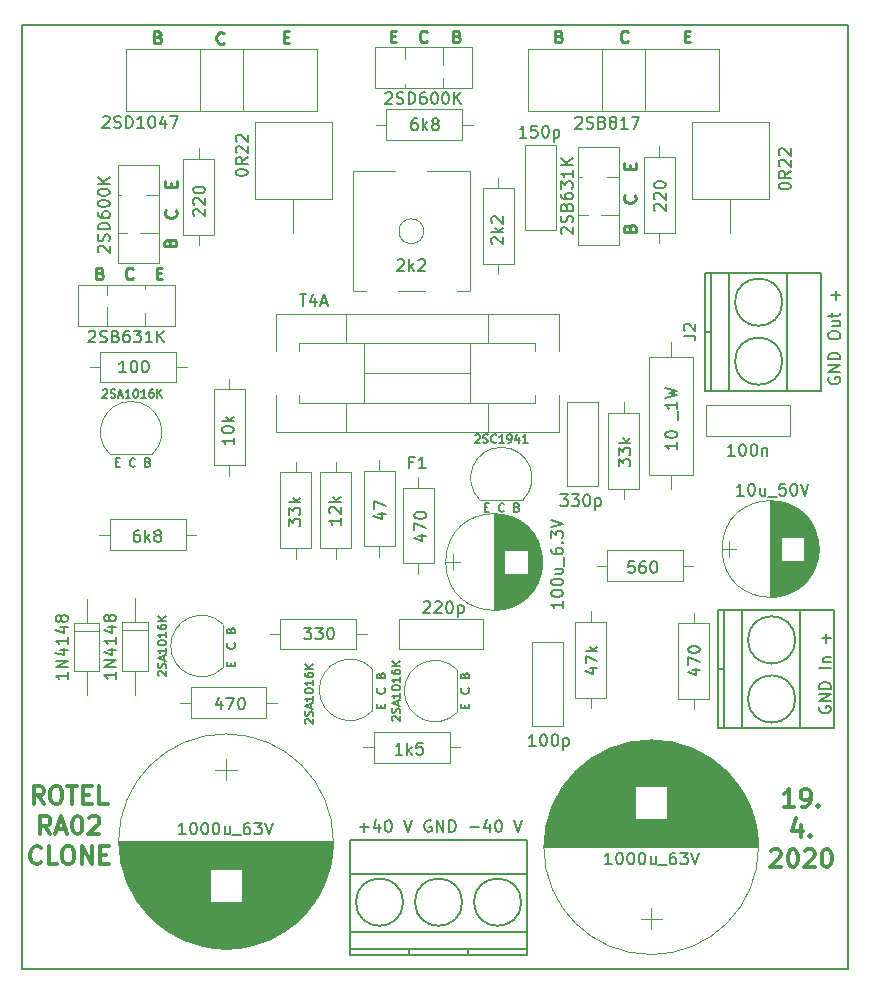
<source format=gto>
G04 #@! TF.FileFunction,Legend,Top*
%FSLAX46Y46*%
G04 Gerber Fmt 4.6, Leading zero omitted, Abs format (unit mm)*
G04 Created by KiCad (PCBNEW 4.0.7) date 04/25/20 16:53:01*
%MOMM*%
%LPD*%
G01*
G04 APERTURE LIST*
%ADD10C,0.100000*%
%ADD11C,0.300000*%
%ADD12C,0.175000*%
%ADD13C,0.250000*%
%ADD14C,0.150000*%
%ADD15C,0.120000*%
G04 APERTURE END LIST*
D10*
D11*
X175379143Y-116238571D02*
X174522000Y-116238571D01*
X174950572Y-116238571D02*
X174950572Y-114738571D01*
X174807715Y-114952857D01*
X174664857Y-115095714D01*
X174522000Y-115167143D01*
X176093428Y-116238571D02*
X176379143Y-116238571D01*
X176522000Y-116167143D01*
X176593428Y-116095714D01*
X176736286Y-115881429D01*
X176807714Y-115595714D01*
X176807714Y-115024286D01*
X176736286Y-114881429D01*
X176664857Y-114810000D01*
X176522000Y-114738571D01*
X176236286Y-114738571D01*
X176093428Y-114810000D01*
X176022000Y-114881429D01*
X175950571Y-115024286D01*
X175950571Y-115381429D01*
X176022000Y-115524286D01*
X176093428Y-115595714D01*
X176236286Y-115667143D01*
X176522000Y-115667143D01*
X176664857Y-115595714D01*
X176736286Y-115524286D01*
X176807714Y-115381429D01*
X177450571Y-116095714D02*
X177521999Y-116167143D01*
X177450571Y-116238571D01*
X177379142Y-116167143D01*
X177450571Y-116095714D01*
X177450571Y-116238571D01*
X175950572Y-117788571D02*
X175950572Y-118788571D01*
X175593429Y-117217143D02*
X175236286Y-118288571D01*
X176164858Y-118288571D01*
X176736286Y-118645714D02*
X176807714Y-118717143D01*
X176736286Y-118788571D01*
X176664857Y-118717143D01*
X176736286Y-118645714D01*
X176736286Y-118788571D01*
X173450572Y-119981429D02*
X173522001Y-119910000D01*
X173664858Y-119838571D01*
X174022001Y-119838571D01*
X174164858Y-119910000D01*
X174236287Y-119981429D01*
X174307715Y-120124286D01*
X174307715Y-120267143D01*
X174236287Y-120481429D01*
X173379144Y-121338571D01*
X174307715Y-121338571D01*
X175236286Y-119838571D02*
X175379143Y-119838571D01*
X175522000Y-119910000D01*
X175593429Y-119981429D01*
X175664858Y-120124286D01*
X175736286Y-120410000D01*
X175736286Y-120767143D01*
X175664858Y-121052857D01*
X175593429Y-121195714D01*
X175522000Y-121267143D01*
X175379143Y-121338571D01*
X175236286Y-121338571D01*
X175093429Y-121267143D01*
X175022000Y-121195714D01*
X174950572Y-121052857D01*
X174879143Y-120767143D01*
X174879143Y-120410000D01*
X174950572Y-120124286D01*
X175022000Y-119981429D01*
X175093429Y-119910000D01*
X175236286Y-119838571D01*
X176307714Y-119981429D02*
X176379143Y-119910000D01*
X176522000Y-119838571D01*
X176879143Y-119838571D01*
X177022000Y-119910000D01*
X177093429Y-119981429D01*
X177164857Y-120124286D01*
X177164857Y-120267143D01*
X177093429Y-120481429D01*
X176236286Y-121338571D01*
X177164857Y-121338571D01*
X178093428Y-119838571D02*
X178236285Y-119838571D01*
X178379142Y-119910000D01*
X178450571Y-119981429D01*
X178522000Y-120124286D01*
X178593428Y-120410000D01*
X178593428Y-120767143D01*
X178522000Y-121052857D01*
X178450571Y-121195714D01*
X178379142Y-121267143D01*
X178236285Y-121338571D01*
X178093428Y-121338571D01*
X177950571Y-121267143D01*
X177879142Y-121195714D01*
X177807714Y-121052857D01*
X177736285Y-120767143D01*
X177736285Y-120410000D01*
X177807714Y-120124286D01*
X177879142Y-119981429D01*
X177950571Y-119910000D01*
X178093428Y-119838571D01*
X111867429Y-115984571D02*
X111367429Y-115270286D01*
X111010286Y-115984571D02*
X111010286Y-114484571D01*
X111581714Y-114484571D01*
X111724572Y-114556000D01*
X111796000Y-114627429D01*
X111867429Y-114770286D01*
X111867429Y-114984571D01*
X111796000Y-115127429D01*
X111724572Y-115198857D01*
X111581714Y-115270286D01*
X111010286Y-115270286D01*
X112796000Y-114484571D02*
X113081714Y-114484571D01*
X113224572Y-114556000D01*
X113367429Y-114698857D01*
X113438857Y-114984571D01*
X113438857Y-115484571D01*
X113367429Y-115770286D01*
X113224572Y-115913143D01*
X113081714Y-115984571D01*
X112796000Y-115984571D01*
X112653143Y-115913143D01*
X112510286Y-115770286D01*
X112438857Y-115484571D01*
X112438857Y-114984571D01*
X112510286Y-114698857D01*
X112653143Y-114556000D01*
X112796000Y-114484571D01*
X113867429Y-114484571D02*
X114724572Y-114484571D01*
X114296001Y-115984571D02*
X114296001Y-114484571D01*
X115224572Y-115198857D02*
X115724572Y-115198857D01*
X115938858Y-115984571D02*
X115224572Y-115984571D01*
X115224572Y-114484571D01*
X115938858Y-114484571D01*
X117296001Y-115984571D02*
X116581715Y-115984571D01*
X116581715Y-114484571D01*
X112438858Y-118534571D02*
X111938858Y-117820286D01*
X111581715Y-118534571D02*
X111581715Y-117034571D01*
X112153143Y-117034571D01*
X112296001Y-117106000D01*
X112367429Y-117177429D01*
X112438858Y-117320286D01*
X112438858Y-117534571D01*
X112367429Y-117677429D01*
X112296001Y-117748857D01*
X112153143Y-117820286D01*
X111581715Y-117820286D01*
X113010286Y-118106000D02*
X113724572Y-118106000D01*
X112867429Y-118534571D02*
X113367429Y-117034571D01*
X113867429Y-118534571D01*
X114653143Y-117034571D02*
X114796000Y-117034571D01*
X114938857Y-117106000D01*
X115010286Y-117177429D01*
X115081715Y-117320286D01*
X115153143Y-117606000D01*
X115153143Y-117963143D01*
X115081715Y-118248857D01*
X115010286Y-118391714D01*
X114938857Y-118463143D01*
X114796000Y-118534571D01*
X114653143Y-118534571D01*
X114510286Y-118463143D01*
X114438857Y-118391714D01*
X114367429Y-118248857D01*
X114296000Y-117963143D01*
X114296000Y-117606000D01*
X114367429Y-117320286D01*
X114438857Y-117177429D01*
X114510286Y-117106000D01*
X114653143Y-117034571D01*
X115724571Y-117177429D02*
X115796000Y-117106000D01*
X115938857Y-117034571D01*
X116296000Y-117034571D01*
X116438857Y-117106000D01*
X116510286Y-117177429D01*
X116581714Y-117320286D01*
X116581714Y-117463143D01*
X116510286Y-117677429D01*
X115653143Y-118534571D01*
X116581714Y-118534571D01*
X111653143Y-120941714D02*
X111581714Y-121013143D01*
X111367428Y-121084571D01*
X111224571Y-121084571D01*
X111010286Y-121013143D01*
X110867428Y-120870286D01*
X110796000Y-120727429D01*
X110724571Y-120441714D01*
X110724571Y-120227429D01*
X110796000Y-119941714D01*
X110867428Y-119798857D01*
X111010286Y-119656000D01*
X111224571Y-119584571D01*
X111367428Y-119584571D01*
X111581714Y-119656000D01*
X111653143Y-119727429D01*
X113010286Y-121084571D02*
X112296000Y-121084571D01*
X112296000Y-119584571D01*
X113796000Y-119584571D02*
X114081714Y-119584571D01*
X114224572Y-119656000D01*
X114367429Y-119798857D01*
X114438857Y-120084571D01*
X114438857Y-120584571D01*
X114367429Y-120870286D01*
X114224572Y-121013143D01*
X114081714Y-121084571D01*
X113796000Y-121084571D01*
X113653143Y-121013143D01*
X113510286Y-120870286D01*
X113438857Y-120584571D01*
X113438857Y-120084571D01*
X113510286Y-119798857D01*
X113653143Y-119656000D01*
X113796000Y-119584571D01*
X115081715Y-121084571D02*
X115081715Y-119584571D01*
X115938858Y-121084571D01*
X115938858Y-119584571D01*
X116653144Y-120298857D02*
X117153144Y-120298857D01*
X117367430Y-121084571D02*
X116653144Y-121084571D01*
X116653144Y-119584571D01*
X117367430Y-119584571D01*
D12*
X151942000Y-90882000D02*
X152042000Y-90915333D01*
X152075333Y-90948667D01*
X152108667Y-91015333D01*
X152108667Y-91115333D01*
X152075333Y-91182000D01*
X152042000Y-91215333D01*
X151975333Y-91248667D01*
X151708667Y-91248667D01*
X151708667Y-90548667D01*
X151942000Y-90548667D01*
X152008667Y-90582000D01*
X152042000Y-90615333D01*
X152075333Y-90682000D01*
X152075333Y-90748667D01*
X152042000Y-90815333D01*
X152008667Y-90848667D01*
X151942000Y-90882000D01*
X151708667Y-90882000D01*
X150838667Y-91182000D02*
X150805333Y-91215333D01*
X150705333Y-91248667D01*
X150638667Y-91248667D01*
X150538667Y-91215333D01*
X150472000Y-91148667D01*
X150438667Y-91082000D01*
X150405333Y-90948667D01*
X150405333Y-90848667D01*
X150438667Y-90715333D01*
X150472000Y-90648667D01*
X150538667Y-90582000D01*
X150638667Y-90548667D01*
X150705333Y-90548667D01*
X150805333Y-90582000D01*
X150838667Y-90615333D01*
X149202001Y-90882000D02*
X149435334Y-90882000D01*
X149535334Y-91248667D02*
X149202001Y-91248667D01*
X149202001Y-90548667D01*
X149535334Y-90548667D01*
X147524000Y-105106000D02*
X147557333Y-105006000D01*
X147590667Y-104972667D01*
X147657333Y-104939333D01*
X147757333Y-104939333D01*
X147824000Y-104972667D01*
X147857333Y-105006000D01*
X147890667Y-105072667D01*
X147890667Y-105339333D01*
X147190667Y-105339333D01*
X147190667Y-105106000D01*
X147224000Y-105039333D01*
X147257333Y-105006000D01*
X147324000Y-104972667D01*
X147390667Y-104972667D01*
X147457333Y-105006000D01*
X147490667Y-105039333D01*
X147524000Y-105106000D01*
X147524000Y-105339333D01*
X140412000Y-105106000D02*
X140445333Y-105006000D01*
X140478667Y-104972667D01*
X140545333Y-104939333D01*
X140645333Y-104939333D01*
X140712000Y-104972667D01*
X140745333Y-105006000D01*
X140778667Y-105072667D01*
X140778667Y-105339333D01*
X140078667Y-105339333D01*
X140078667Y-105106000D01*
X140112000Y-105039333D01*
X140145333Y-105006000D01*
X140212000Y-104972667D01*
X140278667Y-104972667D01*
X140345333Y-105006000D01*
X140378667Y-105039333D01*
X140412000Y-105106000D01*
X140412000Y-105339333D01*
X147824000Y-106209333D02*
X147857333Y-106242667D01*
X147890667Y-106342667D01*
X147890667Y-106409333D01*
X147857333Y-106509333D01*
X147790667Y-106576000D01*
X147724000Y-106609333D01*
X147590667Y-106642667D01*
X147490667Y-106642667D01*
X147357333Y-106609333D01*
X147290667Y-106576000D01*
X147224000Y-106509333D01*
X147190667Y-106409333D01*
X147190667Y-106342667D01*
X147224000Y-106242667D01*
X147257333Y-106209333D01*
X140712000Y-106209333D02*
X140745333Y-106242667D01*
X140778667Y-106342667D01*
X140778667Y-106409333D01*
X140745333Y-106509333D01*
X140678667Y-106576000D01*
X140612000Y-106609333D01*
X140478667Y-106642667D01*
X140378667Y-106642667D01*
X140245333Y-106609333D01*
X140178667Y-106576000D01*
X140112000Y-106509333D01*
X140078667Y-106409333D01*
X140078667Y-106342667D01*
X140112000Y-106242667D01*
X140145333Y-106209333D01*
X140412000Y-107845999D02*
X140412000Y-107612666D01*
X140778667Y-107512666D02*
X140778667Y-107845999D01*
X140078667Y-107845999D01*
X140078667Y-107512666D01*
X147524000Y-107845999D02*
X147524000Y-107612666D01*
X147890667Y-107512666D02*
X147890667Y-107845999D01*
X147190667Y-107845999D01*
X147190667Y-107512666D01*
X127712000Y-101296000D02*
X127745333Y-101196000D01*
X127778667Y-101162667D01*
X127845333Y-101129333D01*
X127945333Y-101129333D01*
X128012000Y-101162667D01*
X128045333Y-101196000D01*
X128078667Y-101262667D01*
X128078667Y-101529333D01*
X127378667Y-101529333D01*
X127378667Y-101296000D01*
X127412000Y-101229333D01*
X127445333Y-101196000D01*
X127512000Y-101162667D01*
X127578667Y-101162667D01*
X127645333Y-101196000D01*
X127678667Y-101229333D01*
X127712000Y-101296000D01*
X127712000Y-101529333D01*
X128012000Y-102399333D02*
X128045333Y-102432667D01*
X128078667Y-102532667D01*
X128078667Y-102599333D01*
X128045333Y-102699333D01*
X127978667Y-102766000D01*
X127912000Y-102799333D01*
X127778667Y-102832667D01*
X127678667Y-102832667D01*
X127545333Y-102799333D01*
X127478667Y-102766000D01*
X127412000Y-102699333D01*
X127378667Y-102599333D01*
X127378667Y-102532667D01*
X127412000Y-102432667D01*
X127445333Y-102399333D01*
X127712000Y-104289999D02*
X127712000Y-104056666D01*
X128078667Y-103956666D02*
X128078667Y-104289999D01*
X127378667Y-104289999D01*
X127378667Y-103956666D01*
X140412000Y-107845999D02*
X140412000Y-107612666D01*
X140778667Y-107512666D02*
X140778667Y-107845999D01*
X140078667Y-107845999D01*
X140078667Y-107512666D01*
X120700000Y-87072000D02*
X120800000Y-87105333D01*
X120833333Y-87138667D01*
X120866667Y-87205333D01*
X120866667Y-87305333D01*
X120833333Y-87372000D01*
X120800000Y-87405333D01*
X120733333Y-87438667D01*
X120466667Y-87438667D01*
X120466667Y-86738667D01*
X120700000Y-86738667D01*
X120766667Y-86772000D01*
X120800000Y-86805333D01*
X120833333Y-86872000D01*
X120833333Y-86938667D01*
X120800000Y-87005333D01*
X120766667Y-87038667D01*
X120700000Y-87072000D01*
X120466667Y-87072000D01*
X119596667Y-87372000D02*
X119563333Y-87405333D01*
X119463333Y-87438667D01*
X119396667Y-87438667D01*
X119296667Y-87405333D01*
X119230000Y-87338667D01*
X119196667Y-87272000D01*
X119163333Y-87138667D01*
X119163333Y-87038667D01*
X119196667Y-86905333D01*
X119230000Y-86838667D01*
X119296667Y-86772000D01*
X119396667Y-86738667D01*
X119463333Y-86738667D01*
X119563333Y-86772000D01*
X119596667Y-86805333D01*
X117960001Y-87072000D02*
X118193334Y-87072000D01*
X118293334Y-87438667D02*
X117960001Y-87438667D01*
X117960001Y-86738667D01*
X118293334Y-86738667D01*
D13*
X161472571Y-62190286D02*
X161472571Y-61856952D01*
X161996381Y-61714095D02*
X161996381Y-62190286D01*
X160996381Y-62190286D01*
X160996381Y-61714095D01*
X161901143Y-64460476D02*
X161948762Y-64508095D01*
X161996381Y-64650952D01*
X161996381Y-64746190D01*
X161948762Y-64889048D01*
X161853524Y-64984286D01*
X161758286Y-65031905D01*
X161567810Y-65079524D01*
X161424952Y-65079524D01*
X161234476Y-65031905D01*
X161139238Y-64984286D01*
X161044000Y-64889048D01*
X160996381Y-64746190D01*
X160996381Y-64650952D01*
X161044000Y-64508095D01*
X161091619Y-64460476D01*
X161472571Y-67238571D02*
X161520190Y-67095714D01*
X161567810Y-67048095D01*
X161663048Y-67000476D01*
X161805905Y-67000476D01*
X161901143Y-67048095D01*
X161948762Y-67095714D01*
X161996381Y-67190952D01*
X161996381Y-67571905D01*
X160996381Y-67571905D01*
X160996381Y-67238571D01*
X161044000Y-67143333D01*
X161091619Y-67095714D01*
X161186857Y-67048095D01*
X161282095Y-67048095D01*
X161377333Y-67095714D01*
X161424952Y-67143333D01*
X161472571Y-67238571D01*
X161472571Y-67571905D01*
X166155714Y-50982571D02*
X166489048Y-50982571D01*
X166631905Y-51506381D02*
X166155714Y-51506381D01*
X166155714Y-50506381D01*
X166631905Y-50506381D01*
X161345524Y-51411143D02*
X161297905Y-51458762D01*
X161155048Y-51506381D01*
X161059810Y-51506381D01*
X160916952Y-51458762D01*
X160821714Y-51363524D01*
X160774095Y-51268286D01*
X160726476Y-51077810D01*
X160726476Y-50934952D01*
X160774095Y-50744476D01*
X160821714Y-50649238D01*
X160916952Y-50554000D01*
X161059810Y-50506381D01*
X161155048Y-50506381D01*
X161297905Y-50554000D01*
X161345524Y-50601619D01*
X155519429Y-50982571D02*
X155662286Y-51030190D01*
X155709905Y-51077810D01*
X155757524Y-51173048D01*
X155757524Y-51315905D01*
X155709905Y-51411143D01*
X155662286Y-51458762D01*
X155567048Y-51506381D01*
X155186095Y-51506381D01*
X155186095Y-50506381D01*
X155519429Y-50506381D01*
X155614667Y-50554000D01*
X155662286Y-50601619D01*
X155709905Y-50696857D01*
X155709905Y-50792095D01*
X155662286Y-50887333D01*
X155614667Y-50934952D01*
X155519429Y-50982571D01*
X155186095Y-50982571D01*
X146883429Y-50982571D02*
X147026286Y-51030190D01*
X147073905Y-51077810D01*
X147121524Y-51173048D01*
X147121524Y-51315905D01*
X147073905Y-51411143D01*
X147026286Y-51458762D01*
X146931048Y-51506381D01*
X146550095Y-51506381D01*
X146550095Y-50506381D01*
X146883429Y-50506381D01*
X146978667Y-50554000D01*
X147026286Y-50601619D01*
X147073905Y-50696857D01*
X147073905Y-50792095D01*
X147026286Y-50887333D01*
X146978667Y-50934952D01*
X146883429Y-50982571D01*
X146550095Y-50982571D01*
X144327524Y-51411143D02*
X144279905Y-51458762D01*
X144137048Y-51506381D01*
X144041810Y-51506381D01*
X143898952Y-51458762D01*
X143803714Y-51363524D01*
X143756095Y-51268286D01*
X143708476Y-51077810D01*
X143708476Y-50934952D01*
X143756095Y-50744476D01*
X143803714Y-50649238D01*
X143898952Y-50554000D01*
X144041810Y-50506381D01*
X144137048Y-50506381D01*
X144279905Y-50554000D01*
X144327524Y-50601619D01*
X141263714Y-50982571D02*
X141597048Y-50982571D01*
X141739905Y-51506381D02*
X141263714Y-51506381D01*
X141263714Y-50506381D01*
X141739905Y-50506381D01*
X121451714Y-71048571D02*
X121785048Y-71048571D01*
X121927905Y-71572381D02*
X121451714Y-71572381D01*
X121451714Y-70572381D01*
X121927905Y-70572381D01*
X119435524Y-71477143D02*
X119387905Y-71524762D01*
X119245048Y-71572381D01*
X119149810Y-71572381D01*
X119006952Y-71524762D01*
X118911714Y-71429524D01*
X118864095Y-71334286D01*
X118816476Y-71143810D01*
X118816476Y-71000952D01*
X118864095Y-70810476D01*
X118911714Y-70715238D01*
X119006952Y-70620000D01*
X119149810Y-70572381D01*
X119245048Y-70572381D01*
X119387905Y-70620000D01*
X119435524Y-70667619D01*
X116657429Y-71048571D02*
X116800286Y-71096190D01*
X116847905Y-71143810D01*
X116895524Y-71239048D01*
X116895524Y-71381905D01*
X116847905Y-71477143D01*
X116800286Y-71524762D01*
X116705048Y-71572381D01*
X116324095Y-71572381D01*
X116324095Y-70572381D01*
X116657429Y-70572381D01*
X116752667Y-70620000D01*
X116800286Y-70667619D01*
X116847905Y-70762857D01*
X116847905Y-70858095D01*
X116800286Y-70953333D01*
X116752667Y-71000952D01*
X116657429Y-71048571D01*
X116324095Y-71048571D01*
X122610571Y-63714286D02*
X122610571Y-63380952D01*
X123134381Y-63238095D02*
X123134381Y-63714286D01*
X122134381Y-63714286D01*
X122134381Y-63238095D01*
X123039143Y-65730476D02*
X123086762Y-65778095D01*
X123134381Y-65920952D01*
X123134381Y-66016190D01*
X123086762Y-66159048D01*
X122991524Y-66254286D01*
X122896286Y-66301905D01*
X122705810Y-66349524D01*
X122562952Y-66349524D01*
X122372476Y-66301905D01*
X122277238Y-66254286D01*
X122182000Y-66159048D01*
X122134381Y-66016190D01*
X122134381Y-65920952D01*
X122182000Y-65778095D01*
X122229619Y-65730476D01*
X122553571Y-68453571D02*
X122601190Y-68310714D01*
X122648810Y-68263095D01*
X122744048Y-68215476D01*
X122886905Y-68215476D01*
X122982143Y-68263095D01*
X123029762Y-68310714D01*
X123077381Y-68405952D01*
X123077381Y-68786905D01*
X122077381Y-68786905D01*
X122077381Y-68453571D01*
X122125000Y-68358333D01*
X122172619Y-68310714D01*
X122267857Y-68263095D01*
X122363095Y-68263095D01*
X122458333Y-68310714D01*
X122505952Y-68358333D01*
X122553571Y-68453571D01*
X122553571Y-68786905D01*
X121571429Y-51053571D02*
X121714286Y-51101190D01*
X121761905Y-51148810D01*
X121809524Y-51244048D01*
X121809524Y-51386905D01*
X121761905Y-51482143D01*
X121714286Y-51529762D01*
X121619048Y-51577381D01*
X121238095Y-51577381D01*
X121238095Y-50577381D01*
X121571429Y-50577381D01*
X121666667Y-50625000D01*
X121714286Y-50672619D01*
X121761905Y-50767857D01*
X121761905Y-50863095D01*
X121714286Y-50958333D01*
X121666667Y-51005952D01*
X121571429Y-51053571D01*
X121238095Y-51053571D01*
X127109524Y-51557143D02*
X127061905Y-51604762D01*
X126919048Y-51652381D01*
X126823810Y-51652381D01*
X126680952Y-51604762D01*
X126585714Y-51509524D01*
X126538095Y-51414286D01*
X126490476Y-51223810D01*
X126490476Y-51080952D01*
X126538095Y-50890476D01*
X126585714Y-50795238D01*
X126680952Y-50700000D01*
X126823810Y-50652381D01*
X126919048Y-50652381D01*
X127061905Y-50700000D01*
X127109524Y-50747619D01*
X132185714Y-51053571D02*
X132519048Y-51053571D01*
X132661905Y-51577381D02*
X132185714Y-51577381D01*
X132185714Y-50577381D01*
X132661905Y-50577381D01*
D14*
X110000000Y-50000000D02*
X110000000Y-130000000D01*
X180000000Y-50000000D02*
X110000000Y-50000000D01*
X180000000Y-130000000D02*
X180000000Y-50000000D01*
X110000000Y-130000000D02*
X180000000Y-130000000D01*
D15*
X144050000Y-67500000D02*
G75*
G03X144050000Y-67500000I-1050000J0D01*
G01*
X138039000Y-72560000D02*
X138039000Y-62440000D01*
X147960000Y-72560000D02*
X147960000Y-62440000D01*
X138039000Y-72560000D02*
X139135000Y-72560000D01*
X141865000Y-72560000D02*
X144135000Y-72560000D01*
X146865000Y-72560000D02*
X147960000Y-72560000D01*
X138039000Y-62440000D02*
X141635000Y-62440000D01*
X144365000Y-62440000D02*
X147960000Y-62440000D01*
X116678000Y-77684000D02*
X116678000Y-80304000D01*
X116678000Y-80304000D02*
X123098000Y-80304000D01*
X123098000Y-80304000D02*
X123098000Y-77684000D01*
X123098000Y-77684000D02*
X116678000Y-77684000D01*
X115788000Y-78994000D02*
X116678000Y-78994000D01*
X123988000Y-78994000D02*
X123098000Y-78994000D01*
X177490000Y-94400000D02*
G75*
G03X177490000Y-94400000I-4090000J0D01*
G01*
X173400000Y-90350000D02*
X173400000Y-98450000D01*
X173440000Y-90350000D02*
X173440000Y-98450000D01*
X173480000Y-90350000D02*
X173480000Y-98450000D01*
X173520000Y-90351000D02*
X173520000Y-98449000D01*
X173560000Y-90353000D02*
X173560000Y-98447000D01*
X173600000Y-90354000D02*
X173600000Y-98446000D01*
X173640000Y-90357000D02*
X173640000Y-98443000D01*
X173680000Y-90359000D02*
X173680000Y-98441000D01*
X173720000Y-90362000D02*
X173720000Y-98438000D01*
X173760000Y-90365000D02*
X173760000Y-98435000D01*
X173800000Y-90369000D02*
X173800000Y-98431000D01*
X173840000Y-90373000D02*
X173840000Y-98427000D01*
X173880000Y-90378000D02*
X173880000Y-98422000D01*
X173920000Y-90383000D02*
X173920000Y-98417000D01*
X173960000Y-90388000D02*
X173960000Y-98412000D01*
X174000000Y-90394000D02*
X174000000Y-98406000D01*
X174040000Y-90400000D02*
X174040000Y-98400000D01*
X174080000Y-90406000D02*
X174080000Y-98394000D01*
X174121000Y-90413000D02*
X174121000Y-98387000D01*
X174161000Y-90421000D02*
X174161000Y-98379000D01*
X174201000Y-90429000D02*
X174201000Y-98371000D01*
X174241000Y-90437000D02*
X174241000Y-98363000D01*
X174281000Y-90445000D02*
X174281000Y-98355000D01*
X174321000Y-90454000D02*
X174321000Y-93420000D01*
X174321000Y-95380000D02*
X174321000Y-98346000D01*
X174361000Y-90464000D02*
X174361000Y-93420000D01*
X174361000Y-95380000D02*
X174361000Y-98336000D01*
X174401000Y-90474000D02*
X174401000Y-93420000D01*
X174401000Y-95380000D02*
X174401000Y-98326000D01*
X174441000Y-90484000D02*
X174441000Y-93420000D01*
X174441000Y-95380000D02*
X174441000Y-98316000D01*
X174481000Y-90495000D02*
X174481000Y-93420000D01*
X174481000Y-95380000D02*
X174481000Y-98305000D01*
X174521000Y-90506000D02*
X174521000Y-93420000D01*
X174521000Y-95380000D02*
X174521000Y-98294000D01*
X174561000Y-90517000D02*
X174561000Y-93420000D01*
X174561000Y-95380000D02*
X174561000Y-98283000D01*
X174601000Y-90530000D02*
X174601000Y-93420000D01*
X174601000Y-95380000D02*
X174601000Y-98270000D01*
X174641000Y-90542000D02*
X174641000Y-93420000D01*
X174641000Y-95380000D02*
X174641000Y-98258000D01*
X174681000Y-90555000D02*
X174681000Y-93420000D01*
X174681000Y-95380000D02*
X174681000Y-98245000D01*
X174721000Y-90568000D02*
X174721000Y-93420000D01*
X174721000Y-95380000D02*
X174721000Y-98232000D01*
X174761000Y-90582000D02*
X174761000Y-93420000D01*
X174761000Y-95380000D02*
X174761000Y-98218000D01*
X174801000Y-90597000D02*
X174801000Y-93420000D01*
X174801000Y-95380000D02*
X174801000Y-98203000D01*
X174841000Y-90611000D02*
X174841000Y-93420000D01*
X174841000Y-95380000D02*
X174841000Y-98189000D01*
X174881000Y-90627000D02*
X174881000Y-93420000D01*
X174881000Y-95380000D02*
X174881000Y-98173000D01*
X174921000Y-90642000D02*
X174921000Y-93420000D01*
X174921000Y-95380000D02*
X174921000Y-98158000D01*
X174961000Y-90659000D02*
X174961000Y-93420000D01*
X174961000Y-95380000D02*
X174961000Y-98141000D01*
X175001000Y-90675000D02*
X175001000Y-93420000D01*
X175001000Y-95380000D02*
X175001000Y-98125000D01*
X175041000Y-90693000D02*
X175041000Y-93420000D01*
X175041000Y-95380000D02*
X175041000Y-98107000D01*
X175081000Y-90710000D02*
X175081000Y-93420000D01*
X175081000Y-95380000D02*
X175081000Y-98090000D01*
X175121000Y-90729000D02*
X175121000Y-93420000D01*
X175121000Y-95380000D02*
X175121000Y-98071000D01*
X175161000Y-90748000D02*
X175161000Y-93420000D01*
X175161000Y-95380000D02*
X175161000Y-98052000D01*
X175201000Y-90767000D02*
X175201000Y-93420000D01*
X175201000Y-95380000D02*
X175201000Y-98033000D01*
X175241000Y-90787000D02*
X175241000Y-93420000D01*
X175241000Y-95380000D02*
X175241000Y-98013000D01*
X175281000Y-90807000D02*
X175281000Y-93420000D01*
X175281000Y-95380000D02*
X175281000Y-97993000D01*
X175321000Y-90828000D02*
X175321000Y-93420000D01*
X175321000Y-95380000D02*
X175321000Y-97972000D01*
X175361000Y-90850000D02*
X175361000Y-93420000D01*
X175361000Y-95380000D02*
X175361000Y-97950000D01*
X175401000Y-90872000D02*
X175401000Y-93420000D01*
X175401000Y-95380000D02*
X175401000Y-97928000D01*
X175441000Y-90895000D02*
X175441000Y-93420000D01*
X175441000Y-95380000D02*
X175441000Y-97905000D01*
X175481000Y-90918000D02*
X175481000Y-93420000D01*
X175481000Y-95380000D02*
X175481000Y-97882000D01*
X175521000Y-90942000D02*
X175521000Y-93420000D01*
X175521000Y-95380000D02*
X175521000Y-97858000D01*
X175561000Y-90966000D02*
X175561000Y-93420000D01*
X175561000Y-95380000D02*
X175561000Y-97834000D01*
X175601000Y-90992000D02*
X175601000Y-93420000D01*
X175601000Y-95380000D02*
X175601000Y-97808000D01*
X175641000Y-91017000D02*
X175641000Y-93420000D01*
X175641000Y-95380000D02*
X175641000Y-97783000D01*
X175681000Y-91044000D02*
X175681000Y-93420000D01*
X175681000Y-95380000D02*
X175681000Y-97756000D01*
X175721000Y-91071000D02*
X175721000Y-93420000D01*
X175721000Y-95380000D02*
X175721000Y-97729000D01*
X175761000Y-91099000D02*
X175761000Y-93420000D01*
X175761000Y-95380000D02*
X175761000Y-97701000D01*
X175801000Y-91128000D02*
X175801000Y-93420000D01*
X175801000Y-95380000D02*
X175801000Y-97672000D01*
X175841000Y-91157000D02*
X175841000Y-93420000D01*
X175841000Y-95380000D02*
X175841000Y-97643000D01*
X175881000Y-91187000D02*
X175881000Y-93420000D01*
X175881000Y-95380000D02*
X175881000Y-97613000D01*
X175921000Y-91218000D02*
X175921000Y-93420000D01*
X175921000Y-95380000D02*
X175921000Y-97582000D01*
X175961000Y-91250000D02*
X175961000Y-93420000D01*
X175961000Y-95380000D02*
X175961000Y-97550000D01*
X176001000Y-91282000D02*
X176001000Y-93420000D01*
X176001000Y-95380000D02*
X176001000Y-97518000D01*
X176041000Y-91316000D02*
X176041000Y-93420000D01*
X176041000Y-95380000D02*
X176041000Y-97484000D01*
X176081000Y-91350000D02*
X176081000Y-93420000D01*
X176081000Y-95380000D02*
X176081000Y-97450000D01*
X176121000Y-91385000D02*
X176121000Y-93420000D01*
X176121000Y-95380000D02*
X176121000Y-97415000D01*
X176161000Y-91421000D02*
X176161000Y-93420000D01*
X176161000Y-95380000D02*
X176161000Y-97379000D01*
X176201000Y-91458000D02*
X176201000Y-93420000D01*
X176201000Y-95380000D02*
X176201000Y-97342000D01*
X176241000Y-91496000D02*
X176241000Y-93420000D01*
X176241000Y-95380000D02*
X176241000Y-97304000D01*
X176281000Y-91535000D02*
X176281000Y-97265000D01*
X176321000Y-91576000D02*
X176321000Y-97224000D01*
X176361000Y-91617000D02*
X176361000Y-97183000D01*
X176401000Y-91660000D02*
X176401000Y-97140000D01*
X176441000Y-91703000D02*
X176441000Y-97097000D01*
X176481000Y-91748000D02*
X176481000Y-97052000D01*
X176521000Y-91795000D02*
X176521000Y-97005000D01*
X176561000Y-91843000D02*
X176561000Y-96957000D01*
X176601000Y-91892000D02*
X176601000Y-96908000D01*
X176641000Y-91943000D02*
X176641000Y-96857000D01*
X176681000Y-91996000D02*
X176681000Y-96804000D01*
X176721000Y-92051000D02*
X176721000Y-96749000D01*
X176761000Y-92107000D02*
X176761000Y-96693000D01*
X176801000Y-92166000D02*
X176801000Y-96634000D01*
X176841000Y-92227000D02*
X176841000Y-96573000D01*
X176881000Y-92291000D02*
X176881000Y-96509000D01*
X176921000Y-92357000D02*
X176921000Y-96443000D01*
X176961000Y-92426000D02*
X176961000Y-96374000D01*
X177001000Y-92498000D02*
X177001000Y-96302000D01*
X177041000Y-92574000D02*
X177041000Y-96226000D01*
X177081000Y-92655000D02*
X177081000Y-96145000D01*
X177121000Y-92740000D02*
X177121000Y-96060000D01*
X177161000Y-92830000D02*
X177161000Y-95970000D01*
X177201000Y-92927000D02*
X177201000Y-95873000D01*
X177241000Y-93031000D02*
X177241000Y-95769000D01*
X177281000Y-93146000D02*
X177281000Y-95654000D01*
X177321000Y-93273000D02*
X177321000Y-95527000D01*
X177361000Y-93417000D02*
X177361000Y-95383000D01*
X177401000Y-93586000D02*
X177401000Y-95214000D01*
X177441000Y-93802000D02*
X177441000Y-94998000D01*
X177481000Y-94154000D02*
X177481000Y-94646000D01*
X169300000Y-94400000D02*
X170500000Y-94400000D01*
X169900000Y-93750000D02*
X169900000Y-95050000D01*
X155810000Y-102240000D02*
X155810000Y-109360000D01*
X153190000Y-102240000D02*
X153190000Y-109360000D01*
X155810000Y-102240000D02*
X153190000Y-102240000D01*
X155810000Y-109360000D02*
X153190000Y-109360000D01*
X149060000Y-102910000D02*
X141940000Y-102910000D01*
X149060000Y-100290000D02*
X141940000Y-100290000D01*
X149060000Y-102910000D02*
X149060000Y-100290000D01*
X141940000Y-102910000D02*
X141940000Y-100290000D01*
X158810000Y-81940000D02*
X158810000Y-89060000D01*
X156190000Y-81940000D02*
X156190000Y-89060000D01*
X158810000Y-81940000D02*
X156190000Y-81940000D01*
X158810000Y-89060000D02*
X156190000Y-89060000D01*
X152614000Y-67354000D02*
X152614000Y-60234000D01*
X155234000Y-67354000D02*
X155234000Y-60234000D01*
X152614000Y-67354000D02*
X155234000Y-67354000D01*
X152614000Y-60234000D02*
X155234000Y-60234000D01*
X167940000Y-82190000D02*
X175060000Y-82190000D01*
X167940000Y-84810000D02*
X175060000Y-84810000D01*
X167940000Y-82190000D02*
X167940000Y-84810000D01*
X175060000Y-82190000D02*
X175060000Y-84810000D01*
X154090000Y-95500000D02*
G75*
G03X154090000Y-95500000I-4090000J0D01*
G01*
X150000000Y-91450000D02*
X150000000Y-99550000D01*
X150040000Y-91450000D02*
X150040000Y-99550000D01*
X150080000Y-91450000D02*
X150080000Y-99550000D01*
X150120000Y-91451000D02*
X150120000Y-99549000D01*
X150160000Y-91453000D02*
X150160000Y-99547000D01*
X150200000Y-91454000D02*
X150200000Y-99546000D01*
X150240000Y-91457000D02*
X150240000Y-99543000D01*
X150280000Y-91459000D02*
X150280000Y-99541000D01*
X150320000Y-91462000D02*
X150320000Y-99538000D01*
X150360000Y-91465000D02*
X150360000Y-99535000D01*
X150400000Y-91469000D02*
X150400000Y-99531000D01*
X150440000Y-91473000D02*
X150440000Y-99527000D01*
X150480000Y-91478000D02*
X150480000Y-99522000D01*
X150520000Y-91483000D02*
X150520000Y-99517000D01*
X150560000Y-91488000D02*
X150560000Y-99512000D01*
X150600000Y-91494000D02*
X150600000Y-99506000D01*
X150640000Y-91500000D02*
X150640000Y-99500000D01*
X150680000Y-91506000D02*
X150680000Y-99494000D01*
X150721000Y-91513000D02*
X150721000Y-99487000D01*
X150761000Y-91521000D02*
X150761000Y-99479000D01*
X150801000Y-91529000D02*
X150801000Y-99471000D01*
X150841000Y-91537000D02*
X150841000Y-99463000D01*
X150881000Y-91545000D02*
X150881000Y-99455000D01*
X150921000Y-91554000D02*
X150921000Y-94520000D01*
X150921000Y-96480000D02*
X150921000Y-99446000D01*
X150961000Y-91564000D02*
X150961000Y-94520000D01*
X150961000Y-96480000D02*
X150961000Y-99436000D01*
X151001000Y-91574000D02*
X151001000Y-94520000D01*
X151001000Y-96480000D02*
X151001000Y-99426000D01*
X151041000Y-91584000D02*
X151041000Y-94520000D01*
X151041000Y-96480000D02*
X151041000Y-99416000D01*
X151081000Y-91595000D02*
X151081000Y-94520000D01*
X151081000Y-96480000D02*
X151081000Y-99405000D01*
X151121000Y-91606000D02*
X151121000Y-94520000D01*
X151121000Y-96480000D02*
X151121000Y-99394000D01*
X151161000Y-91617000D02*
X151161000Y-94520000D01*
X151161000Y-96480000D02*
X151161000Y-99383000D01*
X151201000Y-91630000D02*
X151201000Y-94520000D01*
X151201000Y-96480000D02*
X151201000Y-99370000D01*
X151241000Y-91642000D02*
X151241000Y-94520000D01*
X151241000Y-96480000D02*
X151241000Y-99358000D01*
X151281000Y-91655000D02*
X151281000Y-94520000D01*
X151281000Y-96480000D02*
X151281000Y-99345000D01*
X151321000Y-91668000D02*
X151321000Y-94520000D01*
X151321000Y-96480000D02*
X151321000Y-99332000D01*
X151361000Y-91682000D02*
X151361000Y-94520000D01*
X151361000Y-96480000D02*
X151361000Y-99318000D01*
X151401000Y-91697000D02*
X151401000Y-94520000D01*
X151401000Y-96480000D02*
X151401000Y-99303000D01*
X151441000Y-91711000D02*
X151441000Y-94520000D01*
X151441000Y-96480000D02*
X151441000Y-99289000D01*
X151481000Y-91727000D02*
X151481000Y-94520000D01*
X151481000Y-96480000D02*
X151481000Y-99273000D01*
X151521000Y-91742000D02*
X151521000Y-94520000D01*
X151521000Y-96480000D02*
X151521000Y-99258000D01*
X151561000Y-91759000D02*
X151561000Y-94520000D01*
X151561000Y-96480000D02*
X151561000Y-99241000D01*
X151601000Y-91775000D02*
X151601000Y-94520000D01*
X151601000Y-96480000D02*
X151601000Y-99225000D01*
X151641000Y-91793000D02*
X151641000Y-94520000D01*
X151641000Y-96480000D02*
X151641000Y-99207000D01*
X151681000Y-91810000D02*
X151681000Y-94520000D01*
X151681000Y-96480000D02*
X151681000Y-99190000D01*
X151721000Y-91829000D02*
X151721000Y-94520000D01*
X151721000Y-96480000D02*
X151721000Y-99171000D01*
X151761000Y-91848000D02*
X151761000Y-94520000D01*
X151761000Y-96480000D02*
X151761000Y-99152000D01*
X151801000Y-91867000D02*
X151801000Y-94520000D01*
X151801000Y-96480000D02*
X151801000Y-99133000D01*
X151841000Y-91887000D02*
X151841000Y-94520000D01*
X151841000Y-96480000D02*
X151841000Y-99113000D01*
X151881000Y-91907000D02*
X151881000Y-94520000D01*
X151881000Y-96480000D02*
X151881000Y-99093000D01*
X151921000Y-91928000D02*
X151921000Y-94520000D01*
X151921000Y-96480000D02*
X151921000Y-99072000D01*
X151961000Y-91950000D02*
X151961000Y-94520000D01*
X151961000Y-96480000D02*
X151961000Y-99050000D01*
X152001000Y-91972000D02*
X152001000Y-94520000D01*
X152001000Y-96480000D02*
X152001000Y-99028000D01*
X152041000Y-91995000D02*
X152041000Y-94520000D01*
X152041000Y-96480000D02*
X152041000Y-99005000D01*
X152081000Y-92018000D02*
X152081000Y-94520000D01*
X152081000Y-96480000D02*
X152081000Y-98982000D01*
X152121000Y-92042000D02*
X152121000Y-94520000D01*
X152121000Y-96480000D02*
X152121000Y-98958000D01*
X152161000Y-92066000D02*
X152161000Y-94520000D01*
X152161000Y-96480000D02*
X152161000Y-98934000D01*
X152201000Y-92092000D02*
X152201000Y-94520000D01*
X152201000Y-96480000D02*
X152201000Y-98908000D01*
X152241000Y-92117000D02*
X152241000Y-94520000D01*
X152241000Y-96480000D02*
X152241000Y-98883000D01*
X152281000Y-92144000D02*
X152281000Y-94520000D01*
X152281000Y-96480000D02*
X152281000Y-98856000D01*
X152321000Y-92171000D02*
X152321000Y-94520000D01*
X152321000Y-96480000D02*
X152321000Y-98829000D01*
X152361000Y-92199000D02*
X152361000Y-94520000D01*
X152361000Y-96480000D02*
X152361000Y-98801000D01*
X152401000Y-92228000D02*
X152401000Y-94520000D01*
X152401000Y-96480000D02*
X152401000Y-98772000D01*
X152441000Y-92257000D02*
X152441000Y-94520000D01*
X152441000Y-96480000D02*
X152441000Y-98743000D01*
X152481000Y-92287000D02*
X152481000Y-94520000D01*
X152481000Y-96480000D02*
X152481000Y-98713000D01*
X152521000Y-92318000D02*
X152521000Y-94520000D01*
X152521000Y-96480000D02*
X152521000Y-98682000D01*
X152561000Y-92350000D02*
X152561000Y-94520000D01*
X152561000Y-96480000D02*
X152561000Y-98650000D01*
X152601000Y-92382000D02*
X152601000Y-94520000D01*
X152601000Y-96480000D02*
X152601000Y-98618000D01*
X152641000Y-92416000D02*
X152641000Y-94520000D01*
X152641000Y-96480000D02*
X152641000Y-98584000D01*
X152681000Y-92450000D02*
X152681000Y-94520000D01*
X152681000Y-96480000D02*
X152681000Y-98550000D01*
X152721000Y-92485000D02*
X152721000Y-94520000D01*
X152721000Y-96480000D02*
X152721000Y-98515000D01*
X152761000Y-92521000D02*
X152761000Y-94520000D01*
X152761000Y-96480000D02*
X152761000Y-98479000D01*
X152801000Y-92558000D02*
X152801000Y-94520000D01*
X152801000Y-96480000D02*
X152801000Y-98442000D01*
X152841000Y-92596000D02*
X152841000Y-94520000D01*
X152841000Y-96480000D02*
X152841000Y-98404000D01*
X152881000Y-92635000D02*
X152881000Y-98365000D01*
X152921000Y-92676000D02*
X152921000Y-98324000D01*
X152961000Y-92717000D02*
X152961000Y-98283000D01*
X153001000Y-92760000D02*
X153001000Y-98240000D01*
X153041000Y-92803000D02*
X153041000Y-98197000D01*
X153081000Y-92848000D02*
X153081000Y-98152000D01*
X153121000Y-92895000D02*
X153121000Y-98105000D01*
X153161000Y-92943000D02*
X153161000Y-98057000D01*
X153201000Y-92992000D02*
X153201000Y-98008000D01*
X153241000Y-93043000D02*
X153241000Y-97957000D01*
X153281000Y-93096000D02*
X153281000Y-97904000D01*
X153321000Y-93151000D02*
X153321000Y-97849000D01*
X153361000Y-93207000D02*
X153361000Y-97793000D01*
X153401000Y-93266000D02*
X153401000Y-97734000D01*
X153441000Y-93327000D02*
X153441000Y-97673000D01*
X153481000Y-93391000D02*
X153481000Y-97609000D01*
X153521000Y-93457000D02*
X153521000Y-97543000D01*
X153561000Y-93526000D02*
X153561000Y-97474000D01*
X153601000Y-93598000D02*
X153601000Y-97402000D01*
X153641000Y-93674000D02*
X153641000Y-97326000D01*
X153681000Y-93755000D02*
X153681000Y-97245000D01*
X153721000Y-93840000D02*
X153721000Y-97160000D01*
X153761000Y-93930000D02*
X153761000Y-97070000D01*
X153801000Y-94027000D02*
X153801000Y-96973000D01*
X153841000Y-94131000D02*
X153841000Y-96869000D01*
X153881000Y-94246000D02*
X153881000Y-96754000D01*
X153921000Y-94373000D02*
X153921000Y-96627000D01*
X153961000Y-94517000D02*
X153961000Y-96483000D01*
X154001000Y-94686000D02*
X154001000Y-96314000D01*
X154041000Y-94902000D02*
X154041000Y-96098000D01*
X154081000Y-95254000D02*
X154081000Y-95746000D01*
X145900000Y-95500000D02*
X147100000Y-95500000D01*
X146500000Y-94850000D02*
X146500000Y-96150000D01*
X136390000Y-119150000D02*
G75*
G03X136390000Y-119150000I-9090000J0D01*
G01*
X136350000Y-119150000D02*
X118250000Y-119150000D01*
X136350000Y-119190000D02*
X118250000Y-119190000D01*
X136350000Y-119230000D02*
X118250000Y-119230000D01*
X136350000Y-119270000D02*
X118250000Y-119270000D01*
X136349000Y-119310000D02*
X118251000Y-119310000D01*
X136348000Y-119350000D02*
X118252000Y-119350000D01*
X136347000Y-119390000D02*
X118253000Y-119390000D01*
X136346000Y-119430000D02*
X118254000Y-119430000D01*
X136345000Y-119470000D02*
X118255000Y-119470000D01*
X136343000Y-119510000D02*
X118257000Y-119510000D01*
X136342000Y-119550000D02*
X118258000Y-119550000D01*
X136340000Y-119590000D02*
X118260000Y-119590000D01*
X136338000Y-119630000D02*
X118262000Y-119630000D01*
X136336000Y-119670000D02*
X118264000Y-119670000D01*
X136333000Y-119710000D02*
X118267000Y-119710000D01*
X136331000Y-119750000D02*
X118269000Y-119750000D01*
X136328000Y-119790000D02*
X118272000Y-119790000D01*
X136325000Y-119830000D02*
X118275000Y-119830000D01*
X136322000Y-119871000D02*
X118278000Y-119871000D01*
X136319000Y-119911000D02*
X118281000Y-119911000D01*
X136315000Y-119951000D02*
X118285000Y-119951000D01*
X136312000Y-119991000D02*
X118288000Y-119991000D01*
X136308000Y-120031000D02*
X118292000Y-120031000D01*
X136304000Y-120071000D02*
X118296000Y-120071000D01*
X136300000Y-120111000D02*
X118300000Y-120111000D01*
X136295000Y-120151000D02*
X118305000Y-120151000D01*
X136291000Y-120191000D02*
X118309000Y-120191000D01*
X136286000Y-120231000D02*
X118314000Y-120231000D01*
X136281000Y-120271000D02*
X118319000Y-120271000D01*
X136276000Y-120311000D02*
X118324000Y-120311000D01*
X136271000Y-120351000D02*
X118329000Y-120351000D01*
X136266000Y-120391000D02*
X118334000Y-120391000D01*
X136260000Y-120431000D02*
X118340000Y-120431000D01*
X136254000Y-120471000D02*
X118346000Y-120471000D01*
X136248000Y-120511000D02*
X118352000Y-120511000D01*
X136242000Y-120551000D02*
X118358000Y-120551000D01*
X136236000Y-120591000D02*
X118364000Y-120591000D01*
X136229000Y-120631000D02*
X118371000Y-120631000D01*
X136223000Y-120671000D02*
X118377000Y-120671000D01*
X136216000Y-120711000D02*
X118384000Y-120711000D01*
X136209000Y-120751000D02*
X118391000Y-120751000D01*
X136201000Y-120791000D02*
X118399000Y-120791000D01*
X136194000Y-120831000D02*
X118406000Y-120831000D01*
X136186000Y-120871000D02*
X118414000Y-120871000D01*
X136178000Y-120911000D02*
X118422000Y-120911000D01*
X136170000Y-120951000D02*
X118430000Y-120951000D01*
X136162000Y-120991000D02*
X118438000Y-120991000D01*
X136154000Y-121031000D02*
X118446000Y-121031000D01*
X136145000Y-121071000D02*
X118455000Y-121071000D01*
X136137000Y-121111000D02*
X118463000Y-121111000D01*
X136128000Y-121151000D02*
X118472000Y-121151000D01*
X136119000Y-121191000D02*
X118481000Y-121191000D01*
X136109000Y-121231000D02*
X118491000Y-121231000D01*
X136100000Y-121271000D02*
X118500000Y-121271000D01*
X136090000Y-121311000D02*
X118510000Y-121311000D01*
X136080000Y-121351000D02*
X118520000Y-121351000D01*
X136070000Y-121391000D02*
X118530000Y-121391000D01*
X136060000Y-121431000D02*
X118540000Y-121431000D01*
X136049000Y-121471000D02*
X118551000Y-121471000D01*
X136039000Y-121511000D02*
X118561000Y-121511000D01*
X136028000Y-121551000D02*
X128680000Y-121551000D01*
X125920000Y-121551000D02*
X118572000Y-121551000D01*
X136017000Y-121591000D02*
X128680000Y-121591000D01*
X125920000Y-121591000D02*
X118583000Y-121591000D01*
X136006000Y-121631000D02*
X128680000Y-121631000D01*
X125920000Y-121631000D02*
X118594000Y-121631000D01*
X135994000Y-121671000D02*
X128680000Y-121671000D01*
X125920000Y-121671000D02*
X118606000Y-121671000D01*
X135983000Y-121711000D02*
X128680000Y-121711000D01*
X125920000Y-121711000D02*
X118617000Y-121711000D01*
X135971000Y-121751000D02*
X128680000Y-121751000D01*
X125920000Y-121751000D02*
X118629000Y-121751000D01*
X135959000Y-121791000D02*
X128680000Y-121791000D01*
X125920000Y-121791000D02*
X118641000Y-121791000D01*
X135946000Y-121831000D02*
X128680000Y-121831000D01*
X125920000Y-121831000D02*
X118654000Y-121831000D01*
X135934000Y-121871000D02*
X128680000Y-121871000D01*
X125920000Y-121871000D02*
X118666000Y-121871000D01*
X135921000Y-121911000D02*
X128680000Y-121911000D01*
X125920000Y-121911000D02*
X118679000Y-121911000D01*
X135909000Y-121951000D02*
X128680000Y-121951000D01*
X125920000Y-121951000D02*
X118691000Y-121951000D01*
X135895000Y-121991000D02*
X128680000Y-121991000D01*
X125920000Y-121991000D02*
X118705000Y-121991000D01*
X135882000Y-122031000D02*
X128680000Y-122031000D01*
X125920000Y-122031000D02*
X118718000Y-122031000D01*
X135869000Y-122071000D02*
X128680000Y-122071000D01*
X125920000Y-122071000D02*
X118731000Y-122071000D01*
X135855000Y-122111000D02*
X128680000Y-122111000D01*
X125920000Y-122111000D02*
X118745000Y-122111000D01*
X135841000Y-122151000D02*
X128680000Y-122151000D01*
X125920000Y-122151000D02*
X118759000Y-122151000D01*
X135827000Y-122191000D02*
X128680000Y-122191000D01*
X125920000Y-122191000D02*
X118773000Y-122191000D01*
X135813000Y-122231000D02*
X128680000Y-122231000D01*
X125920000Y-122231000D02*
X118787000Y-122231000D01*
X135798000Y-122271000D02*
X128680000Y-122271000D01*
X125920000Y-122271000D02*
X118802000Y-122271000D01*
X135784000Y-122311000D02*
X128680000Y-122311000D01*
X125920000Y-122311000D02*
X118816000Y-122311000D01*
X135769000Y-122351000D02*
X128680000Y-122351000D01*
X125920000Y-122351000D02*
X118831000Y-122351000D01*
X135753000Y-122391000D02*
X128680000Y-122391000D01*
X125920000Y-122391000D02*
X118847000Y-122391000D01*
X135738000Y-122431000D02*
X128680000Y-122431000D01*
X125920000Y-122431000D02*
X118862000Y-122431000D01*
X135723000Y-122471000D02*
X128680000Y-122471000D01*
X125920000Y-122471000D02*
X118877000Y-122471000D01*
X135707000Y-122511000D02*
X128680000Y-122511000D01*
X125920000Y-122511000D02*
X118893000Y-122511000D01*
X135691000Y-122551000D02*
X128680000Y-122551000D01*
X125920000Y-122551000D02*
X118909000Y-122551000D01*
X135674000Y-122591000D02*
X128680000Y-122591000D01*
X125920000Y-122591000D02*
X118926000Y-122591000D01*
X135658000Y-122631000D02*
X128680000Y-122631000D01*
X125920000Y-122631000D02*
X118942000Y-122631000D01*
X135641000Y-122671000D02*
X128680000Y-122671000D01*
X125920000Y-122671000D02*
X118959000Y-122671000D01*
X135624000Y-122711000D02*
X128680000Y-122711000D01*
X125920000Y-122711000D02*
X118976000Y-122711000D01*
X135607000Y-122751000D02*
X128680000Y-122751000D01*
X125920000Y-122751000D02*
X118993000Y-122751000D01*
X135590000Y-122791000D02*
X128680000Y-122791000D01*
X125920000Y-122791000D02*
X119010000Y-122791000D01*
X135572000Y-122831000D02*
X128680000Y-122831000D01*
X125920000Y-122831000D02*
X119028000Y-122831000D01*
X135554000Y-122871000D02*
X128680000Y-122871000D01*
X125920000Y-122871000D02*
X119046000Y-122871000D01*
X135536000Y-122911000D02*
X128680000Y-122911000D01*
X125920000Y-122911000D02*
X119064000Y-122911000D01*
X135518000Y-122951000D02*
X128680000Y-122951000D01*
X125920000Y-122951000D02*
X119082000Y-122951000D01*
X135500000Y-122991000D02*
X128680000Y-122991000D01*
X125920000Y-122991000D02*
X119100000Y-122991000D01*
X135481000Y-123031000D02*
X128680000Y-123031000D01*
X125920000Y-123031000D02*
X119119000Y-123031000D01*
X135462000Y-123071000D02*
X128680000Y-123071000D01*
X125920000Y-123071000D02*
X119138000Y-123071000D01*
X135443000Y-123111000D02*
X128680000Y-123111000D01*
X125920000Y-123111000D02*
X119157000Y-123111000D01*
X135423000Y-123151000D02*
X128680000Y-123151000D01*
X125920000Y-123151000D02*
X119177000Y-123151000D01*
X135403000Y-123191000D02*
X128680000Y-123191000D01*
X125920000Y-123191000D02*
X119197000Y-123191000D01*
X135383000Y-123231000D02*
X128680000Y-123231000D01*
X125920000Y-123231000D02*
X119217000Y-123231000D01*
X135363000Y-123271000D02*
X128680000Y-123271000D01*
X125920000Y-123271000D02*
X119237000Y-123271000D01*
X135343000Y-123311000D02*
X128680000Y-123311000D01*
X125920000Y-123311000D02*
X119257000Y-123311000D01*
X135322000Y-123351000D02*
X128680000Y-123351000D01*
X125920000Y-123351000D02*
X119278000Y-123351000D01*
X135301000Y-123391000D02*
X128680000Y-123391000D01*
X125920000Y-123391000D02*
X119299000Y-123391000D01*
X135280000Y-123431000D02*
X128680000Y-123431000D01*
X125920000Y-123431000D02*
X119320000Y-123431000D01*
X135258000Y-123471000D02*
X128680000Y-123471000D01*
X125920000Y-123471000D02*
X119342000Y-123471000D01*
X135237000Y-123511000D02*
X128680000Y-123511000D01*
X125920000Y-123511000D02*
X119363000Y-123511000D01*
X135215000Y-123551000D02*
X128680000Y-123551000D01*
X125920000Y-123551000D02*
X119385000Y-123551000D01*
X135192000Y-123591000D02*
X128680000Y-123591000D01*
X125920000Y-123591000D02*
X119408000Y-123591000D01*
X135170000Y-123631000D02*
X128680000Y-123631000D01*
X125920000Y-123631000D02*
X119430000Y-123631000D01*
X135147000Y-123671000D02*
X128680000Y-123671000D01*
X125920000Y-123671000D02*
X119453000Y-123671000D01*
X135124000Y-123711000D02*
X128680000Y-123711000D01*
X125920000Y-123711000D02*
X119476000Y-123711000D01*
X135101000Y-123751000D02*
X128680000Y-123751000D01*
X125920000Y-123751000D02*
X119499000Y-123751000D01*
X135077000Y-123791000D02*
X128680000Y-123791000D01*
X125920000Y-123791000D02*
X119523000Y-123791000D01*
X135053000Y-123831000D02*
X128680000Y-123831000D01*
X125920000Y-123831000D02*
X119547000Y-123831000D01*
X135029000Y-123871000D02*
X128680000Y-123871000D01*
X125920000Y-123871000D02*
X119571000Y-123871000D01*
X135005000Y-123911000D02*
X128680000Y-123911000D01*
X125920000Y-123911000D02*
X119595000Y-123911000D01*
X134980000Y-123951000D02*
X128680000Y-123951000D01*
X125920000Y-123951000D02*
X119620000Y-123951000D01*
X134955000Y-123991000D02*
X128680000Y-123991000D01*
X125920000Y-123991000D02*
X119645000Y-123991000D01*
X134930000Y-124031000D02*
X128680000Y-124031000D01*
X125920000Y-124031000D02*
X119670000Y-124031000D01*
X134904000Y-124071000D02*
X128680000Y-124071000D01*
X125920000Y-124071000D02*
X119696000Y-124071000D01*
X134878000Y-124111000D02*
X128680000Y-124111000D01*
X125920000Y-124111000D02*
X119722000Y-124111000D01*
X134852000Y-124151000D02*
X128680000Y-124151000D01*
X125920000Y-124151000D02*
X119748000Y-124151000D01*
X134825000Y-124191000D02*
X128680000Y-124191000D01*
X125920000Y-124191000D02*
X119775000Y-124191000D01*
X134799000Y-124231000D02*
X128680000Y-124231000D01*
X125920000Y-124231000D02*
X119801000Y-124231000D01*
X134771000Y-124271000D02*
X128680000Y-124271000D01*
X125920000Y-124271000D02*
X119829000Y-124271000D01*
X134744000Y-124311000D02*
X119856000Y-124311000D01*
X134716000Y-124351000D02*
X119884000Y-124351000D01*
X134688000Y-124391000D02*
X119912000Y-124391000D01*
X134660000Y-124431000D02*
X119940000Y-124431000D01*
X134631000Y-124471000D02*
X119969000Y-124471000D01*
X134602000Y-124511000D02*
X119998000Y-124511000D01*
X134573000Y-124551000D02*
X120027000Y-124551000D01*
X134543000Y-124591000D02*
X120057000Y-124591000D01*
X134513000Y-124631000D02*
X120087000Y-124631000D01*
X134483000Y-124671000D02*
X120117000Y-124671000D01*
X134452000Y-124711000D02*
X120148000Y-124711000D01*
X134421000Y-124751000D02*
X120179000Y-124751000D01*
X134389000Y-124791000D02*
X120211000Y-124791000D01*
X134357000Y-124831000D02*
X120243000Y-124831000D01*
X134325000Y-124871000D02*
X120275000Y-124871000D01*
X134293000Y-124911000D02*
X120307000Y-124911000D01*
X134260000Y-124951000D02*
X120340000Y-124951000D01*
X134226000Y-124991000D02*
X120374000Y-124991000D01*
X134193000Y-125031000D02*
X120407000Y-125031000D01*
X134158000Y-125071000D02*
X120442000Y-125071000D01*
X134124000Y-125111000D02*
X120476000Y-125111000D01*
X134089000Y-125151000D02*
X120511000Y-125151000D01*
X134054000Y-125191000D02*
X120546000Y-125191000D01*
X134018000Y-125231000D02*
X120582000Y-125231000D01*
X133982000Y-125271000D02*
X120618000Y-125271000D01*
X133945000Y-125311000D02*
X120655000Y-125311000D01*
X133908000Y-125351000D02*
X120692000Y-125351000D01*
X133870000Y-125391000D02*
X120730000Y-125391000D01*
X133832000Y-125431000D02*
X120768000Y-125431000D01*
X133794000Y-125471000D02*
X120806000Y-125471000D01*
X133755000Y-125511000D02*
X120845000Y-125511000D01*
X133716000Y-125551000D02*
X120884000Y-125551000D01*
X133676000Y-125591000D02*
X120924000Y-125591000D01*
X133635000Y-125631000D02*
X120965000Y-125631000D01*
X133594000Y-125671000D02*
X121006000Y-125671000D01*
X133553000Y-125711000D02*
X121047000Y-125711000D01*
X133511000Y-125751000D02*
X121089000Y-125751000D01*
X133468000Y-125791000D02*
X121132000Y-125791000D01*
X133425000Y-125831000D02*
X121175000Y-125831000D01*
X133382000Y-125871000D02*
X121218000Y-125871000D01*
X133338000Y-125911000D02*
X121262000Y-125911000D01*
X133293000Y-125951000D02*
X121307000Y-125951000D01*
X133247000Y-125991000D02*
X121353000Y-125991000D01*
X133201000Y-126031000D02*
X121399000Y-126031000D01*
X133155000Y-126071000D02*
X121445000Y-126071000D01*
X133107000Y-126111000D02*
X121493000Y-126111000D01*
X133059000Y-126151000D02*
X121541000Y-126151000D01*
X133011000Y-126191000D02*
X121589000Y-126191000D01*
X132962000Y-126231000D02*
X121638000Y-126231000D01*
X132911000Y-126271000D02*
X121689000Y-126271000D01*
X132861000Y-126311000D02*
X121739000Y-126311000D01*
X132809000Y-126351000D02*
X121791000Y-126351000D01*
X132757000Y-126391000D02*
X121843000Y-126391000D01*
X132704000Y-126431000D02*
X121896000Y-126431000D01*
X132650000Y-126471000D02*
X121950000Y-126471000D01*
X132595000Y-126511000D02*
X122005000Y-126511000D01*
X132540000Y-126551000D02*
X122060000Y-126551000D01*
X132483000Y-126591000D02*
X122117000Y-126591000D01*
X132426000Y-126631000D02*
X122174000Y-126631000D01*
X132367000Y-126671000D02*
X122233000Y-126671000D01*
X132308000Y-126711000D02*
X122292000Y-126711000D01*
X132247000Y-126751000D02*
X122353000Y-126751000D01*
X132186000Y-126791000D02*
X122414000Y-126791000D01*
X132123000Y-126831000D02*
X122477000Y-126831000D01*
X132059000Y-126871000D02*
X122541000Y-126871000D01*
X131994000Y-126911000D02*
X122606000Y-126911000D01*
X131928000Y-126951000D02*
X122672000Y-126951000D01*
X131861000Y-126991000D02*
X122739000Y-126991000D01*
X131792000Y-127031000D02*
X122808000Y-127031000D01*
X131722000Y-127071000D02*
X122878000Y-127071000D01*
X131650000Y-127111000D02*
X122950000Y-127111000D01*
X131577000Y-127151000D02*
X123023000Y-127151000D01*
X131502000Y-127191000D02*
X123098000Y-127191000D01*
X131425000Y-127231000D02*
X123175000Y-127231000D01*
X131346000Y-127271000D02*
X123254000Y-127271000D01*
X131266000Y-127311000D02*
X123334000Y-127311000D01*
X131183000Y-127350000D02*
X123417000Y-127350000D01*
X131099000Y-127390000D02*
X123501000Y-127390000D01*
X131011000Y-127430000D02*
X123589000Y-127430000D01*
X130922000Y-127470000D02*
X123678000Y-127470000D01*
X130830000Y-127510000D02*
X123770000Y-127510000D01*
X130734000Y-127550000D02*
X123866000Y-127550000D01*
X130636000Y-127590000D02*
X123964000Y-127590000D01*
X130534000Y-127630000D02*
X124066000Y-127630000D01*
X130429000Y-127670000D02*
X124171000Y-127670000D01*
X130319000Y-127710000D02*
X124281000Y-127710000D01*
X130205000Y-127750000D02*
X124395000Y-127750000D01*
X130085000Y-127790000D02*
X124515000Y-127790000D01*
X129960000Y-127830000D02*
X124640000Y-127830000D01*
X129828000Y-127870000D02*
X124772000Y-127870000D01*
X129688000Y-127910000D02*
X124912000Y-127910000D01*
X129538000Y-127950000D02*
X125062000Y-127950000D01*
X129378000Y-127990000D02*
X125222000Y-127990000D01*
X129203000Y-128030000D02*
X125397000Y-128030000D01*
X129010000Y-128070000D02*
X125590000Y-128070000D01*
X128792000Y-128110000D02*
X125808000Y-128110000D01*
X128536000Y-128150000D02*
X126064000Y-128150000D01*
X128213000Y-128190000D02*
X126387000Y-128190000D01*
X127687000Y-128230000D02*
X126913000Y-128230000D01*
X127300000Y-112200000D02*
X127300000Y-114000000D01*
X128200000Y-113100000D02*
X126400000Y-113100000D01*
X172390000Y-119650000D02*
G75*
G03X172390000Y-119650000I-9090000J0D01*
G01*
X154250000Y-119650000D02*
X172350000Y-119650000D01*
X154250000Y-119610000D02*
X172350000Y-119610000D01*
X154250000Y-119570000D02*
X172350000Y-119570000D01*
X154250000Y-119530000D02*
X172350000Y-119530000D01*
X154251000Y-119490000D02*
X172349000Y-119490000D01*
X154252000Y-119450000D02*
X172348000Y-119450000D01*
X154253000Y-119410000D02*
X172347000Y-119410000D01*
X154254000Y-119370000D02*
X172346000Y-119370000D01*
X154255000Y-119330000D02*
X172345000Y-119330000D01*
X154257000Y-119290000D02*
X172343000Y-119290000D01*
X154258000Y-119250000D02*
X172342000Y-119250000D01*
X154260000Y-119210000D02*
X172340000Y-119210000D01*
X154262000Y-119170000D02*
X172338000Y-119170000D01*
X154264000Y-119130000D02*
X172336000Y-119130000D01*
X154267000Y-119090000D02*
X172333000Y-119090000D01*
X154269000Y-119050000D02*
X172331000Y-119050000D01*
X154272000Y-119010000D02*
X172328000Y-119010000D01*
X154275000Y-118970000D02*
X172325000Y-118970000D01*
X154278000Y-118929000D02*
X172322000Y-118929000D01*
X154281000Y-118889000D02*
X172319000Y-118889000D01*
X154285000Y-118849000D02*
X172315000Y-118849000D01*
X154288000Y-118809000D02*
X172312000Y-118809000D01*
X154292000Y-118769000D02*
X172308000Y-118769000D01*
X154296000Y-118729000D02*
X172304000Y-118729000D01*
X154300000Y-118689000D02*
X172300000Y-118689000D01*
X154305000Y-118649000D02*
X172295000Y-118649000D01*
X154309000Y-118609000D02*
X172291000Y-118609000D01*
X154314000Y-118569000D02*
X172286000Y-118569000D01*
X154319000Y-118529000D02*
X172281000Y-118529000D01*
X154324000Y-118489000D02*
X172276000Y-118489000D01*
X154329000Y-118449000D02*
X172271000Y-118449000D01*
X154334000Y-118409000D02*
X172266000Y-118409000D01*
X154340000Y-118369000D02*
X172260000Y-118369000D01*
X154346000Y-118329000D02*
X172254000Y-118329000D01*
X154352000Y-118289000D02*
X172248000Y-118289000D01*
X154358000Y-118249000D02*
X172242000Y-118249000D01*
X154364000Y-118209000D02*
X172236000Y-118209000D01*
X154371000Y-118169000D02*
X172229000Y-118169000D01*
X154377000Y-118129000D02*
X172223000Y-118129000D01*
X154384000Y-118089000D02*
X172216000Y-118089000D01*
X154391000Y-118049000D02*
X172209000Y-118049000D01*
X154399000Y-118009000D02*
X172201000Y-118009000D01*
X154406000Y-117969000D02*
X172194000Y-117969000D01*
X154414000Y-117929000D02*
X172186000Y-117929000D01*
X154422000Y-117889000D02*
X172178000Y-117889000D01*
X154430000Y-117849000D02*
X172170000Y-117849000D01*
X154438000Y-117809000D02*
X172162000Y-117809000D01*
X154446000Y-117769000D02*
X172154000Y-117769000D01*
X154455000Y-117729000D02*
X172145000Y-117729000D01*
X154463000Y-117689000D02*
X172137000Y-117689000D01*
X154472000Y-117649000D02*
X172128000Y-117649000D01*
X154481000Y-117609000D02*
X172119000Y-117609000D01*
X154491000Y-117569000D02*
X172109000Y-117569000D01*
X154500000Y-117529000D02*
X172100000Y-117529000D01*
X154510000Y-117489000D02*
X172090000Y-117489000D01*
X154520000Y-117449000D02*
X172080000Y-117449000D01*
X154530000Y-117409000D02*
X172070000Y-117409000D01*
X154540000Y-117369000D02*
X172060000Y-117369000D01*
X154551000Y-117329000D02*
X172049000Y-117329000D01*
X154561000Y-117289000D02*
X172039000Y-117289000D01*
X154572000Y-117249000D02*
X161920000Y-117249000D01*
X164680000Y-117249000D02*
X172028000Y-117249000D01*
X154583000Y-117209000D02*
X161920000Y-117209000D01*
X164680000Y-117209000D02*
X172017000Y-117209000D01*
X154594000Y-117169000D02*
X161920000Y-117169000D01*
X164680000Y-117169000D02*
X172006000Y-117169000D01*
X154606000Y-117129000D02*
X161920000Y-117129000D01*
X164680000Y-117129000D02*
X171994000Y-117129000D01*
X154617000Y-117089000D02*
X161920000Y-117089000D01*
X164680000Y-117089000D02*
X171983000Y-117089000D01*
X154629000Y-117049000D02*
X161920000Y-117049000D01*
X164680000Y-117049000D02*
X171971000Y-117049000D01*
X154641000Y-117009000D02*
X161920000Y-117009000D01*
X164680000Y-117009000D02*
X171959000Y-117009000D01*
X154654000Y-116969000D02*
X161920000Y-116969000D01*
X164680000Y-116969000D02*
X171946000Y-116969000D01*
X154666000Y-116929000D02*
X161920000Y-116929000D01*
X164680000Y-116929000D02*
X171934000Y-116929000D01*
X154679000Y-116889000D02*
X161920000Y-116889000D01*
X164680000Y-116889000D02*
X171921000Y-116889000D01*
X154691000Y-116849000D02*
X161920000Y-116849000D01*
X164680000Y-116849000D02*
X171909000Y-116849000D01*
X154705000Y-116809000D02*
X161920000Y-116809000D01*
X164680000Y-116809000D02*
X171895000Y-116809000D01*
X154718000Y-116769000D02*
X161920000Y-116769000D01*
X164680000Y-116769000D02*
X171882000Y-116769000D01*
X154731000Y-116729000D02*
X161920000Y-116729000D01*
X164680000Y-116729000D02*
X171869000Y-116729000D01*
X154745000Y-116689000D02*
X161920000Y-116689000D01*
X164680000Y-116689000D02*
X171855000Y-116689000D01*
X154759000Y-116649000D02*
X161920000Y-116649000D01*
X164680000Y-116649000D02*
X171841000Y-116649000D01*
X154773000Y-116609000D02*
X161920000Y-116609000D01*
X164680000Y-116609000D02*
X171827000Y-116609000D01*
X154787000Y-116569000D02*
X161920000Y-116569000D01*
X164680000Y-116569000D02*
X171813000Y-116569000D01*
X154802000Y-116529000D02*
X161920000Y-116529000D01*
X164680000Y-116529000D02*
X171798000Y-116529000D01*
X154816000Y-116489000D02*
X161920000Y-116489000D01*
X164680000Y-116489000D02*
X171784000Y-116489000D01*
X154831000Y-116449000D02*
X161920000Y-116449000D01*
X164680000Y-116449000D02*
X171769000Y-116449000D01*
X154847000Y-116409000D02*
X161920000Y-116409000D01*
X164680000Y-116409000D02*
X171753000Y-116409000D01*
X154862000Y-116369000D02*
X161920000Y-116369000D01*
X164680000Y-116369000D02*
X171738000Y-116369000D01*
X154877000Y-116329000D02*
X161920000Y-116329000D01*
X164680000Y-116329000D02*
X171723000Y-116329000D01*
X154893000Y-116289000D02*
X161920000Y-116289000D01*
X164680000Y-116289000D02*
X171707000Y-116289000D01*
X154909000Y-116249000D02*
X161920000Y-116249000D01*
X164680000Y-116249000D02*
X171691000Y-116249000D01*
X154926000Y-116209000D02*
X161920000Y-116209000D01*
X164680000Y-116209000D02*
X171674000Y-116209000D01*
X154942000Y-116169000D02*
X161920000Y-116169000D01*
X164680000Y-116169000D02*
X171658000Y-116169000D01*
X154959000Y-116129000D02*
X161920000Y-116129000D01*
X164680000Y-116129000D02*
X171641000Y-116129000D01*
X154976000Y-116089000D02*
X161920000Y-116089000D01*
X164680000Y-116089000D02*
X171624000Y-116089000D01*
X154993000Y-116049000D02*
X161920000Y-116049000D01*
X164680000Y-116049000D02*
X171607000Y-116049000D01*
X155010000Y-116009000D02*
X161920000Y-116009000D01*
X164680000Y-116009000D02*
X171590000Y-116009000D01*
X155028000Y-115969000D02*
X161920000Y-115969000D01*
X164680000Y-115969000D02*
X171572000Y-115969000D01*
X155046000Y-115929000D02*
X161920000Y-115929000D01*
X164680000Y-115929000D02*
X171554000Y-115929000D01*
X155064000Y-115889000D02*
X161920000Y-115889000D01*
X164680000Y-115889000D02*
X171536000Y-115889000D01*
X155082000Y-115849000D02*
X161920000Y-115849000D01*
X164680000Y-115849000D02*
X171518000Y-115849000D01*
X155100000Y-115809000D02*
X161920000Y-115809000D01*
X164680000Y-115809000D02*
X171500000Y-115809000D01*
X155119000Y-115769000D02*
X161920000Y-115769000D01*
X164680000Y-115769000D02*
X171481000Y-115769000D01*
X155138000Y-115729000D02*
X161920000Y-115729000D01*
X164680000Y-115729000D02*
X171462000Y-115729000D01*
X155157000Y-115689000D02*
X161920000Y-115689000D01*
X164680000Y-115689000D02*
X171443000Y-115689000D01*
X155177000Y-115649000D02*
X161920000Y-115649000D01*
X164680000Y-115649000D02*
X171423000Y-115649000D01*
X155197000Y-115609000D02*
X161920000Y-115609000D01*
X164680000Y-115609000D02*
X171403000Y-115609000D01*
X155217000Y-115569000D02*
X161920000Y-115569000D01*
X164680000Y-115569000D02*
X171383000Y-115569000D01*
X155237000Y-115529000D02*
X161920000Y-115529000D01*
X164680000Y-115529000D02*
X171363000Y-115529000D01*
X155257000Y-115489000D02*
X161920000Y-115489000D01*
X164680000Y-115489000D02*
X171343000Y-115489000D01*
X155278000Y-115449000D02*
X161920000Y-115449000D01*
X164680000Y-115449000D02*
X171322000Y-115449000D01*
X155299000Y-115409000D02*
X161920000Y-115409000D01*
X164680000Y-115409000D02*
X171301000Y-115409000D01*
X155320000Y-115369000D02*
X161920000Y-115369000D01*
X164680000Y-115369000D02*
X171280000Y-115369000D01*
X155342000Y-115329000D02*
X161920000Y-115329000D01*
X164680000Y-115329000D02*
X171258000Y-115329000D01*
X155363000Y-115289000D02*
X161920000Y-115289000D01*
X164680000Y-115289000D02*
X171237000Y-115289000D01*
X155385000Y-115249000D02*
X161920000Y-115249000D01*
X164680000Y-115249000D02*
X171215000Y-115249000D01*
X155408000Y-115209000D02*
X161920000Y-115209000D01*
X164680000Y-115209000D02*
X171192000Y-115209000D01*
X155430000Y-115169000D02*
X161920000Y-115169000D01*
X164680000Y-115169000D02*
X171170000Y-115169000D01*
X155453000Y-115129000D02*
X161920000Y-115129000D01*
X164680000Y-115129000D02*
X171147000Y-115129000D01*
X155476000Y-115089000D02*
X161920000Y-115089000D01*
X164680000Y-115089000D02*
X171124000Y-115089000D01*
X155499000Y-115049000D02*
X161920000Y-115049000D01*
X164680000Y-115049000D02*
X171101000Y-115049000D01*
X155523000Y-115009000D02*
X161920000Y-115009000D01*
X164680000Y-115009000D02*
X171077000Y-115009000D01*
X155547000Y-114969000D02*
X161920000Y-114969000D01*
X164680000Y-114969000D02*
X171053000Y-114969000D01*
X155571000Y-114929000D02*
X161920000Y-114929000D01*
X164680000Y-114929000D02*
X171029000Y-114929000D01*
X155595000Y-114889000D02*
X161920000Y-114889000D01*
X164680000Y-114889000D02*
X171005000Y-114889000D01*
X155620000Y-114849000D02*
X161920000Y-114849000D01*
X164680000Y-114849000D02*
X170980000Y-114849000D01*
X155645000Y-114809000D02*
X161920000Y-114809000D01*
X164680000Y-114809000D02*
X170955000Y-114809000D01*
X155670000Y-114769000D02*
X161920000Y-114769000D01*
X164680000Y-114769000D02*
X170930000Y-114769000D01*
X155696000Y-114729000D02*
X161920000Y-114729000D01*
X164680000Y-114729000D02*
X170904000Y-114729000D01*
X155722000Y-114689000D02*
X161920000Y-114689000D01*
X164680000Y-114689000D02*
X170878000Y-114689000D01*
X155748000Y-114649000D02*
X161920000Y-114649000D01*
X164680000Y-114649000D02*
X170852000Y-114649000D01*
X155775000Y-114609000D02*
X161920000Y-114609000D01*
X164680000Y-114609000D02*
X170825000Y-114609000D01*
X155801000Y-114569000D02*
X161920000Y-114569000D01*
X164680000Y-114569000D02*
X170799000Y-114569000D01*
X155829000Y-114529000D02*
X161920000Y-114529000D01*
X164680000Y-114529000D02*
X170771000Y-114529000D01*
X155856000Y-114489000D02*
X170744000Y-114489000D01*
X155884000Y-114449000D02*
X170716000Y-114449000D01*
X155912000Y-114409000D02*
X170688000Y-114409000D01*
X155940000Y-114369000D02*
X170660000Y-114369000D01*
X155969000Y-114329000D02*
X170631000Y-114329000D01*
X155998000Y-114289000D02*
X170602000Y-114289000D01*
X156027000Y-114249000D02*
X170573000Y-114249000D01*
X156057000Y-114209000D02*
X170543000Y-114209000D01*
X156087000Y-114169000D02*
X170513000Y-114169000D01*
X156117000Y-114129000D02*
X170483000Y-114129000D01*
X156148000Y-114089000D02*
X170452000Y-114089000D01*
X156179000Y-114049000D02*
X170421000Y-114049000D01*
X156211000Y-114009000D02*
X170389000Y-114009000D01*
X156243000Y-113969000D02*
X170357000Y-113969000D01*
X156275000Y-113929000D02*
X170325000Y-113929000D01*
X156307000Y-113889000D02*
X170293000Y-113889000D01*
X156340000Y-113849000D02*
X170260000Y-113849000D01*
X156374000Y-113809000D02*
X170226000Y-113809000D01*
X156407000Y-113769000D02*
X170193000Y-113769000D01*
X156442000Y-113729000D02*
X170158000Y-113729000D01*
X156476000Y-113689000D02*
X170124000Y-113689000D01*
X156511000Y-113649000D02*
X170089000Y-113649000D01*
X156546000Y-113609000D02*
X170054000Y-113609000D01*
X156582000Y-113569000D02*
X170018000Y-113569000D01*
X156618000Y-113529000D02*
X169982000Y-113529000D01*
X156655000Y-113489000D02*
X169945000Y-113489000D01*
X156692000Y-113449000D02*
X169908000Y-113449000D01*
X156730000Y-113409000D02*
X169870000Y-113409000D01*
X156768000Y-113369000D02*
X169832000Y-113369000D01*
X156806000Y-113329000D02*
X169794000Y-113329000D01*
X156845000Y-113289000D02*
X169755000Y-113289000D01*
X156884000Y-113249000D02*
X169716000Y-113249000D01*
X156924000Y-113209000D02*
X169676000Y-113209000D01*
X156965000Y-113169000D02*
X169635000Y-113169000D01*
X157006000Y-113129000D02*
X169594000Y-113129000D01*
X157047000Y-113089000D02*
X169553000Y-113089000D01*
X157089000Y-113049000D02*
X169511000Y-113049000D01*
X157132000Y-113009000D02*
X169468000Y-113009000D01*
X157175000Y-112969000D02*
X169425000Y-112969000D01*
X157218000Y-112929000D02*
X169382000Y-112929000D01*
X157262000Y-112889000D02*
X169338000Y-112889000D01*
X157307000Y-112849000D02*
X169293000Y-112849000D01*
X157353000Y-112809000D02*
X169247000Y-112809000D01*
X157399000Y-112769000D02*
X169201000Y-112769000D01*
X157445000Y-112729000D02*
X169155000Y-112729000D01*
X157493000Y-112689000D02*
X169107000Y-112689000D01*
X157541000Y-112649000D02*
X169059000Y-112649000D01*
X157589000Y-112609000D02*
X169011000Y-112609000D01*
X157638000Y-112569000D02*
X168962000Y-112569000D01*
X157689000Y-112529000D02*
X168911000Y-112529000D01*
X157739000Y-112489000D02*
X168861000Y-112489000D01*
X157791000Y-112449000D02*
X168809000Y-112449000D01*
X157843000Y-112409000D02*
X168757000Y-112409000D01*
X157896000Y-112369000D02*
X168704000Y-112369000D01*
X157950000Y-112329000D02*
X168650000Y-112329000D01*
X158005000Y-112289000D02*
X168595000Y-112289000D01*
X158060000Y-112249000D02*
X168540000Y-112249000D01*
X158117000Y-112209000D02*
X168483000Y-112209000D01*
X158174000Y-112169000D02*
X168426000Y-112169000D01*
X158233000Y-112129000D02*
X168367000Y-112129000D01*
X158292000Y-112089000D02*
X168308000Y-112089000D01*
X158353000Y-112049000D02*
X168247000Y-112049000D01*
X158414000Y-112009000D02*
X168186000Y-112009000D01*
X158477000Y-111969000D02*
X168123000Y-111969000D01*
X158541000Y-111929000D02*
X168059000Y-111929000D01*
X158606000Y-111889000D02*
X167994000Y-111889000D01*
X158672000Y-111849000D02*
X167928000Y-111849000D01*
X158739000Y-111809000D02*
X167861000Y-111809000D01*
X158808000Y-111769000D02*
X167792000Y-111769000D01*
X158878000Y-111729000D02*
X167722000Y-111729000D01*
X158950000Y-111689000D02*
X167650000Y-111689000D01*
X159023000Y-111649000D02*
X167577000Y-111649000D01*
X159098000Y-111609000D02*
X167502000Y-111609000D01*
X159175000Y-111569000D02*
X167425000Y-111569000D01*
X159254000Y-111529000D02*
X167346000Y-111529000D01*
X159334000Y-111489000D02*
X167266000Y-111489000D01*
X159417000Y-111450000D02*
X167183000Y-111450000D01*
X159501000Y-111410000D02*
X167099000Y-111410000D01*
X159589000Y-111370000D02*
X167011000Y-111370000D01*
X159678000Y-111330000D02*
X166922000Y-111330000D01*
X159770000Y-111290000D02*
X166830000Y-111290000D01*
X159866000Y-111250000D02*
X166734000Y-111250000D01*
X159964000Y-111210000D02*
X166636000Y-111210000D01*
X160066000Y-111170000D02*
X166534000Y-111170000D01*
X160171000Y-111130000D02*
X166429000Y-111130000D01*
X160281000Y-111090000D02*
X166319000Y-111090000D01*
X160395000Y-111050000D02*
X166205000Y-111050000D01*
X160515000Y-111010000D02*
X166085000Y-111010000D01*
X160640000Y-110970000D02*
X165960000Y-110970000D01*
X160772000Y-110930000D02*
X165828000Y-110930000D01*
X160912000Y-110890000D02*
X165688000Y-110890000D01*
X161062000Y-110850000D02*
X165538000Y-110850000D01*
X161222000Y-110810000D02*
X165378000Y-110810000D01*
X161397000Y-110770000D02*
X165203000Y-110770000D01*
X161590000Y-110730000D02*
X165010000Y-110730000D01*
X161808000Y-110690000D02*
X164792000Y-110690000D01*
X162064000Y-110650000D02*
X164536000Y-110650000D01*
X162387000Y-110610000D02*
X164213000Y-110610000D01*
X162913000Y-110570000D02*
X163687000Y-110570000D01*
X163300000Y-126600000D02*
X163300000Y-124800000D01*
X162400000Y-125700000D02*
X164200000Y-125700000D01*
X116560000Y-100645000D02*
X114440000Y-100645000D01*
X114440000Y-100645000D02*
X114440000Y-104765000D01*
X114440000Y-104765000D02*
X116560000Y-104765000D01*
X116560000Y-104765000D02*
X116560000Y-100645000D01*
X115500000Y-98605000D02*
X115500000Y-100645000D01*
X115500000Y-106805000D02*
X115500000Y-104765000D01*
X116560000Y-101305000D02*
X114440000Y-101305000D01*
X120660000Y-100620000D02*
X118540000Y-100620000D01*
X118540000Y-100620000D02*
X118540000Y-104740000D01*
X118540000Y-104740000D02*
X120660000Y-104740000D01*
X120660000Y-104740000D02*
X120660000Y-100620000D01*
X119600000Y-98580000D02*
X119600000Y-100620000D01*
X119600000Y-106780000D02*
X119600000Y-104740000D01*
X120660000Y-101280000D02*
X118540000Y-101280000D01*
X149500000Y-82000000D02*
X149500000Y-84500000D01*
X149500000Y-74500000D02*
X149500000Y-77000000D01*
X137500000Y-74500000D02*
X137500000Y-77000000D01*
X137500000Y-84500000D02*
X137500000Y-82000000D01*
X148000000Y-79500000D02*
X139000000Y-79500000D01*
X148000000Y-82000000D02*
X148000000Y-77000000D01*
X139000000Y-82000000D02*
X139000000Y-77000000D01*
X133500000Y-81400000D02*
X133500000Y-82000000D01*
X153500000Y-77600000D02*
X153500000Y-77000000D01*
X153500000Y-77000000D02*
X133500000Y-77000000D01*
X133500000Y-77000000D02*
X133500000Y-77600000D01*
X133500000Y-82000000D02*
X153500000Y-82000000D01*
X153500000Y-82000000D02*
X153500000Y-81400000D01*
X131500000Y-81400000D02*
X131500000Y-84500000D01*
X155500000Y-77600000D02*
X155500000Y-74500000D01*
X155500000Y-74500000D02*
X131500000Y-74500000D01*
X131500000Y-74500000D02*
X131500000Y-77600000D01*
X131500000Y-84500000D02*
X155500000Y-84500000D01*
X155500000Y-84500000D02*
X155500000Y-81400000D01*
D14*
X169500000Y-104600000D02*
X169000000Y-104600000D01*
X171000000Y-99600000D02*
X171000000Y-109600000D01*
X175900000Y-99600000D02*
X175900000Y-109600000D01*
X169500000Y-99600000D02*
X169500000Y-109600000D01*
X169000000Y-99600000D02*
X169000000Y-109600000D01*
X169000000Y-109600000D02*
X178800000Y-109600000D01*
X178800000Y-109600000D02*
X178800000Y-99600000D01*
X178800000Y-99600000D02*
X169000000Y-99600000D01*
X175500000Y-107100000D02*
G75*
G03X175500000Y-107100000I-2000000J0D01*
G01*
X175500000Y-102100000D02*
G75*
G03X175500000Y-102100000I-2000000J0D01*
G01*
X168400000Y-76000000D02*
X167900000Y-76000000D01*
X169900000Y-71000000D02*
X169900000Y-81000000D01*
X174800000Y-71000000D02*
X174800000Y-81000000D01*
X168400000Y-71000000D02*
X168400000Y-81000000D01*
X167900000Y-71000000D02*
X167900000Y-81000000D01*
X167900000Y-81000000D02*
X177700000Y-81000000D01*
X177700000Y-81000000D02*
X177700000Y-71000000D01*
X177700000Y-71000000D02*
X167900000Y-71000000D01*
X174400000Y-78500000D02*
G75*
G03X174400000Y-78500000I-2000000J0D01*
G01*
X174400000Y-73500000D02*
G75*
G03X174400000Y-73500000I-2000000J0D01*
G01*
X147800000Y-128300000D02*
X147800000Y-128800000D01*
X142800000Y-128300000D02*
X142800000Y-128800000D01*
X137800000Y-126800000D02*
X152800000Y-126800000D01*
X137800000Y-121900000D02*
X152800000Y-121900000D01*
X137800000Y-128300000D02*
X152800000Y-128300000D01*
X137800000Y-128800000D02*
X152800000Y-128800000D01*
X152800000Y-128800000D02*
X152800000Y-119000000D01*
X152800000Y-119000000D02*
X137800000Y-119000000D01*
X137800000Y-119000000D02*
X137800000Y-128800000D01*
X152300000Y-124300000D02*
G75*
G03X152300000Y-124300000I-2000000J0D01*
G01*
X147300000Y-124300000D02*
G75*
G03X147300000Y-124300000I-2000000J0D01*
G01*
X142300000Y-124300000D02*
G75*
G03X142300000Y-124300000I-2000000J0D01*
G01*
D15*
X122992000Y-75526000D02*
X114752000Y-75526000D01*
X122992000Y-72036000D02*
X114752000Y-72036000D01*
X122992000Y-75526000D02*
X122992000Y-72036000D01*
X114752000Y-75526000D02*
X114752000Y-72036000D01*
X120472000Y-75526000D02*
X120472000Y-74456000D01*
X120472000Y-72356000D02*
X120472000Y-72036000D01*
X117271000Y-75526000D02*
X117271000Y-73946000D01*
X117271000Y-72866000D02*
X117271000Y-72036000D01*
X139920000Y-51880000D02*
X148160000Y-51880000D01*
X139920000Y-55370000D02*
X148160000Y-55370000D01*
X139920000Y-51880000D02*
X139920000Y-55370000D01*
X148160000Y-51880000D02*
X148160000Y-55370000D01*
X142440000Y-51880000D02*
X142440000Y-52950000D01*
X142440000Y-55050000D02*
X142440000Y-55370000D01*
X145641000Y-51880000D02*
X145641000Y-53460000D01*
X145641000Y-54540000D02*
X145641000Y-55370000D01*
X121620000Y-61920000D02*
X121620000Y-70160000D01*
X118130000Y-61920000D02*
X118130000Y-70160000D01*
X121620000Y-61920000D02*
X118130000Y-61920000D01*
X121620000Y-70160000D02*
X118130000Y-70160000D01*
X121620000Y-64440000D02*
X120550000Y-64440000D01*
X118450000Y-64440000D02*
X118130000Y-64440000D01*
X121620000Y-67641000D02*
X120040000Y-67641000D01*
X118960000Y-67641000D02*
X118130000Y-67641000D01*
X160616000Y-60396000D02*
X160616000Y-68636000D01*
X157126000Y-60396000D02*
X157126000Y-68636000D01*
X160616000Y-60396000D02*
X157126000Y-60396000D01*
X160616000Y-68636000D02*
X157126000Y-68636000D01*
X160616000Y-62916000D02*
X159546000Y-62916000D01*
X157446000Y-62916000D02*
X157126000Y-62916000D01*
X160616000Y-66117000D02*
X159036000Y-66117000D01*
X157956000Y-66117000D02*
X157126000Y-66117000D01*
X118880000Y-52049000D02*
X135020000Y-52049000D01*
X118880000Y-57320000D02*
X135020000Y-57320000D01*
X118880000Y-52049000D02*
X118880000Y-57320000D01*
X135020000Y-52049000D02*
X135020000Y-57320000D01*
X125146000Y-52049000D02*
X125146000Y-57320000D01*
X128755000Y-52049000D02*
X128755000Y-57320000D01*
X152880000Y-52049000D02*
X169020000Y-52049000D01*
X152880000Y-57320000D02*
X169020000Y-57320000D01*
X152880000Y-52049000D02*
X152880000Y-57320000D01*
X169020000Y-52049000D02*
X169020000Y-57320000D01*
X159146000Y-52049000D02*
X159146000Y-57320000D01*
X162755000Y-52049000D02*
X162755000Y-57320000D01*
X168210000Y-100670000D02*
X165590000Y-100670000D01*
X165590000Y-100670000D02*
X165590000Y-107090000D01*
X165590000Y-107090000D02*
X168210000Y-107090000D01*
X168210000Y-107090000D02*
X168210000Y-100670000D01*
X166900000Y-99780000D02*
X166900000Y-100670000D01*
X166900000Y-107980000D02*
X166900000Y-107090000D01*
X159570000Y-94490000D02*
X159570000Y-97110000D01*
X159570000Y-97110000D02*
X165990000Y-97110000D01*
X165990000Y-97110000D02*
X165990000Y-94490000D01*
X165990000Y-94490000D02*
X159570000Y-94490000D01*
X158680000Y-95800000D02*
X159570000Y-95800000D01*
X166880000Y-95800000D02*
X165990000Y-95800000D01*
X159510000Y-100570000D02*
X156890000Y-100570000D01*
X156890000Y-100570000D02*
X156890000Y-106990000D01*
X156890000Y-106990000D02*
X159510000Y-106990000D01*
X159510000Y-106990000D02*
X159510000Y-100570000D01*
X158200000Y-99680000D02*
X158200000Y-100570000D01*
X158200000Y-107880000D02*
X158200000Y-106990000D01*
X146230000Y-112510000D02*
X146230000Y-109890000D01*
X146230000Y-109890000D02*
X139810000Y-109890000D01*
X139810000Y-109890000D02*
X139810000Y-112510000D01*
X139810000Y-112510000D02*
X146230000Y-112510000D01*
X147120000Y-111200000D02*
X146230000Y-111200000D01*
X138920000Y-111200000D02*
X139810000Y-111200000D01*
X130730000Y-108710000D02*
X130730000Y-106090000D01*
X130730000Y-106090000D02*
X124310000Y-106090000D01*
X124310000Y-106090000D02*
X124310000Y-108710000D01*
X124310000Y-108710000D02*
X130730000Y-108710000D01*
X131620000Y-107400000D02*
X130730000Y-107400000D01*
X123420000Y-107400000D02*
X124310000Y-107400000D01*
X138330000Y-102910000D02*
X138330000Y-100290000D01*
X138330000Y-100290000D02*
X131910000Y-100290000D01*
X131910000Y-100290000D02*
X131910000Y-102910000D01*
X131910000Y-102910000D02*
X138330000Y-102910000D01*
X139220000Y-101600000D02*
X138330000Y-101600000D01*
X131020000Y-101600000D02*
X131910000Y-101600000D01*
X117470000Y-91890000D02*
X117470000Y-94510000D01*
X117470000Y-94510000D02*
X123890000Y-94510000D01*
X123890000Y-94510000D02*
X123890000Y-91890000D01*
X123890000Y-91890000D02*
X117470000Y-91890000D01*
X116580000Y-93200000D02*
X117470000Y-93200000D01*
X124780000Y-93200000D02*
X123890000Y-93200000D01*
X141610000Y-87770000D02*
X138990000Y-87770000D01*
X138990000Y-87770000D02*
X138990000Y-94190000D01*
X138990000Y-94190000D02*
X141610000Y-94190000D01*
X141610000Y-94190000D02*
X141610000Y-87770000D01*
X140300000Y-86880000D02*
X140300000Y-87770000D01*
X140300000Y-95080000D02*
X140300000Y-94190000D01*
X128910000Y-80870000D02*
X126290000Y-80870000D01*
X126290000Y-80870000D02*
X126290000Y-87290000D01*
X126290000Y-87290000D02*
X128910000Y-87290000D01*
X128910000Y-87290000D02*
X128910000Y-80870000D01*
X127600000Y-79980000D02*
X127600000Y-80870000D01*
X127600000Y-88180000D02*
X127600000Y-87290000D01*
X140870000Y-57190000D02*
X140870000Y-59810000D01*
X140870000Y-59810000D02*
X147290000Y-59810000D01*
X147290000Y-59810000D02*
X147290000Y-57190000D01*
X147290000Y-57190000D02*
X140870000Y-57190000D01*
X139980000Y-58500000D02*
X140870000Y-58500000D01*
X148180000Y-58500000D02*
X147290000Y-58500000D01*
X151678000Y-63846000D02*
X149058000Y-63846000D01*
X149058000Y-63846000D02*
X149058000Y-70266000D01*
X149058000Y-70266000D02*
X151678000Y-70266000D01*
X151678000Y-70266000D02*
X151678000Y-63846000D01*
X150368000Y-62956000D02*
X150368000Y-63846000D01*
X150368000Y-71156000D02*
X150368000Y-70266000D01*
X162310000Y-82870000D02*
X159690000Y-82870000D01*
X159690000Y-82870000D02*
X159690000Y-89290000D01*
X159690000Y-89290000D02*
X162310000Y-89290000D01*
X162310000Y-89290000D02*
X162310000Y-82870000D01*
X161000000Y-81980000D02*
X161000000Y-82870000D01*
X161000000Y-90180000D02*
X161000000Y-89290000D01*
X126310000Y-61370000D02*
X123690000Y-61370000D01*
X123690000Y-61370000D02*
X123690000Y-67790000D01*
X123690000Y-67790000D02*
X126310000Y-67790000D01*
X126310000Y-67790000D02*
X126310000Y-61370000D01*
X125000000Y-60480000D02*
X125000000Y-61370000D01*
X125000000Y-68680000D02*
X125000000Y-67790000D01*
X162690000Y-67630000D02*
X165310000Y-67630000D01*
X165310000Y-67630000D02*
X165310000Y-61210000D01*
X165310000Y-61210000D02*
X162690000Y-61210000D01*
X162690000Y-61210000D02*
X162690000Y-67630000D01*
X164000000Y-68520000D02*
X164000000Y-67630000D01*
X164000000Y-60320000D02*
X164000000Y-61210000D01*
X136260000Y-58240000D02*
X129740000Y-58240000D01*
X129740000Y-58240000D02*
X129740000Y-64760000D01*
X129740000Y-64760000D02*
X136260000Y-64760000D01*
X136260000Y-64760000D02*
X136260000Y-58240000D01*
X133000000Y-64760000D02*
X133000000Y-67620000D01*
X173260000Y-58240000D02*
X166740000Y-58240000D01*
X166740000Y-58240000D02*
X166740000Y-64760000D01*
X166740000Y-64760000D02*
X173260000Y-64760000D01*
X173260000Y-64760000D02*
X173260000Y-58240000D01*
X170000000Y-64760000D02*
X170000000Y-67620000D01*
X131890000Y-94330000D02*
X134510000Y-94330000D01*
X134510000Y-94330000D02*
X134510000Y-87910000D01*
X134510000Y-87910000D02*
X131890000Y-87910000D01*
X131890000Y-87910000D02*
X131890000Y-94330000D01*
X133200000Y-95220000D02*
X133200000Y-94330000D01*
X133200000Y-87020000D02*
X133200000Y-87910000D01*
X135290000Y-94330000D02*
X137910000Y-94330000D01*
X137910000Y-94330000D02*
X137910000Y-87910000D01*
X137910000Y-87910000D02*
X135290000Y-87910000D01*
X135290000Y-87910000D02*
X135290000Y-94330000D01*
X136600000Y-95220000D02*
X136600000Y-94330000D01*
X136600000Y-87020000D02*
X136600000Y-87910000D01*
X166860000Y-78110000D02*
X163140000Y-78110000D01*
X163140000Y-78110000D02*
X163140000Y-88130000D01*
X163140000Y-88130000D02*
X166860000Y-88130000D01*
X166860000Y-88130000D02*
X166860000Y-78110000D01*
X165000000Y-76880000D02*
X165000000Y-78110000D01*
X165000000Y-89360000D02*
X165000000Y-88130000D01*
X142290000Y-95630000D02*
X144910000Y-95630000D01*
X144910000Y-95630000D02*
X144910000Y-89210000D01*
X144910000Y-89210000D02*
X142290000Y-89210000D01*
X142290000Y-89210000D02*
X142290000Y-95630000D01*
X143600000Y-96520000D02*
X143600000Y-95630000D01*
X143600000Y-88320000D02*
X143600000Y-89210000D01*
X146850000Y-108230000D02*
X146850000Y-104630000D01*
X146838478Y-108268478D02*
G75*
G02X142400000Y-106430000I-1838478J1838478D01*
G01*
X146838478Y-104591522D02*
G75*
G03X142400000Y-106430000I-1838478J-1838478D01*
G01*
X127072000Y-104416000D02*
X127072000Y-100816000D01*
X127060478Y-104454478D02*
G75*
G02X122622000Y-102616000I-1838478J1838478D01*
G01*
X127060478Y-100777522D02*
G75*
G03X122622000Y-102616000I-1838478J-1838478D01*
G01*
X139650000Y-108130000D02*
X139650000Y-104530000D01*
X139638478Y-108168478D02*
G75*
G02X135200000Y-106330000I-1838478J1838478D01*
G01*
X139638478Y-104491522D02*
G75*
G03X135200000Y-106330000I-1838478J-1838478D01*
G01*
X148822000Y-90242000D02*
X152422000Y-90242000D01*
X148783522Y-90230478D02*
G75*
G02X150622000Y-85792000I1838478J1838478D01*
G01*
X152460478Y-90230478D02*
G75*
G03X150622000Y-85792000I-1838478J1838478D01*
G01*
X117470000Y-86350000D02*
X121070000Y-86350000D01*
X117431522Y-86338478D02*
G75*
G02X119270000Y-81900000I1838478J1838478D01*
G01*
X121108478Y-86338478D02*
G75*
G03X119270000Y-81900000I-1838478J1838478D01*
G01*
D14*
X141833333Y-69972619D02*
X141880952Y-69925000D01*
X141976190Y-69877381D01*
X142214286Y-69877381D01*
X142309524Y-69925000D01*
X142357143Y-69972619D01*
X142404762Y-70067857D01*
X142404762Y-70163095D01*
X142357143Y-70305952D01*
X141785714Y-70877381D01*
X142404762Y-70877381D01*
X142833333Y-70877381D02*
X142833333Y-69877381D01*
X142928571Y-70496429D02*
X143214286Y-70877381D01*
X143214286Y-70210714D02*
X142833333Y-70591667D01*
X143595238Y-69972619D02*
X143642857Y-69925000D01*
X143738095Y-69877381D01*
X143976191Y-69877381D01*
X144071429Y-69925000D01*
X144119048Y-69972619D01*
X144166667Y-70067857D01*
X144166667Y-70163095D01*
X144119048Y-70305952D01*
X143547619Y-70877381D01*
X144166667Y-70877381D01*
X118841334Y-79446381D02*
X118269905Y-79446381D01*
X118555619Y-79446381D02*
X118555619Y-78446381D01*
X118460381Y-78589238D01*
X118365143Y-78684476D01*
X118269905Y-78732095D01*
X119460381Y-78446381D02*
X119555620Y-78446381D01*
X119650858Y-78494000D01*
X119698477Y-78541619D01*
X119746096Y-78636857D01*
X119793715Y-78827333D01*
X119793715Y-79065429D01*
X119746096Y-79255905D01*
X119698477Y-79351143D01*
X119650858Y-79398762D01*
X119555620Y-79446381D01*
X119460381Y-79446381D01*
X119365143Y-79398762D01*
X119317524Y-79351143D01*
X119269905Y-79255905D01*
X119222286Y-79065429D01*
X119222286Y-78827333D01*
X119269905Y-78636857D01*
X119317524Y-78541619D01*
X119365143Y-78494000D01*
X119460381Y-78446381D01*
X120412762Y-78446381D02*
X120508001Y-78446381D01*
X120603239Y-78494000D01*
X120650858Y-78541619D01*
X120698477Y-78636857D01*
X120746096Y-78827333D01*
X120746096Y-79065429D01*
X120698477Y-79255905D01*
X120650858Y-79351143D01*
X120603239Y-79398762D01*
X120508001Y-79446381D01*
X120412762Y-79446381D01*
X120317524Y-79398762D01*
X120269905Y-79351143D01*
X120222286Y-79255905D01*
X120174667Y-79065429D01*
X120174667Y-78827333D01*
X120222286Y-78636857D01*
X120269905Y-78541619D01*
X120317524Y-78494000D01*
X120412762Y-78446381D01*
X171145238Y-89877381D02*
X170573809Y-89877381D01*
X170859523Y-89877381D02*
X170859523Y-88877381D01*
X170764285Y-89020238D01*
X170669047Y-89115476D01*
X170573809Y-89163095D01*
X171764285Y-88877381D02*
X171859524Y-88877381D01*
X171954762Y-88925000D01*
X172002381Y-88972619D01*
X172050000Y-89067857D01*
X172097619Y-89258333D01*
X172097619Y-89496429D01*
X172050000Y-89686905D01*
X172002381Y-89782143D01*
X171954762Y-89829762D01*
X171859524Y-89877381D01*
X171764285Y-89877381D01*
X171669047Y-89829762D01*
X171621428Y-89782143D01*
X171573809Y-89686905D01*
X171526190Y-89496429D01*
X171526190Y-89258333D01*
X171573809Y-89067857D01*
X171621428Y-88972619D01*
X171669047Y-88925000D01*
X171764285Y-88877381D01*
X172954762Y-89210714D02*
X172954762Y-89877381D01*
X172526190Y-89210714D02*
X172526190Y-89734524D01*
X172573809Y-89829762D01*
X172669047Y-89877381D01*
X172811905Y-89877381D01*
X172907143Y-89829762D01*
X172954762Y-89782143D01*
X173192857Y-89972619D02*
X173954762Y-89972619D01*
X174669048Y-88877381D02*
X174192857Y-88877381D01*
X174145238Y-89353571D01*
X174192857Y-89305952D01*
X174288095Y-89258333D01*
X174526191Y-89258333D01*
X174621429Y-89305952D01*
X174669048Y-89353571D01*
X174716667Y-89448810D01*
X174716667Y-89686905D01*
X174669048Y-89782143D01*
X174621429Y-89829762D01*
X174526191Y-89877381D01*
X174288095Y-89877381D01*
X174192857Y-89829762D01*
X174145238Y-89782143D01*
X175335714Y-88877381D02*
X175430953Y-88877381D01*
X175526191Y-88925000D01*
X175573810Y-88972619D01*
X175621429Y-89067857D01*
X175669048Y-89258333D01*
X175669048Y-89496429D01*
X175621429Y-89686905D01*
X175573810Y-89782143D01*
X175526191Y-89829762D01*
X175430953Y-89877381D01*
X175335714Y-89877381D01*
X175240476Y-89829762D01*
X175192857Y-89782143D01*
X175145238Y-89686905D01*
X175097619Y-89496429D01*
X175097619Y-89258333D01*
X175145238Y-89067857D01*
X175192857Y-88972619D01*
X175240476Y-88925000D01*
X175335714Y-88877381D01*
X175954762Y-88877381D02*
X176288095Y-89877381D01*
X176621429Y-88877381D01*
X153530953Y-111077381D02*
X152959524Y-111077381D01*
X153245238Y-111077381D02*
X153245238Y-110077381D01*
X153150000Y-110220238D01*
X153054762Y-110315476D01*
X152959524Y-110363095D01*
X154150000Y-110077381D02*
X154245239Y-110077381D01*
X154340477Y-110125000D01*
X154388096Y-110172619D01*
X154435715Y-110267857D01*
X154483334Y-110458333D01*
X154483334Y-110696429D01*
X154435715Y-110886905D01*
X154388096Y-110982143D01*
X154340477Y-111029762D01*
X154245239Y-111077381D01*
X154150000Y-111077381D01*
X154054762Y-111029762D01*
X154007143Y-110982143D01*
X153959524Y-110886905D01*
X153911905Y-110696429D01*
X153911905Y-110458333D01*
X153959524Y-110267857D01*
X154007143Y-110172619D01*
X154054762Y-110125000D01*
X154150000Y-110077381D01*
X155102381Y-110077381D02*
X155197620Y-110077381D01*
X155292858Y-110125000D01*
X155340477Y-110172619D01*
X155388096Y-110267857D01*
X155435715Y-110458333D01*
X155435715Y-110696429D01*
X155388096Y-110886905D01*
X155340477Y-110982143D01*
X155292858Y-111029762D01*
X155197620Y-111077381D01*
X155102381Y-111077381D01*
X155007143Y-111029762D01*
X154959524Y-110982143D01*
X154911905Y-110886905D01*
X154864286Y-110696429D01*
X154864286Y-110458333D01*
X154911905Y-110267857D01*
X154959524Y-110172619D01*
X155007143Y-110125000D01*
X155102381Y-110077381D01*
X155864286Y-110410714D02*
X155864286Y-111410714D01*
X155864286Y-110458333D02*
X155959524Y-110410714D01*
X156150001Y-110410714D01*
X156245239Y-110458333D01*
X156292858Y-110505952D01*
X156340477Y-110601190D01*
X156340477Y-110886905D01*
X156292858Y-110982143D01*
X156245239Y-111029762D01*
X156150001Y-111077381D01*
X155959524Y-111077381D01*
X155864286Y-111029762D01*
X144034524Y-98922619D02*
X144082143Y-98875000D01*
X144177381Y-98827381D01*
X144415477Y-98827381D01*
X144510715Y-98875000D01*
X144558334Y-98922619D01*
X144605953Y-99017857D01*
X144605953Y-99113095D01*
X144558334Y-99255952D01*
X143986905Y-99827381D01*
X144605953Y-99827381D01*
X144986905Y-98922619D02*
X145034524Y-98875000D01*
X145129762Y-98827381D01*
X145367858Y-98827381D01*
X145463096Y-98875000D01*
X145510715Y-98922619D01*
X145558334Y-99017857D01*
X145558334Y-99113095D01*
X145510715Y-99255952D01*
X144939286Y-99827381D01*
X145558334Y-99827381D01*
X146177381Y-98827381D02*
X146272620Y-98827381D01*
X146367858Y-98875000D01*
X146415477Y-98922619D01*
X146463096Y-99017857D01*
X146510715Y-99208333D01*
X146510715Y-99446429D01*
X146463096Y-99636905D01*
X146415477Y-99732143D01*
X146367858Y-99779762D01*
X146272620Y-99827381D01*
X146177381Y-99827381D01*
X146082143Y-99779762D01*
X146034524Y-99732143D01*
X145986905Y-99636905D01*
X145939286Y-99446429D01*
X145939286Y-99208333D01*
X145986905Y-99017857D01*
X146034524Y-98922619D01*
X146082143Y-98875000D01*
X146177381Y-98827381D01*
X146939286Y-99160714D02*
X146939286Y-100160714D01*
X146939286Y-99208333D02*
X147034524Y-99160714D01*
X147225001Y-99160714D01*
X147320239Y-99208333D01*
X147367858Y-99255952D01*
X147415477Y-99351190D01*
X147415477Y-99636905D01*
X147367858Y-99732143D01*
X147320239Y-99779762D01*
X147225001Y-99827381D01*
X147034524Y-99827381D01*
X146939286Y-99779762D01*
X155611905Y-89777381D02*
X156230953Y-89777381D01*
X155897619Y-90158333D01*
X156040477Y-90158333D01*
X156135715Y-90205952D01*
X156183334Y-90253571D01*
X156230953Y-90348810D01*
X156230953Y-90586905D01*
X156183334Y-90682143D01*
X156135715Y-90729762D01*
X156040477Y-90777381D01*
X155754762Y-90777381D01*
X155659524Y-90729762D01*
X155611905Y-90682143D01*
X156564286Y-89777381D02*
X157183334Y-89777381D01*
X156850000Y-90158333D01*
X156992858Y-90158333D01*
X157088096Y-90205952D01*
X157135715Y-90253571D01*
X157183334Y-90348810D01*
X157183334Y-90586905D01*
X157135715Y-90682143D01*
X157088096Y-90729762D01*
X156992858Y-90777381D01*
X156707143Y-90777381D01*
X156611905Y-90729762D01*
X156564286Y-90682143D01*
X157802381Y-89777381D02*
X157897620Y-89777381D01*
X157992858Y-89825000D01*
X158040477Y-89872619D01*
X158088096Y-89967857D01*
X158135715Y-90158333D01*
X158135715Y-90396429D01*
X158088096Y-90586905D01*
X158040477Y-90682143D01*
X157992858Y-90729762D01*
X157897620Y-90777381D01*
X157802381Y-90777381D01*
X157707143Y-90729762D01*
X157659524Y-90682143D01*
X157611905Y-90586905D01*
X157564286Y-90396429D01*
X157564286Y-90158333D01*
X157611905Y-89967857D01*
X157659524Y-89872619D01*
X157707143Y-89825000D01*
X157802381Y-89777381D01*
X158564286Y-90110714D02*
X158564286Y-91110714D01*
X158564286Y-90158333D02*
X158659524Y-90110714D01*
X158850001Y-90110714D01*
X158945239Y-90158333D01*
X158992858Y-90205952D01*
X159040477Y-90301190D01*
X159040477Y-90586905D01*
X158992858Y-90682143D01*
X158945239Y-90729762D01*
X158850001Y-90777381D01*
X158659524Y-90777381D01*
X158564286Y-90729762D01*
X152729953Y-59571381D02*
X152158524Y-59571381D01*
X152444238Y-59571381D02*
X152444238Y-58571381D01*
X152349000Y-58714238D01*
X152253762Y-58809476D01*
X152158524Y-58857095D01*
X153634715Y-58571381D02*
X153158524Y-58571381D01*
X153110905Y-59047571D01*
X153158524Y-58999952D01*
X153253762Y-58952333D01*
X153491858Y-58952333D01*
X153587096Y-58999952D01*
X153634715Y-59047571D01*
X153682334Y-59142810D01*
X153682334Y-59380905D01*
X153634715Y-59476143D01*
X153587096Y-59523762D01*
X153491858Y-59571381D01*
X153253762Y-59571381D01*
X153158524Y-59523762D01*
X153110905Y-59476143D01*
X154301381Y-58571381D02*
X154396620Y-58571381D01*
X154491858Y-58619000D01*
X154539477Y-58666619D01*
X154587096Y-58761857D01*
X154634715Y-58952333D01*
X154634715Y-59190429D01*
X154587096Y-59380905D01*
X154539477Y-59476143D01*
X154491858Y-59523762D01*
X154396620Y-59571381D01*
X154301381Y-59571381D01*
X154206143Y-59523762D01*
X154158524Y-59476143D01*
X154110905Y-59380905D01*
X154063286Y-59190429D01*
X154063286Y-58952333D01*
X154110905Y-58761857D01*
X154158524Y-58666619D01*
X154206143Y-58619000D01*
X154301381Y-58571381D01*
X155063286Y-58904714D02*
X155063286Y-59904714D01*
X155063286Y-58952333D02*
X155158524Y-58904714D01*
X155349001Y-58904714D01*
X155444239Y-58952333D01*
X155491858Y-58999952D01*
X155539477Y-59095190D01*
X155539477Y-59380905D01*
X155491858Y-59476143D01*
X155444239Y-59523762D01*
X155349001Y-59571381D01*
X155158524Y-59571381D01*
X155063286Y-59523762D01*
X170380953Y-86512381D02*
X169809524Y-86512381D01*
X170095238Y-86512381D02*
X170095238Y-85512381D01*
X170000000Y-85655238D01*
X169904762Y-85750476D01*
X169809524Y-85798095D01*
X171000000Y-85512381D02*
X171095239Y-85512381D01*
X171190477Y-85560000D01*
X171238096Y-85607619D01*
X171285715Y-85702857D01*
X171333334Y-85893333D01*
X171333334Y-86131429D01*
X171285715Y-86321905D01*
X171238096Y-86417143D01*
X171190477Y-86464762D01*
X171095239Y-86512381D01*
X171000000Y-86512381D01*
X170904762Y-86464762D01*
X170857143Y-86417143D01*
X170809524Y-86321905D01*
X170761905Y-86131429D01*
X170761905Y-85893333D01*
X170809524Y-85702857D01*
X170857143Y-85607619D01*
X170904762Y-85560000D01*
X171000000Y-85512381D01*
X171952381Y-85512381D02*
X172047620Y-85512381D01*
X172142858Y-85560000D01*
X172190477Y-85607619D01*
X172238096Y-85702857D01*
X172285715Y-85893333D01*
X172285715Y-86131429D01*
X172238096Y-86321905D01*
X172190477Y-86417143D01*
X172142858Y-86464762D01*
X172047620Y-86512381D01*
X171952381Y-86512381D01*
X171857143Y-86464762D01*
X171809524Y-86417143D01*
X171761905Y-86321905D01*
X171714286Y-86131429D01*
X171714286Y-85893333D01*
X171761905Y-85702857D01*
X171809524Y-85607619D01*
X171857143Y-85560000D01*
X171952381Y-85512381D01*
X172714286Y-85845714D02*
X172714286Y-86512381D01*
X172714286Y-85940952D02*
X172761905Y-85893333D01*
X172857143Y-85845714D01*
X173000001Y-85845714D01*
X173095239Y-85893333D01*
X173142858Y-85988571D01*
X173142858Y-86512381D01*
X155827381Y-98819047D02*
X155827381Y-99390476D01*
X155827381Y-99104762D02*
X154827381Y-99104762D01*
X154970238Y-99200000D01*
X155065476Y-99295238D01*
X155113095Y-99390476D01*
X154827381Y-98200000D02*
X154827381Y-98104761D01*
X154875000Y-98009523D01*
X154922619Y-97961904D01*
X155017857Y-97914285D01*
X155208333Y-97866666D01*
X155446429Y-97866666D01*
X155636905Y-97914285D01*
X155732143Y-97961904D01*
X155779762Y-98009523D01*
X155827381Y-98104761D01*
X155827381Y-98200000D01*
X155779762Y-98295238D01*
X155732143Y-98342857D01*
X155636905Y-98390476D01*
X155446429Y-98438095D01*
X155208333Y-98438095D01*
X155017857Y-98390476D01*
X154922619Y-98342857D01*
X154875000Y-98295238D01*
X154827381Y-98200000D01*
X154827381Y-97247619D02*
X154827381Y-97152380D01*
X154875000Y-97057142D01*
X154922619Y-97009523D01*
X155017857Y-96961904D01*
X155208333Y-96914285D01*
X155446429Y-96914285D01*
X155636905Y-96961904D01*
X155732143Y-97009523D01*
X155779762Y-97057142D01*
X155827381Y-97152380D01*
X155827381Y-97247619D01*
X155779762Y-97342857D01*
X155732143Y-97390476D01*
X155636905Y-97438095D01*
X155446429Y-97485714D01*
X155208333Y-97485714D01*
X155017857Y-97438095D01*
X154922619Y-97390476D01*
X154875000Y-97342857D01*
X154827381Y-97247619D01*
X155160714Y-96057142D02*
X155827381Y-96057142D01*
X155160714Y-96485714D02*
X155684524Y-96485714D01*
X155779762Y-96438095D01*
X155827381Y-96342857D01*
X155827381Y-96199999D01*
X155779762Y-96104761D01*
X155732143Y-96057142D01*
X155922619Y-95819047D02*
X155922619Y-95057142D01*
X154827381Y-94390475D02*
X154827381Y-94580952D01*
X154875000Y-94676190D01*
X154922619Y-94723809D01*
X155065476Y-94819047D01*
X155255952Y-94866666D01*
X155636905Y-94866666D01*
X155732143Y-94819047D01*
X155779762Y-94771428D01*
X155827381Y-94676190D01*
X155827381Y-94485713D01*
X155779762Y-94390475D01*
X155732143Y-94342856D01*
X155636905Y-94295237D01*
X155398810Y-94295237D01*
X155303571Y-94342856D01*
X155255952Y-94390475D01*
X155208333Y-94485713D01*
X155208333Y-94676190D01*
X155255952Y-94771428D01*
X155303571Y-94819047D01*
X155398810Y-94866666D01*
X155732143Y-93866666D02*
X155779762Y-93819047D01*
X155827381Y-93866666D01*
X155779762Y-93914285D01*
X155732143Y-93866666D01*
X155827381Y-93866666D01*
X154827381Y-93485714D02*
X154827381Y-92866666D01*
X155208333Y-93200000D01*
X155208333Y-93057142D01*
X155255952Y-92961904D01*
X155303571Y-92914285D01*
X155398810Y-92866666D01*
X155636905Y-92866666D01*
X155732143Y-92914285D01*
X155779762Y-92961904D01*
X155827381Y-93057142D01*
X155827381Y-93342857D01*
X155779762Y-93438095D01*
X155732143Y-93485714D01*
X154827381Y-92580952D02*
X155827381Y-92247619D01*
X154827381Y-91914285D01*
X123896857Y-118562381D02*
X123325428Y-118562381D01*
X123611142Y-118562381D02*
X123611142Y-117562381D01*
X123515904Y-117705238D01*
X123420666Y-117800476D01*
X123325428Y-117848095D01*
X124515904Y-117562381D02*
X124611143Y-117562381D01*
X124706381Y-117610000D01*
X124754000Y-117657619D01*
X124801619Y-117752857D01*
X124849238Y-117943333D01*
X124849238Y-118181429D01*
X124801619Y-118371905D01*
X124754000Y-118467143D01*
X124706381Y-118514762D01*
X124611143Y-118562381D01*
X124515904Y-118562381D01*
X124420666Y-118514762D01*
X124373047Y-118467143D01*
X124325428Y-118371905D01*
X124277809Y-118181429D01*
X124277809Y-117943333D01*
X124325428Y-117752857D01*
X124373047Y-117657619D01*
X124420666Y-117610000D01*
X124515904Y-117562381D01*
X125468285Y-117562381D02*
X125563524Y-117562381D01*
X125658762Y-117610000D01*
X125706381Y-117657619D01*
X125754000Y-117752857D01*
X125801619Y-117943333D01*
X125801619Y-118181429D01*
X125754000Y-118371905D01*
X125706381Y-118467143D01*
X125658762Y-118514762D01*
X125563524Y-118562381D01*
X125468285Y-118562381D01*
X125373047Y-118514762D01*
X125325428Y-118467143D01*
X125277809Y-118371905D01*
X125230190Y-118181429D01*
X125230190Y-117943333D01*
X125277809Y-117752857D01*
X125325428Y-117657619D01*
X125373047Y-117610000D01*
X125468285Y-117562381D01*
X126420666Y-117562381D02*
X126515905Y-117562381D01*
X126611143Y-117610000D01*
X126658762Y-117657619D01*
X126706381Y-117752857D01*
X126754000Y-117943333D01*
X126754000Y-118181429D01*
X126706381Y-118371905D01*
X126658762Y-118467143D01*
X126611143Y-118514762D01*
X126515905Y-118562381D01*
X126420666Y-118562381D01*
X126325428Y-118514762D01*
X126277809Y-118467143D01*
X126230190Y-118371905D01*
X126182571Y-118181429D01*
X126182571Y-117943333D01*
X126230190Y-117752857D01*
X126277809Y-117657619D01*
X126325428Y-117610000D01*
X126420666Y-117562381D01*
X127611143Y-117895714D02*
X127611143Y-118562381D01*
X127182571Y-117895714D02*
X127182571Y-118419524D01*
X127230190Y-118514762D01*
X127325428Y-118562381D01*
X127468286Y-118562381D01*
X127563524Y-118514762D01*
X127611143Y-118467143D01*
X127849238Y-118657619D02*
X128611143Y-118657619D01*
X129277810Y-117562381D02*
X129087333Y-117562381D01*
X128992095Y-117610000D01*
X128944476Y-117657619D01*
X128849238Y-117800476D01*
X128801619Y-117990952D01*
X128801619Y-118371905D01*
X128849238Y-118467143D01*
X128896857Y-118514762D01*
X128992095Y-118562381D01*
X129182572Y-118562381D01*
X129277810Y-118514762D01*
X129325429Y-118467143D01*
X129373048Y-118371905D01*
X129373048Y-118133810D01*
X129325429Y-118038571D01*
X129277810Y-117990952D01*
X129182572Y-117943333D01*
X128992095Y-117943333D01*
X128896857Y-117990952D01*
X128849238Y-118038571D01*
X128801619Y-118133810D01*
X129706381Y-117562381D02*
X130325429Y-117562381D01*
X129992095Y-117943333D01*
X130134953Y-117943333D01*
X130230191Y-117990952D01*
X130277810Y-118038571D01*
X130325429Y-118133810D01*
X130325429Y-118371905D01*
X130277810Y-118467143D01*
X130230191Y-118514762D01*
X130134953Y-118562381D01*
X129849238Y-118562381D01*
X129754000Y-118514762D01*
X129706381Y-118467143D01*
X130611143Y-117562381D02*
X130944476Y-118562381D01*
X131277810Y-117562381D01*
X159964857Y-121102381D02*
X159393428Y-121102381D01*
X159679142Y-121102381D02*
X159679142Y-120102381D01*
X159583904Y-120245238D01*
X159488666Y-120340476D01*
X159393428Y-120388095D01*
X160583904Y-120102381D02*
X160679143Y-120102381D01*
X160774381Y-120150000D01*
X160822000Y-120197619D01*
X160869619Y-120292857D01*
X160917238Y-120483333D01*
X160917238Y-120721429D01*
X160869619Y-120911905D01*
X160822000Y-121007143D01*
X160774381Y-121054762D01*
X160679143Y-121102381D01*
X160583904Y-121102381D01*
X160488666Y-121054762D01*
X160441047Y-121007143D01*
X160393428Y-120911905D01*
X160345809Y-120721429D01*
X160345809Y-120483333D01*
X160393428Y-120292857D01*
X160441047Y-120197619D01*
X160488666Y-120150000D01*
X160583904Y-120102381D01*
X161536285Y-120102381D02*
X161631524Y-120102381D01*
X161726762Y-120150000D01*
X161774381Y-120197619D01*
X161822000Y-120292857D01*
X161869619Y-120483333D01*
X161869619Y-120721429D01*
X161822000Y-120911905D01*
X161774381Y-121007143D01*
X161726762Y-121054762D01*
X161631524Y-121102381D01*
X161536285Y-121102381D01*
X161441047Y-121054762D01*
X161393428Y-121007143D01*
X161345809Y-120911905D01*
X161298190Y-120721429D01*
X161298190Y-120483333D01*
X161345809Y-120292857D01*
X161393428Y-120197619D01*
X161441047Y-120150000D01*
X161536285Y-120102381D01*
X162488666Y-120102381D02*
X162583905Y-120102381D01*
X162679143Y-120150000D01*
X162726762Y-120197619D01*
X162774381Y-120292857D01*
X162822000Y-120483333D01*
X162822000Y-120721429D01*
X162774381Y-120911905D01*
X162726762Y-121007143D01*
X162679143Y-121054762D01*
X162583905Y-121102381D01*
X162488666Y-121102381D01*
X162393428Y-121054762D01*
X162345809Y-121007143D01*
X162298190Y-120911905D01*
X162250571Y-120721429D01*
X162250571Y-120483333D01*
X162298190Y-120292857D01*
X162345809Y-120197619D01*
X162393428Y-120150000D01*
X162488666Y-120102381D01*
X163679143Y-120435714D02*
X163679143Y-121102381D01*
X163250571Y-120435714D02*
X163250571Y-120959524D01*
X163298190Y-121054762D01*
X163393428Y-121102381D01*
X163536286Y-121102381D01*
X163631524Y-121054762D01*
X163679143Y-121007143D01*
X163917238Y-121197619D02*
X164679143Y-121197619D01*
X165345810Y-120102381D02*
X165155333Y-120102381D01*
X165060095Y-120150000D01*
X165012476Y-120197619D01*
X164917238Y-120340476D01*
X164869619Y-120530952D01*
X164869619Y-120911905D01*
X164917238Y-121007143D01*
X164964857Y-121054762D01*
X165060095Y-121102381D01*
X165250572Y-121102381D01*
X165345810Y-121054762D01*
X165393429Y-121007143D01*
X165441048Y-120911905D01*
X165441048Y-120673810D01*
X165393429Y-120578571D01*
X165345810Y-120530952D01*
X165250572Y-120483333D01*
X165060095Y-120483333D01*
X164964857Y-120530952D01*
X164917238Y-120578571D01*
X164869619Y-120673810D01*
X165774381Y-120102381D02*
X166393429Y-120102381D01*
X166060095Y-120483333D01*
X166202953Y-120483333D01*
X166298191Y-120530952D01*
X166345810Y-120578571D01*
X166393429Y-120673810D01*
X166393429Y-120911905D01*
X166345810Y-121007143D01*
X166298191Y-121054762D01*
X166202953Y-121102381D01*
X165917238Y-121102381D01*
X165822000Y-121054762D01*
X165774381Y-121007143D01*
X166679143Y-120102381D02*
X167012476Y-121102381D01*
X167345810Y-120102381D01*
X113892381Y-104847857D02*
X113892381Y-105419286D01*
X113892381Y-105133572D02*
X112892381Y-105133572D01*
X113035238Y-105228810D01*
X113130476Y-105324048D01*
X113178095Y-105419286D01*
X113892381Y-104419286D02*
X112892381Y-104419286D01*
X113892381Y-103847857D01*
X112892381Y-103847857D01*
X113225714Y-102943095D02*
X113892381Y-102943095D01*
X112844762Y-103181191D02*
X113559048Y-103419286D01*
X113559048Y-102800238D01*
X113892381Y-101895476D02*
X113892381Y-102466905D01*
X113892381Y-102181191D02*
X112892381Y-102181191D01*
X113035238Y-102276429D01*
X113130476Y-102371667D01*
X113178095Y-102466905D01*
X113225714Y-101038333D02*
X113892381Y-101038333D01*
X112844762Y-101276429D02*
X113559048Y-101514524D01*
X113559048Y-100895476D01*
X113320952Y-100371667D02*
X113273333Y-100466905D01*
X113225714Y-100514524D01*
X113130476Y-100562143D01*
X113082857Y-100562143D01*
X112987619Y-100514524D01*
X112940000Y-100466905D01*
X112892381Y-100371667D01*
X112892381Y-100181190D01*
X112940000Y-100085952D01*
X112987619Y-100038333D01*
X113082857Y-99990714D01*
X113130476Y-99990714D01*
X113225714Y-100038333D01*
X113273333Y-100085952D01*
X113320952Y-100181190D01*
X113320952Y-100371667D01*
X113368571Y-100466905D01*
X113416190Y-100514524D01*
X113511429Y-100562143D01*
X113701905Y-100562143D01*
X113797143Y-100514524D01*
X113844762Y-100466905D01*
X113892381Y-100371667D01*
X113892381Y-100181190D01*
X113844762Y-100085952D01*
X113797143Y-100038333D01*
X113701905Y-99990714D01*
X113511429Y-99990714D01*
X113416190Y-100038333D01*
X113368571Y-100085952D01*
X113320952Y-100181190D01*
X117992381Y-104822857D02*
X117992381Y-105394286D01*
X117992381Y-105108572D02*
X116992381Y-105108572D01*
X117135238Y-105203810D01*
X117230476Y-105299048D01*
X117278095Y-105394286D01*
X117992381Y-104394286D02*
X116992381Y-104394286D01*
X117992381Y-103822857D01*
X116992381Y-103822857D01*
X117325714Y-102918095D02*
X117992381Y-102918095D01*
X116944762Y-103156191D02*
X117659048Y-103394286D01*
X117659048Y-102775238D01*
X117992381Y-101870476D02*
X117992381Y-102441905D01*
X117992381Y-102156191D02*
X116992381Y-102156191D01*
X117135238Y-102251429D01*
X117230476Y-102346667D01*
X117278095Y-102441905D01*
X117325714Y-101013333D02*
X117992381Y-101013333D01*
X116944762Y-101251429D02*
X117659048Y-101489524D01*
X117659048Y-100870476D01*
X117420952Y-100346667D02*
X117373333Y-100441905D01*
X117325714Y-100489524D01*
X117230476Y-100537143D01*
X117182857Y-100537143D01*
X117087619Y-100489524D01*
X117040000Y-100441905D01*
X116992381Y-100346667D01*
X116992381Y-100156190D01*
X117040000Y-100060952D01*
X117087619Y-100013333D01*
X117182857Y-99965714D01*
X117230476Y-99965714D01*
X117325714Y-100013333D01*
X117373333Y-100060952D01*
X117420952Y-100156190D01*
X117420952Y-100346667D01*
X117468571Y-100441905D01*
X117516190Y-100489524D01*
X117611429Y-100537143D01*
X117801905Y-100537143D01*
X117897143Y-100489524D01*
X117944762Y-100441905D01*
X117992381Y-100346667D01*
X117992381Y-100156190D01*
X117944762Y-100060952D01*
X117897143Y-100013333D01*
X117801905Y-99965714D01*
X117611429Y-99965714D01*
X117516190Y-100013333D01*
X117468571Y-100060952D01*
X117420952Y-100156190D01*
X143166667Y-87048571D02*
X142833333Y-87048571D01*
X142833333Y-87572381D02*
X142833333Y-86572381D01*
X143309524Y-86572381D01*
X144214286Y-87572381D02*
X143642857Y-87572381D01*
X143928571Y-87572381D02*
X143928571Y-86572381D01*
X143833333Y-86715238D01*
X143738095Y-86810476D01*
X143642857Y-86858095D01*
X133534524Y-72827381D02*
X134105953Y-72827381D01*
X133820238Y-73827381D02*
X133820238Y-72827381D01*
X134867858Y-73160714D02*
X134867858Y-73827381D01*
X134629762Y-72779762D02*
X134391667Y-73494048D01*
X135010715Y-73494048D01*
X135344048Y-73541667D02*
X135820239Y-73541667D01*
X135248810Y-73827381D02*
X135582143Y-72827381D01*
X135915477Y-73827381D01*
X177575000Y-107758333D02*
X177527381Y-107853571D01*
X177527381Y-107996428D01*
X177575000Y-108139286D01*
X177670238Y-108234524D01*
X177765476Y-108282143D01*
X177955952Y-108329762D01*
X178098810Y-108329762D01*
X178289286Y-108282143D01*
X178384524Y-108234524D01*
X178479762Y-108139286D01*
X178527381Y-107996428D01*
X178527381Y-107901190D01*
X178479762Y-107758333D01*
X178432143Y-107710714D01*
X178098810Y-107710714D01*
X178098810Y-107901190D01*
X178527381Y-107282143D02*
X177527381Y-107282143D01*
X178527381Y-106710714D01*
X177527381Y-106710714D01*
X178527381Y-106234524D02*
X177527381Y-106234524D01*
X177527381Y-105996429D01*
X177575000Y-105853571D01*
X177670238Y-105758333D01*
X177765476Y-105710714D01*
X177955952Y-105663095D01*
X178098810Y-105663095D01*
X178289286Y-105710714D01*
X178384524Y-105758333D01*
X178479762Y-105853571D01*
X178527381Y-105996429D01*
X178527381Y-106234524D01*
X178527381Y-104472619D02*
X177527381Y-104472619D01*
X177860714Y-103996429D02*
X178527381Y-103996429D01*
X177955952Y-103996429D02*
X177908333Y-103948810D01*
X177860714Y-103853572D01*
X177860714Y-103710714D01*
X177908333Y-103615476D01*
X178003571Y-103567857D01*
X178527381Y-103567857D01*
X178146429Y-102329762D02*
X178146429Y-101567857D01*
X178527381Y-101948809D02*
X177765476Y-101948809D01*
X166052381Y-76333333D02*
X166766667Y-76333333D01*
X166909524Y-76380953D01*
X167004762Y-76476191D01*
X167052381Y-76619048D01*
X167052381Y-76714286D01*
X166147619Y-75904762D02*
X166100000Y-75857143D01*
X166052381Y-75761905D01*
X166052381Y-75523809D01*
X166100000Y-75428571D01*
X166147619Y-75380952D01*
X166242857Y-75333333D01*
X166338095Y-75333333D01*
X166480952Y-75380952D01*
X167052381Y-75952381D01*
X167052381Y-75333333D01*
X178350000Y-79879762D02*
X178302381Y-79975000D01*
X178302381Y-80117857D01*
X178350000Y-80260715D01*
X178445238Y-80355953D01*
X178540476Y-80403572D01*
X178730952Y-80451191D01*
X178873810Y-80451191D01*
X179064286Y-80403572D01*
X179159524Y-80355953D01*
X179254762Y-80260715D01*
X179302381Y-80117857D01*
X179302381Y-80022619D01*
X179254762Y-79879762D01*
X179207143Y-79832143D01*
X178873810Y-79832143D01*
X178873810Y-80022619D01*
X179302381Y-79403572D02*
X178302381Y-79403572D01*
X179302381Y-78832143D01*
X178302381Y-78832143D01*
X179302381Y-78355953D02*
X178302381Y-78355953D01*
X178302381Y-78117858D01*
X178350000Y-77975000D01*
X178445238Y-77879762D01*
X178540476Y-77832143D01*
X178730952Y-77784524D01*
X178873810Y-77784524D01*
X179064286Y-77832143D01*
X179159524Y-77879762D01*
X179254762Y-77975000D01*
X179302381Y-78117858D01*
X179302381Y-78355953D01*
X178302381Y-76403572D02*
X178302381Y-76213095D01*
X178350000Y-76117857D01*
X178445238Y-76022619D01*
X178635714Y-75975000D01*
X178969048Y-75975000D01*
X179159524Y-76022619D01*
X179254762Y-76117857D01*
X179302381Y-76213095D01*
X179302381Y-76403572D01*
X179254762Y-76498810D01*
X179159524Y-76594048D01*
X178969048Y-76641667D01*
X178635714Y-76641667D01*
X178445238Y-76594048D01*
X178350000Y-76498810D01*
X178302381Y-76403572D01*
X178635714Y-75117857D02*
X179302381Y-75117857D01*
X178635714Y-75546429D02*
X179159524Y-75546429D01*
X179254762Y-75498810D01*
X179302381Y-75403572D01*
X179302381Y-75260714D01*
X179254762Y-75165476D01*
X179207143Y-75117857D01*
X178635714Y-74784524D02*
X178635714Y-74403572D01*
X178302381Y-74641667D02*
X179159524Y-74641667D01*
X179254762Y-74594048D01*
X179302381Y-74498810D01*
X179302381Y-74403572D01*
X178921429Y-73308333D02*
X178921429Y-72546428D01*
X179302381Y-72927380D02*
X178540476Y-72927380D01*
X138615476Y-117971429D02*
X139377381Y-117971429D01*
X138996429Y-118352381D02*
X138996429Y-117590476D01*
X140282143Y-117685714D02*
X140282143Y-118352381D01*
X140044047Y-117304762D02*
X139805952Y-118019048D01*
X140425000Y-118019048D01*
X140996428Y-117352381D02*
X141091667Y-117352381D01*
X141186905Y-117400000D01*
X141234524Y-117447619D01*
X141282143Y-117542857D01*
X141329762Y-117733333D01*
X141329762Y-117971429D01*
X141282143Y-118161905D01*
X141234524Y-118257143D01*
X141186905Y-118304762D01*
X141091667Y-118352381D01*
X140996428Y-118352381D01*
X140901190Y-118304762D01*
X140853571Y-118257143D01*
X140805952Y-118161905D01*
X140758333Y-117971429D01*
X140758333Y-117733333D01*
X140805952Y-117542857D01*
X140853571Y-117447619D01*
X140901190Y-117400000D01*
X140996428Y-117352381D01*
X142377381Y-117352381D02*
X142710714Y-118352381D01*
X143044048Y-117352381D01*
X144663096Y-117400000D02*
X144567858Y-117352381D01*
X144425001Y-117352381D01*
X144282143Y-117400000D01*
X144186905Y-117495238D01*
X144139286Y-117590476D01*
X144091667Y-117780952D01*
X144091667Y-117923810D01*
X144139286Y-118114286D01*
X144186905Y-118209524D01*
X144282143Y-118304762D01*
X144425001Y-118352381D01*
X144520239Y-118352381D01*
X144663096Y-118304762D01*
X144710715Y-118257143D01*
X144710715Y-117923810D01*
X144520239Y-117923810D01*
X145139286Y-118352381D02*
X145139286Y-117352381D01*
X145710715Y-118352381D01*
X145710715Y-117352381D01*
X146186905Y-118352381D02*
X146186905Y-117352381D01*
X146425000Y-117352381D01*
X146567858Y-117400000D01*
X146663096Y-117495238D01*
X146710715Y-117590476D01*
X146758334Y-117780952D01*
X146758334Y-117923810D01*
X146710715Y-118114286D01*
X146663096Y-118209524D01*
X146567858Y-118304762D01*
X146425000Y-118352381D01*
X146186905Y-118352381D01*
X147948810Y-117971429D02*
X148710715Y-117971429D01*
X149615477Y-117685714D02*
X149615477Y-118352381D01*
X149377381Y-117304762D02*
X149139286Y-118019048D01*
X149758334Y-118019048D01*
X150329762Y-117352381D02*
X150425001Y-117352381D01*
X150520239Y-117400000D01*
X150567858Y-117447619D01*
X150615477Y-117542857D01*
X150663096Y-117733333D01*
X150663096Y-117971429D01*
X150615477Y-118161905D01*
X150567858Y-118257143D01*
X150520239Y-118304762D01*
X150425001Y-118352381D01*
X150329762Y-118352381D01*
X150234524Y-118304762D01*
X150186905Y-118257143D01*
X150139286Y-118161905D01*
X150091667Y-117971429D01*
X150091667Y-117733333D01*
X150139286Y-117542857D01*
X150186905Y-117447619D01*
X150234524Y-117400000D01*
X150329762Y-117352381D01*
X151710715Y-117352381D02*
X152044048Y-118352381D01*
X152377382Y-117352381D01*
X115681524Y-76001619D02*
X115729143Y-75954000D01*
X115824381Y-75906381D01*
X116062477Y-75906381D01*
X116157715Y-75954000D01*
X116205334Y-76001619D01*
X116252953Y-76096857D01*
X116252953Y-76192095D01*
X116205334Y-76334952D01*
X115633905Y-76906381D01*
X116252953Y-76906381D01*
X116633905Y-76858762D02*
X116776762Y-76906381D01*
X117014858Y-76906381D01*
X117110096Y-76858762D01*
X117157715Y-76811143D01*
X117205334Y-76715905D01*
X117205334Y-76620667D01*
X117157715Y-76525429D01*
X117110096Y-76477810D01*
X117014858Y-76430190D01*
X116824381Y-76382571D01*
X116729143Y-76334952D01*
X116681524Y-76287333D01*
X116633905Y-76192095D01*
X116633905Y-76096857D01*
X116681524Y-76001619D01*
X116729143Y-75954000D01*
X116824381Y-75906381D01*
X117062477Y-75906381D01*
X117205334Y-75954000D01*
X117967239Y-76382571D02*
X118110096Y-76430190D01*
X118157715Y-76477810D01*
X118205334Y-76573048D01*
X118205334Y-76715905D01*
X118157715Y-76811143D01*
X118110096Y-76858762D01*
X118014858Y-76906381D01*
X117633905Y-76906381D01*
X117633905Y-75906381D01*
X117967239Y-75906381D01*
X118062477Y-75954000D01*
X118110096Y-76001619D01*
X118157715Y-76096857D01*
X118157715Y-76192095D01*
X118110096Y-76287333D01*
X118062477Y-76334952D01*
X117967239Y-76382571D01*
X117633905Y-76382571D01*
X119062477Y-75906381D02*
X118872000Y-75906381D01*
X118776762Y-75954000D01*
X118729143Y-76001619D01*
X118633905Y-76144476D01*
X118586286Y-76334952D01*
X118586286Y-76715905D01*
X118633905Y-76811143D01*
X118681524Y-76858762D01*
X118776762Y-76906381D01*
X118967239Y-76906381D01*
X119062477Y-76858762D01*
X119110096Y-76811143D01*
X119157715Y-76715905D01*
X119157715Y-76477810D01*
X119110096Y-76382571D01*
X119062477Y-76334952D01*
X118967239Y-76287333D01*
X118776762Y-76287333D01*
X118681524Y-76334952D01*
X118633905Y-76382571D01*
X118586286Y-76477810D01*
X119491048Y-75906381D02*
X120110096Y-75906381D01*
X119776762Y-76287333D01*
X119919620Y-76287333D01*
X120014858Y-76334952D01*
X120062477Y-76382571D01*
X120110096Y-76477810D01*
X120110096Y-76715905D01*
X120062477Y-76811143D01*
X120014858Y-76858762D01*
X119919620Y-76906381D01*
X119633905Y-76906381D01*
X119538667Y-76858762D01*
X119491048Y-76811143D01*
X121062477Y-76906381D02*
X120491048Y-76906381D01*
X120776762Y-76906381D02*
X120776762Y-75906381D01*
X120681524Y-76049238D01*
X120586286Y-76144476D01*
X120491048Y-76192095D01*
X121491048Y-76906381D02*
X121491048Y-75906381D01*
X122062477Y-76906381D02*
X121633905Y-76334952D01*
X122062477Y-75906381D02*
X121491048Y-76477810D01*
X140809524Y-55822619D02*
X140857143Y-55775000D01*
X140952381Y-55727381D01*
X141190477Y-55727381D01*
X141285715Y-55775000D01*
X141333334Y-55822619D01*
X141380953Y-55917857D01*
X141380953Y-56013095D01*
X141333334Y-56155952D01*
X140761905Y-56727381D01*
X141380953Y-56727381D01*
X141761905Y-56679762D02*
X141904762Y-56727381D01*
X142142858Y-56727381D01*
X142238096Y-56679762D01*
X142285715Y-56632143D01*
X142333334Y-56536905D01*
X142333334Y-56441667D01*
X142285715Y-56346429D01*
X142238096Y-56298810D01*
X142142858Y-56251190D01*
X141952381Y-56203571D01*
X141857143Y-56155952D01*
X141809524Y-56108333D01*
X141761905Y-56013095D01*
X141761905Y-55917857D01*
X141809524Y-55822619D01*
X141857143Y-55775000D01*
X141952381Y-55727381D01*
X142190477Y-55727381D01*
X142333334Y-55775000D01*
X142761905Y-56727381D02*
X142761905Y-55727381D01*
X143000000Y-55727381D01*
X143142858Y-55775000D01*
X143238096Y-55870238D01*
X143285715Y-55965476D01*
X143333334Y-56155952D01*
X143333334Y-56298810D01*
X143285715Y-56489286D01*
X143238096Y-56584524D01*
X143142858Y-56679762D01*
X143000000Y-56727381D01*
X142761905Y-56727381D01*
X144190477Y-55727381D02*
X144000000Y-55727381D01*
X143904762Y-55775000D01*
X143857143Y-55822619D01*
X143761905Y-55965476D01*
X143714286Y-56155952D01*
X143714286Y-56536905D01*
X143761905Y-56632143D01*
X143809524Y-56679762D01*
X143904762Y-56727381D01*
X144095239Y-56727381D01*
X144190477Y-56679762D01*
X144238096Y-56632143D01*
X144285715Y-56536905D01*
X144285715Y-56298810D01*
X144238096Y-56203571D01*
X144190477Y-56155952D01*
X144095239Y-56108333D01*
X143904762Y-56108333D01*
X143809524Y-56155952D01*
X143761905Y-56203571D01*
X143714286Y-56298810D01*
X144904762Y-55727381D02*
X145000001Y-55727381D01*
X145095239Y-55775000D01*
X145142858Y-55822619D01*
X145190477Y-55917857D01*
X145238096Y-56108333D01*
X145238096Y-56346429D01*
X145190477Y-56536905D01*
X145142858Y-56632143D01*
X145095239Y-56679762D01*
X145000001Y-56727381D01*
X144904762Y-56727381D01*
X144809524Y-56679762D01*
X144761905Y-56632143D01*
X144714286Y-56536905D01*
X144666667Y-56346429D01*
X144666667Y-56108333D01*
X144714286Y-55917857D01*
X144761905Y-55822619D01*
X144809524Y-55775000D01*
X144904762Y-55727381D01*
X145857143Y-55727381D02*
X145952382Y-55727381D01*
X146047620Y-55775000D01*
X146095239Y-55822619D01*
X146142858Y-55917857D01*
X146190477Y-56108333D01*
X146190477Y-56346429D01*
X146142858Y-56536905D01*
X146095239Y-56632143D01*
X146047620Y-56679762D01*
X145952382Y-56727381D01*
X145857143Y-56727381D01*
X145761905Y-56679762D01*
X145714286Y-56632143D01*
X145666667Y-56536905D01*
X145619048Y-56346429D01*
X145619048Y-56108333D01*
X145666667Y-55917857D01*
X145714286Y-55822619D01*
X145761905Y-55775000D01*
X145857143Y-55727381D01*
X146619048Y-56727381D02*
X146619048Y-55727381D01*
X147190477Y-56727381D02*
X146761905Y-56155952D01*
X147190477Y-55727381D02*
X146619048Y-56298810D01*
X116547619Y-69290476D02*
X116500000Y-69242857D01*
X116452381Y-69147619D01*
X116452381Y-68909523D01*
X116500000Y-68814285D01*
X116547619Y-68766666D01*
X116642857Y-68719047D01*
X116738095Y-68719047D01*
X116880952Y-68766666D01*
X117452381Y-69338095D01*
X117452381Y-68719047D01*
X117404762Y-68338095D02*
X117452381Y-68195238D01*
X117452381Y-67957142D01*
X117404762Y-67861904D01*
X117357143Y-67814285D01*
X117261905Y-67766666D01*
X117166667Y-67766666D01*
X117071429Y-67814285D01*
X117023810Y-67861904D01*
X116976190Y-67957142D01*
X116928571Y-68147619D01*
X116880952Y-68242857D01*
X116833333Y-68290476D01*
X116738095Y-68338095D01*
X116642857Y-68338095D01*
X116547619Y-68290476D01*
X116500000Y-68242857D01*
X116452381Y-68147619D01*
X116452381Y-67909523D01*
X116500000Y-67766666D01*
X117452381Y-67338095D02*
X116452381Y-67338095D01*
X116452381Y-67100000D01*
X116500000Y-66957142D01*
X116595238Y-66861904D01*
X116690476Y-66814285D01*
X116880952Y-66766666D01*
X117023810Y-66766666D01*
X117214286Y-66814285D01*
X117309524Y-66861904D01*
X117404762Y-66957142D01*
X117452381Y-67100000D01*
X117452381Y-67338095D01*
X116452381Y-65909523D02*
X116452381Y-66100000D01*
X116500000Y-66195238D01*
X116547619Y-66242857D01*
X116690476Y-66338095D01*
X116880952Y-66385714D01*
X117261905Y-66385714D01*
X117357143Y-66338095D01*
X117404762Y-66290476D01*
X117452381Y-66195238D01*
X117452381Y-66004761D01*
X117404762Y-65909523D01*
X117357143Y-65861904D01*
X117261905Y-65814285D01*
X117023810Y-65814285D01*
X116928571Y-65861904D01*
X116880952Y-65909523D01*
X116833333Y-66004761D01*
X116833333Y-66195238D01*
X116880952Y-66290476D01*
X116928571Y-66338095D01*
X117023810Y-66385714D01*
X116452381Y-65195238D02*
X116452381Y-65099999D01*
X116500000Y-65004761D01*
X116547619Y-64957142D01*
X116642857Y-64909523D01*
X116833333Y-64861904D01*
X117071429Y-64861904D01*
X117261905Y-64909523D01*
X117357143Y-64957142D01*
X117404762Y-65004761D01*
X117452381Y-65099999D01*
X117452381Y-65195238D01*
X117404762Y-65290476D01*
X117357143Y-65338095D01*
X117261905Y-65385714D01*
X117071429Y-65433333D01*
X116833333Y-65433333D01*
X116642857Y-65385714D01*
X116547619Y-65338095D01*
X116500000Y-65290476D01*
X116452381Y-65195238D01*
X116452381Y-64242857D02*
X116452381Y-64147618D01*
X116500000Y-64052380D01*
X116547619Y-64004761D01*
X116642857Y-63957142D01*
X116833333Y-63909523D01*
X117071429Y-63909523D01*
X117261905Y-63957142D01*
X117357143Y-64004761D01*
X117404762Y-64052380D01*
X117452381Y-64147618D01*
X117452381Y-64242857D01*
X117404762Y-64338095D01*
X117357143Y-64385714D01*
X117261905Y-64433333D01*
X117071429Y-64480952D01*
X116833333Y-64480952D01*
X116642857Y-64433333D01*
X116547619Y-64385714D01*
X116500000Y-64338095D01*
X116452381Y-64242857D01*
X117452381Y-63480952D02*
X116452381Y-63480952D01*
X117452381Y-62909523D02*
X116880952Y-63338095D01*
X116452381Y-62909523D02*
X117023810Y-63480952D01*
X155757619Y-67706476D02*
X155710000Y-67658857D01*
X155662381Y-67563619D01*
X155662381Y-67325523D01*
X155710000Y-67230285D01*
X155757619Y-67182666D01*
X155852857Y-67135047D01*
X155948095Y-67135047D01*
X156090952Y-67182666D01*
X156662381Y-67754095D01*
X156662381Y-67135047D01*
X156614762Y-66754095D02*
X156662381Y-66611238D01*
X156662381Y-66373142D01*
X156614762Y-66277904D01*
X156567143Y-66230285D01*
X156471905Y-66182666D01*
X156376667Y-66182666D01*
X156281429Y-66230285D01*
X156233810Y-66277904D01*
X156186190Y-66373142D01*
X156138571Y-66563619D01*
X156090952Y-66658857D01*
X156043333Y-66706476D01*
X155948095Y-66754095D01*
X155852857Y-66754095D01*
X155757619Y-66706476D01*
X155710000Y-66658857D01*
X155662381Y-66563619D01*
X155662381Y-66325523D01*
X155710000Y-66182666D01*
X156138571Y-65420761D02*
X156186190Y-65277904D01*
X156233810Y-65230285D01*
X156329048Y-65182666D01*
X156471905Y-65182666D01*
X156567143Y-65230285D01*
X156614762Y-65277904D01*
X156662381Y-65373142D01*
X156662381Y-65754095D01*
X155662381Y-65754095D01*
X155662381Y-65420761D01*
X155710000Y-65325523D01*
X155757619Y-65277904D01*
X155852857Y-65230285D01*
X155948095Y-65230285D01*
X156043333Y-65277904D01*
X156090952Y-65325523D01*
X156138571Y-65420761D01*
X156138571Y-65754095D01*
X155662381Y-64325523D02*
X155662381Y-64516000D01*
X155710000Y-64611238D01*
X155757619Y-64658857D01*
X155900476Y-64754095D01*
X156090952Y-64801714D01*
X156471905Y-64801714D01*
X156567143Y-64754095D01*
X156614762Y-64706476D01*
X156662381Y-64611238D01*
X156662381Y-64420761D01*
X156614762Y-64325523D01*
X156567143Y-64277904D01*
X156471905Y-64230285D01*
X156233810Y-64230285D01*
X156138571Y-64277904D01*
X156090952Y-64325523D01*
X156043333Y-64420761D01*
X156043333Y-64611238D01*
X156090952Y-64706476D01*
X156138571Y-64754095D01*
X156233810Y-64801714D01*
X155662381Y-63896952D02*
X155662381Y-63277904D01*
X156043333Y-63611238D01*
X156043333Y-63468380D01*
X156090952Y-63373142D01*
X156138571Y-63325523D01*
X156233810Y-63277904D01*
X156471905Y-63277904D01*
X156567143Y-63325523D01*
X156614762Y-63373142D01*
X156662381Y-63468380D01*
X156662381Y-63754095D01*
X156614762Y-63849333D01*
X156567143Y-63896952D01*
X156662381Y-62325523D02*
X156662381Y-62896952D01*
X156662381Y-62611238D02*
X155662381Y-62611238D01*
X155805238Y-62706476D01*
X155900476Y-62801714D01*
X155948095Y-62896952D01*
X156662381Y-61896952D02*
X155662381Y-61896952D01*
X156662381Y-61325523D02*
X156090952Y-61754095D01*
X155662381Y-61325523D02*
X156233810Y-61896952D01*
X116883333Y-57847619D02*
X116930952Y-57800000D01*
X117026190Y-57752381D01*
X117264286Y-57752381D01*
X117359524Y-57800000D01*
X117407143Y-57847619D01*
X117454762Y-57942857D01*
X117454762Y-58038095D01*
X117407143Y-58180952D01*
X116835714Y-58752381D01*
X117454762Y-58752381D01*
X117835714Y-58704762D02*
X117978571Y-58752381D01*
X118216667Y-58752381D01*
X118311905Y-58704762D01*
X118359524Y-58657143D01*
X118407143Y-58561905D01*
X118407143Y-58466667D01*
X118359524Y-58371429D01*
X118311905Y-58323810D01*
X118216667Y-58276190D01*
X118026190Y-58228571D01*
X117930952Y-58180952D01*
X117883333Y-58133333D01*
X117835714Y-58038095D01*
X117835714Y-57942857D01*
X117883333Y-57847619D01*
X117930952Y-57800000D01*
X118026190Y-57752381D01*
X118264286Y-57752381D01*
X118407143Y-57800000D01*
X118835714Y-58752381D02*
X118835714Y-57752381D01*
X119073809Y-57752381D01*
X119216667Y-57800000D01*
X119311905Y-57895238D01*
X119359524Y-57990476D01*
X119407143Y-58180952D01*
X119407143Y-58323810D01*
X119359524Y-58514286D01*
X119311905Y-58609524D01*
X119216667Y-58704762D01*
X119073809Y-58752381D01*
X118835714Y-58752381D01*
X120359524Y-58752381D02*
X119788095Y-58752381D01*
X120073809Y-58752381D02*
X120073809Y-57752381D01*
X119978571Y-57895238D01*
X119883333Y-57990476D01*
X119788095Y-58038095D01*
X120978571Y-57752381D02*
X121073810Y-57752381D01*
X121169048Y-57800000D01*
X121216667Y-57847619D01*
X121264286Y-57942857D01*
X121311905Y-58133333D01*
X121311905Y-58371429D01*
X121264286Y-58561905D01*
X121216667Y-58657143D01*
X121169048Y-58704762D01*
X121073810Y-58752381D01*
X120978571Y-58752381D01*
X120883333Y-58704762D01*
X120835714Y-58657143D01*
X120788095Y-58561905D01*
X120740476Y-58371429D01*
X120740476Y-58133333D01*
X120788095Y-57942857D01*
X120835714Y-57847619D01*
X120883333Y-57800000D01*
X120978571Y-57752381D01*
X122169048Y-58085714D02*
X122169048Y-58752381D01*
X121930952Y-57704762D02*
X121692857Y-58419048D01*
X122311905Y-58419048D01*
X122597619Y-57752381D02*
X123264286Y-57752381D01*
X122835714Y-58752381D01*
X156884524Y-57897619D02*
X156932143Y-57850000D01*
X157027381Y-57802381D01*
X157265477Y-57802381D01*
X157360715Y-57850000D01*
X157408334Y-57897619D01*
X157455953Y-57992857D01*
X157455953Y-58088095D01*
X157408334Y-58230952D01*
X156836905Y-58802381D01*
X157455953Y-58802381D01*
X157836905Y-58754762D02*
X157979762Y-58802381D01*
X158217858Y-58802381D01*
X158313096Y-58754762D01*
X158360715Y-58707143D01*
X158408334Y-58611905D01*
X158408334Y-58516667D01*
X158360715Y-58421429D01*
X158313096Y-58373810D01*
X158217858Y-58326190D01*
X158027381Y-58278571D01*
X157932143Y-58230952D01*
X157884524Y-58183333D01*
X157836905Y-58088095D01*
X157836905Y-57992857D01*
X157884524Y-57897619D01*
X157932143Y-57850000D01*
X158027381Y-57802381D01*
X158265477Y-57802381D01*
X158408334Y-57850000D01*
X159170239Y-58278571D02*
X159313096Y-58326190D01*
X159360715Y-58373810D01*
X159408334Y-58469048D01*
X159408334Y-58611905D01*
X159360715Y-58707143D01*
X159313096Y-58754762D01*
X159217858Y-58802381D01*
X158836905Y-58802381D01*
X158836905Y-57802381D01*
X159170239Y-57802381D01*
X159265477Y-57850000D01*
X159313096Y-57897619D01*
X159360715Y-57992857D01*
X159360715Y-58088095D01*
X159313096Y-58183333D01*
X159265477Y-58230952D01*
X159170239Y-58278571D01*
X158836905Y-58278571D01*
X159979762Y-58230952D02*
X159884524Y-58183333D01*
X159836905Y-58135714D01*
X159789286Y-58040476D01*
X159789286Y-57992857D01*
X159836905Y-57897619D01*
X159884524Y-57850000D01*
X159979762Y-57802381D01*
X160170239Y-57802381D01*
X160265477Y-57850000D01*
X160313096Y-57897619D01*
X160360715Y-57992857D01*
X160360715Y-58040476D01*
X160313096Y-58135714D01*
X160265477Y-58183333D01*
X160170239Y-58230952D01*
X159979762Y-58230952D01*
X159884524Y-58278571D01*
X159836905Y-58326190D01*
X159789286Y-58421429D01*
X159789286Y-58611905D01*
X159836905Y-58707143D01*
X159884524Y-58754762D01*
X159979762Y-58802381D01*
X160170239Y-58802381D01*
X160265477Y-58754762D01*
X160313096Y-58707143D01*
X160360715Y-58611905D01*
X160360715Y-58421429D01*
X160313096Y-58326190D01*
X160265477Y-58278571D01*
X160170239Y-58230952D01*
X161313096Y-58802381D02*
X160741667Y-58802381D01*
X161027381Y-58802381D02*
X161027381Y-57802381D01*
X160932143Y-57945238D01*
X160836905Y-58040476D01*
X160741667Y-58088095D01*
X161646429Y-57802381D02*
X162313096Y-57802381D01*
X161884524Y-58802381D01*
X166760714Y-104611904D02*
X167427381Y-104611904D01*
X166379762Y-104850000D02*
X167094048Y-105088095D01*
X167094048Y-104469047D01*
X166427381Y-104183333D02*
X166427381Y-103516666D01*
X167427381Y-103945238D01*
X166427381Y-102945238D02*
X166427381Y-102849999D01*
X166475000Y-102754761D01*
X166522619Y-102707142D01*
X166617857Y-102659523D01*
X166808333Y-102611904D01*
X167046429Y-102611904D01*
X167236905Y-102659523D01*
X167332143Y-102707142D01*
X167379762Y-102754761D01*
X167427381Y-102849999D01*
X167427381Y-102945238D01*
X167379762Y-103040476D01*
X167332143Y-103088095D01*
X167236905Y-103135714D01*
X167046429Y-103183333D01*
X166808333Y-103183333D01*
X166617857Y-103135714D01*
X166522619Y-103088095D01*
X166475000Y-103040476D01*
X166427381Y-102945238D01*
X161860715Y-95427381D02*
X161384524Y-95427381D01*
X161336905Y-95903571D01*
X161384524Y-95855952D01*
X161479762Y-95808333D01*
X161717858Y-95808333D01*
X161813096Y-95855952D01*
X161860715Y-95903571D01*
X161908334Y-95998810D01*
X161908334Y-96236905D01*
X161860715Y-96332143D01*
X161813096Y-96379762D01*
X161717858Y-96427381D01*
X161479762Y-96427381D01*
X161384524Y-96379762D01*
X161336905Y-96332143D01*
X162765477Y-95427381D02*
X162575000Y-95427381D01*
X162479762Y-95475000D01*
X162432143Y-95522619D01*
X162336905Y-95665476D01*
X162289286Y-95855952D01*
X162289286Y-96236905D01*
X162336905Y-96332143D01*
X162384524Y-96379762D01*
X162479762Y-96427381D01*
X162670239Y-96427381D01*
X162765477Y-96379762D01*
X162813096Y-96332143D01*
X162860715Y-96236905D01*
X162860715Y-95998810D01*
X162813096Y-95903571D01*
X162765477Y-95855952D01*
X162670239Y-95808333D01*
X162479762Y-95808333D01*
X162384524Y-95855952D01*
X162336905Y-95903571D01*
X162289286Y-95998810D01*
X163479762Y-95427381D02*
X163575001Y-95427381D01*
X163670239Y-95475000D01*
X163717858Y-95522619D01*
X163765477Y-95617857D01*
X163813096Y-95808333D01*
X163813096Y-96046429D01*
X163765477Y-96236905D01*
X163717858Y-96332143D01*
X163670239Y-96379762D01*
X163575001Y-96427381D01*
X163479762Y-96427381D01*
X163384524Y-96379762D01*
X163336905Y-96332143D01*
X163289286Y-96236905D01*
X163241667Y-96046429D01*
X163241667Y-95808333D01*
X163289286Y-95617857D01*
X163336905Y-95522619D01*
X163384524Y-95475000D01*
X163479762Y-95427381D01*
X158085714Y-104515476D02*
X158752381Y-104515476D01*
X157704762Y-104753572D02*
X158419048Y-104991667D01*
X158419048Y-104372619D01*
X157752381Y-104086905D02*
X157752381Y-103420238D01*
X158752381Y-103848810D01*
X158752381Y-103039286D02*
X157752381Y-103039286D01*
X158371429Y-102944048D02*
X158752381Y-102658333D01*
X158085714Y-102658333D02*
X158466667Y-103039286D01*
X142229762Y-111802381D02*
X141658333Y-111802381D01*
X141944047Y-111802381D02*
X141944047Y-110802381D01*
X141848809Y-110945238D01*
X141753571Y-111040476D01*
X141658333Y-111088095D01*
X142658333Y-111802381D02*
X142658333Y-110802381D01*
X142753571Y-111421429D02*
X143039286Y-111802381D01*
X143039286Y-111135714D02*
X142658333Y-111516667D01*
X143944048Y-110802381D02*
X143467857Y-110802381D01*
X143420238Y-111278571D01*
X143467857Y-111230952D01*
X143563095Y-111183333D01*
X143801191Y-111183333D01*
X143896429Y-111230952D01*
X143944048Y-111278571D01*
X143991667Y-111373810D01*
X143991667Y-111611905D01*
X143944048Y-111707143D01*
X143896429Y-111754762D01*
X143801191Y-111802381D01*
X143563095Y-111802381D01*
X143467857Y-111754762D01*
X143420238Y-111707143D01*
X126913096Y-107310714D02*
X126913096Y-107977381D01*
X126675000Y-106929762D02*
X126436905Y-107644048D01*
X127055953Y-107644048D01*
X127341667Y-106977381D02*
X128008334Y-106977381D01*
X127579762Y-107977381D01*
X128579762Y-106977381D02*
X128675001Y-106977381D01*
X128770239Y-107025000D01*
X128817858Y-107072619D01*
X128865477Y-107167857D01*
X128913096Y-107358333D01*
X128913096Y-107596429D01*
X128865477Y-107786905D01*
X128817858Y-107882143D01*
X128770239Y-107929762D01*
X128675001Y-107977381D01*
X128579762Y-107977381D01*
X128484524Y-107929762D01*
X128436905Y-107882143D01*
X128389286Y-107786905D01*
X128341667Y-107596429D01*
X128341667Y-107358333D01*
X128389286Y-107167857D01*
X128436905Y-107072619D01*
X128484524Y-107025000D01*
X128579762Y-106977381D01*
X133914286Y-101052381D02*
X134533334Y-101052381D01*
X134200000Y-101433333D01*
X134342858Y-101433333D01*
X134438096Y-101480952D01*
X134485715Y-101528571D01*
X134533334Y-101623810D01*
X134533334Y-101861905D01*
X134485715Y-101957143D01*
X134438096Y-102004762D01*
X134342858Y-102052381D01*
X134057143Y-102052381D01*
X133961905Y-102004762D01*
X133914286Y-101957143D01*
X134866667Y-101052381D02*
X135485715Y-101052381D01*
X135152381Y-101433333D01*
X135295239Y-101433333D01*
X135390477Y-101480952D01*
X135438096Y-101528571D01*
X135485715Y-101623810D01*
X135485715Y-101861905D01*
X135438096Y-101957143D01*
X135390477Y-102004762D01*
X135295239Y-102052381D01*
X135009524Y-102052381D01*
X134914286Y-102004762D01*
X134866667Y-101957143D01*
X136104762Y-101052381D02*
X136200001Y-101052381D01*
X136295239Y-101100000D01*
X136342858Y-101147619D01*
X136390477Y-101242857D01*
X136438096Y-101433333D01*
X136438096Y-101671429D01*
X136390477Y-101861905D01*
X136342858Y-101957143D01*
X136295239Y-102004762D01*
X136200001Y-102052381D01*
X136104762Y-102052381D01*
X136009524Y-102004762D01*
X135961905Y-101957143D01*
X135914286Y-101861905D01*
X135866667Y-101671429D01*
X135866667Y-101433333D01*
X135914286Y-101242857D01*
X135961905Y-101147619D01*
X136009524Y-101100000D01*
X136104762Y-101052381D01*
X119959524Y-92802381D02*
X119769047Y-92802381D01*
X119673809Y-92850000D01*
X119626190Y-92897619D01*
X119530952Y-93040476D01*
X119483333Y-93230952D01*
X119483333Y-93611905D01*
X119530952Y-93707143D01*
X119578571Y-93754762D01*
X119673809Y-93802381D01*
X119864286Y-93802381D01*
X119959524Y-93754762D01*
X120007143Y-93707143D01*
X120054762Y-93611905D01*
X120054762Y-93373810D01*
X120007143Y-93278571D01*
X119959524Y-93230952D01*
X119864286Y-93183333D01*
X119673809Y-93183333D01*
X119578571Y-93230952D01*
X119530952Y-93278571D01*
X119483333Y-93373810D01*
X120483333Y-93802381D02*
X120483333Y-92802381D01*
X120578571Y-93421429D02*
X120864286Y-93802381D01*
X120864286Y-93135714D02*
X120483333Y-93516667D01*
X121435714Y-93230952D02*
X121340476Y-93183333D01*
X121292857Y-93135714D01*
X121245238Y-93040476D01*
X121245238Y-92992857D01*
X121292857Y-92897619D01*
X121340476Y-92850000D01*
X121435714Y-92802381D01*
X121626191Y-92802381D01*
X121721429Y-92850000D01*
X121769048Y-92897619D01*
X121816667Y-92992857D01*
X121816667Y-93040476D01*
X121769048Y-93135714D01*
X121721429Y-93183333D01*
X121626191Y-93230952D01*
X121435714Y-93230952D01*
X121340476Y-93278571D01*
X121292857Y-93326190D01*
X121245238Y-93421429D01*
X121245238Y-93611905D01*
X121292857Y-93707143D01*
X121340476Y-93754762D01*
X121435714Y-93802381D01*
X121626191Y-93802381D01*
X121721429Y-93754762D01*
X121769048Y-93707143D01*
X121816667Y-93611905D01*
X121816667Y-93421429D01*
X121769048Y-93326190D01*
X121721429Y-93278571D01*
X121626191Y-93230952D01*
X140160714Y-91410714D02*
X140827381Y-91410714D01*
X139779762Y-91648810D02*
X140494048Y-91886905D01*
X140494048Y-91267857D01*
X139827381Y-90982143D02*
X139827381Y-90315476D01*
X140827381Y-90744048D01*
X127952381Y-84970238D02*
X127952381Y-85541667D01*
X127952381Y-85255953D02*
X126952381Y-85255953D01*
X127095238Y-85351191D01*
X127190476Y-85446429D01*
X127238095Y-85541667D01*
X126952381Y-84351191D02*
X126952381Y-84255952D01*
X127000000Y-84160714D01*
X127047619Y-84113095D01*
X127142857Y-84065476D01*
X127333333Y-84017857D01*
X127571429Y-84017857D01*
X127761905Y-84065476D01*
X127857143Y-84113095D01*
X127904762Y-84160714D01*
X127952381Y-84255952D01*
X127952381Y-84351191D01*
X127904762Y-84446429D01*
X127857143Y-84494048D01*
X127761905Y-84541667D01*
X127571429Y-84589286D01*
X127333333Y-84589286D01*
X127142857Y-84541667D01*
X127047619Y-84494048D01*
X127000000Y-84446429D01*
X126952381Y-84351191D01*
X127952381Y-83589286D02*
X126952381Y-83589286D01*
X127571429Y-83494048D02*
X127952381Y-83208333D01*
X127285714Y-83208333D02*
X127666667Y-83589286D01*
X143459524Y-57952381D02*
X143269047Y-57952381D01*
X143173809Y-58000000D01*
X143126190Y-58047619D01*
X143030952Y-58190476D01*
X142983333Y-58380952D01*
X142983333Y-58761905D01*
X143030952Y-58857143D01*
X143078571Y-58904762D01*
X143173809Y-58952381D01*
X143364286Y-58952381D01*
X143459524Y-58904762D01*
X143507143Y-58857143D01*
X143554762Y-58761905D01*
X143554762Y-58523810D01*
X143507143Y-58428571D01*
X143459524Y-58380952D01*
X143364286Y-58333333D01*
X143173809Y-58333333D01*
X143078571Y-58380952D01*
X143030952Y-58428571D01*
X142983333Y-58523810D01*
X143983333Y-58952381D02*
X143983333Y-57952381D01*
X144078571Y-58571429D02*
X144364286Y-58952381D01*
X144364286Y-58285714D02*
X143983333Y-58666667D01*
X144935714Y-58380952D02*
X144840476Y-58333333D01*
X144792857Y-58285714D01*
X144745238Y-58190476D01*
X144745238Y-58142857D01*
X144792857Y-58047619D01*
X144840476Y-58000000D01*
X144935714Y-57952381D01*
X145126191Y-57952381D01*
X145221429Y-58000000D01*
X145269048Y-58047619D01*
X145316667Y-58142857D01*
X145316667Y-58190476D01*
X145269048Y-58285714D01*
X145221429Y-58333333D01*
X145126191Y-58380952D01*
X144935714Y-58380952D01*
X144840476Y-58428571D01*
X144792857Y-58476190D01*
X144745238Y-58571429D01*
X144745238Y-58761905D01*
X144792857Y-58857143D01*
X144840476Y-58904762D01*
X144935714Y-58952381D01*
X145126191Y-58952381D01*
X145221429Y-58904762D01*
X145269048Y-58857143D01*
X145316667Y-58761905D01*
X145316667Y-58571429D01*
X145269048Y-58476190D01*
X145221429Y-58428571D01*
X145126191Y-58380952D01*
X149865619Y-68567667D02*
X149818000Y-68520048D01*
X149770381Y-68424810D01*
X149770381Y-68186714D01*
X149818000Y-68091476D01*
X149865619Y-68043857D01*
X149960857Y-67996238D01*
X150056095Y-67996238D01*
X150198952Y-68043857D01*
X150770381Y-68615286D01*
X150770381Y-67996238D01*
X150770381Y-67567667D02*
X149770381Y-67567667D01*
X150389429Y-67472429D02*
X150770381Y-67186714D01*
X150103714Y-67186714D02*
X150484667Y-67567667D01*
X149865619Y-66805762D02*
X149818000Y-66758143D01*
X149770381Y-66662905D01*
X149770381Y-66424809D01*
X149818000Y-66329571D01*
X149865619Y-66281952D01*
X149960857Y-66234333D01*
X150056095Y-66234333D01*
X150198952Y-66281952D01*
X150770381Y-66853381D01*
X150770381Y-66234333D01*
X160552381Y-87414286D02*
X160552381Y-86795238D01*
X160933333Y-87128572D01*
X160933333Y-86985714D01*
X160980952Y-86890476D01*
X161028571Y-86842857D01*
X161123810Y-86795238D01*
X161361905Y-86795238D01*
X161457143Y-86842857D01*
X161504762Y-86890476D01*
X161552381Y-86985714D01*
X161552381Y-87271429D01*
X161504762Y-87366667D01*
X161457143Y-87414286D01*
X160552381Y-86461905D02*
X160552381Y-85842857D01*
X160933333Y-86176191D01*
X160933333Y-86033333D01*
X160980952Y-85938095D01*
X161028571Y-85890476D01*
X161123810Y-85842857D01*
X161361905Y-85842857D01*
X161457143Y-85890476D01*
X161504762Y-85938095D01*
X161552381Y-86033333D01*
X161552381Y-86319048D01*
X161504762Y-86414286D01*
X161457143Y-86461905D01*
X161552381Y-85414286D02*
X160552381Y-85414286D01*
X161171429Y-85319048D02*
X161552381Y-85033333D01*
X160885714Y-85033333D02*
X161266667Y-85414286D01*
X124622619Y-66188095D02*
X124575000Y-66140476D01*
X124527381Y-66045238D01*
X124527381Y-65807142D01*
X124575000Y-65711904D01*
X124622619Y-65664285D01*
X124717857Y-65616666D01*
X124813095Y-65616666D01*
X124955952Y-65664285D01*
X125527381Y-66235714D01*
X125527381Y-65616666D01*
X124622619Y-65235714D02*
X124575000Y-65188095D01*
X124527381Y-65092857D01*
X124527381Y-64854761D01*
X124575000Y-64759523D01*
X124622619Y-64711904D01*
X124717857Y-64664285D01*
X124813095Y-64664285D01*
X124955952Y-64711904D01*
X125527381Y-65283333D01*
X125527381Y-64664285D01*
X124527381Y-64045238D02*
X124527381Y-63949999D01*
X124575000Y-63854761D01*
X124622619Y-63807142D01*
X124717857Y-63759523D01*
X124908333Y-63711904D01*
X125146429Y-63711904D01*
X125336905Y-63759523D01*
X125432143Y-63807142D01*
X125479762Y-63854761D01*
X125527381Y-63949999D01*
X125527381Y-64045238D01*
X125479762Y-64140476D01*
X125432143Y-64188095D01*
X125336905Y-64235714D01*
X125146429Y-64283333D01*
X124908333Y-64283333D01*
X124717857Y-64235714D01*
X124622619Y-64188095D01*
X124575000Y-64140476D01*
X124527381Y-64045238D01*
X163631619Y-65754095D02*
X163584000Y-65706476D01*
X163536381Y-65611238D01*
X163536381Y-65373142D01*
X163584000Y-65277904D01*
X163631619Y-65230285D01*
X163726857Y-65182666D01*
X163822095Y-65182666D01*
X163964952Y-65230285D01*
X164536381Y-65801714D01*
X164536381Y-65182666D01*
X163631619Y-64801714D02*
X163584000Y-64754095D01*
X163536381Y-64658857D01*
X163536381Y-64420761D01*
X163584000Y-64325523D01*
X163631619Y-64277904D01*
X163726857Y-64230285D01*
X163822095Y-64230285D01*
X163964952Y-64277904D01*
X164536381Y-64849333D01*
X164536381Y-64230285D01*
X163536381Y-63611238D02*
X163536381Y-63515999D01*
X163584000Y-63420761D01*
X163631619Y-63373142D01*
X163726857Y-63325523D01*
X163917333Y-63277904D01*
X164155429Y-63277904D01*
X164345905Y-63325523D01*
X164441143Y-63373142D01*
X164488762Y-63420761D01*
X164536381Y-63515999D01*
X164536381Y-63611238D01*
X164488762Y-63706476D01*
X164441143Y-63754095D01*
X164345905Y-63801714D01*
X164155429Y-63849333D01*
X163917333Y-63849333D01*
X163726857Y-63801714D01*
X163631619Y-63754095D01*
X163584000Y-63706476D01*
X163536381Y-63611238D01*
X128127381Y-62575000D02*
X128127381Y-62479761D01*
X128175000Y-62384523D01*
X128222619Y-62336904D01*
X128317857Y-62289285D01*
X128508333Y-62241666D01*
X128746429Y-62241666D01*
X128936905Y-62289285D01*
X129032143Y-62336904D01*
X129079762Y-62384523D01*
X129127381Y-62479761D01*
X129127381Y-62575000D01*
X129079762Y-62670238D01*
X129032143Y-62717857D01*
X128936905Y-62765476D01*
X128746429Y-62813095D01*
X128508333Y-62813095D01*
X128317857Y-62765476D01*
X128222619Y-62717857D01*
X128175000Y-62670238D01*
X128127381Y-62575000D01*
X129127381Y-61241666D02*
X128651190Y-61575000D01*
X129127381Y-61813095D02*
X128127381Y-61813095D01*
X128127381Y-61432142D01*
X128175000Y-61336904D01*
X128222619Y-61289285D01*
X128317857Y-61241666D01*
X128460714Y-61241666D01*
X128555952Y-61289285D01*
X128603571Y-61336904D01*
X128651190Y-61432142D01*
X128651190Y-61813095D01*
X128222619Y-60860714D02*
X128175000Y-60813095D01*
X128127381Y-60717857D01*
X128127381Y-60479761D01*
X128175000Y-60384523D01*
X128222619Y-60336904D01*
X128317857Y-60289285D01*
X128413095Y-60289285D01*
X128555952Y-60336904D01*
X129127381Y-60908333D01*
X129127381Y-60289285D01*
X128222619Y-59908333D02*
X128175000Y-59860714D01*
X128127381Y-59765476D01*
X128127381Y-59527380D01*
X128175000Y-59432142D01*
X128222619Y-59384523D01*
X128317857Y-59336904D01*
X128413095Y-59336904D01*
X128555952Y-59384523D01*
X129127381Y-59955952D01*
X129127381Y-59336904D01*
X174102381Y-63725000D02*
X174102381Y-63629761D01*
X174150000Y-63534523D01*
X174197619Y-63486904D01*
X174292857Y-63439285D01*
X174483333Y-63391666D01*
X174721429Y-63391666D01*
X174911905Y-63439285D01*
X175007143Y-63486904D01*
X175054762Y-63534523D01*
X175102381Y-63629761D01*
X175102381Y-63725000D01*
X175054762Y-63820238D01*
X175007143Y-63867857D01*
X174911905Y-63915476D01*
X174721429Y-63963095D01*
X174483333Y-63963095D01*
X174292857Y-63915476D01*
X174197619Y-63867857D01*
X174150000Y-63820238D01*
X174102381Y-63725000D01*
X175102381Y-62391666D02*
X174626190Y-62725000D01*
X175102381Y-62963095D02*
X174102381Y-62963095D01*
X174102381Y-62582142D01*
X174150000Y-62486904D01*
X174197619Y-62439285D01*
X174292857Y-62391666D01*
X174435714Y-62391666D01*
X174530952Y-62439285D01*
X174578571Y-62486904D01*
X174626190Y-62582142D01*
X174626190Y-62963095D01*
X174197619Y-62010714D02*
X174150000Y-61963095D01*
X174102381Y-61867857D01*
X174102381Y-61629761D01*
X174150000Y-61534523D01*
X174197619Y-61486904D01*
X174292857Y-61439285D01*
X174388095Y-61439285D01*
X174530952Y-61486904D01*
X175102381Y-62058333D01*
X175102381Y-61439285D01*
X174197619Y-61058333D02*
X174150000Y-61010714D01*
X174102381Y-60915476D01*
X174102381Y-60677380D01*
X174150000Y-60582142D01*
X174197619Y-60534523D01*
X174292857Y-60486904D01*
X174388095Y-60486904D01*
X174530952Y-60534523D01*
X175102381Y-61105952D01*
X175102381Y-60486904D01*
X132602381Y-92464286D02*
X132602381Y-91845238D01*
X132983333Y-92178572D01*
X132983333Y-92035714D01*
X133030952Y-91940476D01*
X133078571Y-91892857D01*
X133173810Y-91845238D01*
X133411905Y-91845238D01*
X133507143Y-91892857D01*
X133554762Y-91940476D01*
X133602381Y-92035714D01*
X133602381Y-92321429D01*
X133554762Y-92416667D01*
X133507143Y-92464286D01*
X132602381Y-91511905D02*
X132602381Y-90892857D01*
X132983333Y-91226191D01*
X132983333Y-91083333D01*
X133030952Y-90988095D01*
X133078571Y-90940476D01*
X133173810Y-90892857D01*
X133411905Y-90892857D01*
X133507143Y-90940476D01*
X133554762Y-90988095D01*
X133602381Y-91083333D01*
X133602381Y-91369048D01*
X133554762Y-91464286D01*
X133507143Y-91511905D01*
X133602381Y-90464286D02*
X132602381Y-90464286D01*
X133221429Y-90369048D02*
X133602381Y-90083333D01*
X132935714Y-90083333D02*
X133316667Y-90464286D01*
X137027381Y-91770238D02*
X137027381Y-92341667D01*
X137027381Y-92055953D02*
X136027381Y-92055953D01*
X136170238Y-92151191D01*
X136265476Y-92246429D01*
X136313095Y-92341667D01*
X136122619Y-91389286D02*
X136075000Y-91341667D01*
X136027381Y-91246429D01*
X136027381Y-91008333D01*
X136075000Y-90913095D01*
X136122619Y-90865476D01*
X136217857Y-90817857D01*
X136313095Y-90817857D01*
X136455952Y-90865476D01*
X137027381Y-91436905D01*
X137027381Y-90817857D01*
X137027381Y-90389286D02*
X136027381Y-90389286D01*
X136646429Y-90294048D02*
X137027381Y-90008333D01*
X136360714Y-90008333D02*
X136741667Y-90389286D01*
X165502381Y-85375000D02*
X165502381Y-85946429D01*
X165502381Y-85660715D02*
X164502381Y-85660715D01*
X164645238Y-85755953D01*
X164740476Y-85851191D01*
X164788095Y-85946429D01*
X164502381Y-84755953D02*
X164502381Y-84660714D01*
X164550000Y-84565476D01*
X164597619Y-84517857D01*
X164692857Y-84470238D01*
X164883333Y-84422619D01*
X165121429Y-84422619D01*
X165311905Y-84470238D01*
X165407143Y-84517857D01*
X165454762Y-84565476D01*
X165502381Y-84660714D01*
X165502381Y-84755953D01*
X165454762Y-84851191D01*
X165407143Y-84898810D01*
X165311905Y-84946429D01*
X165121429Y-84994048D01*
X164883333Y-84994048D01*
X164692857Y-84946429D01*
X164597619Y-84898810D01*
X164550000Y-84851191D01*
X164502381Y-84755953D01*
X165597619Y-83470238D02*
X165597619Y-82708333D01*
X165502381Y-81946428D02*
X165502381Y-82517857D01*
X165502381Y-82232143D02*
X164502381Y-82232143D01*
X164645238Y-82327381D01*
X164740476Y-82422619D01*
X164788095Y-82517857D01*
X164502381Y-81613095D02*
X165502381Y-81375000D01*
X164788095Y-81184523D01*
X165502381Y-80994047D01*
X164502381Y-80755952D01*
X143585714Y-93261904D02*
X144252381Y-93261904D01*
X143204762Y-93500000D02*
X143919048Y-93738095D01*
X143919048Y-93119047D01*
X143252381Y-92833333D02*
X143252381Y-92166666D01*
X144252381Y-92595238D01*
X143252381Y-91595238D02*
X143252381Y-91499999D01*
X143300000Y-91404761D01*
X143347619Y-91357142D01*
X143442857Y-91309523D01*
X143633333Y-91261904D01*
X143871429Y-91261904D01*
X144061905Y-91309523D01*
X144157143Y-91357142D01*
X144204762Y-91404761D01*
X144252381Y-91499999D01*
X144252381Y-91595238D01*
X144204762Y-91690476D01*
X144157143Y-91738095D01*
X144061905Y-91785714D01*
X143871429Y-91833333D01*
X143633333Y-91833333D01*
X143442857Y-91785714D01*
X143347619Y-91738095D01*
X143300000Y-91690476D01*
X143252381Y-91595238D01*
X141415333Y-108942668D02*
X141382000Y-108909334D01*
X141348667Y-108842668D01*
X141348667Y-108676001D01*
X141382000Y-108609334D01*
X141415333Y-108576001D01*
X141482000Y-108542668D01*
X141548667Y-108542668D01*
X141648667Y-108576001D01*
X142048667Y-108976001D01*
X142048667Y-108542668D01*
X142015333Y-108276001D02*
X142048667Y-108176001D01*
X142048667Y-108009334D01*
X142015333Y-107942667D01*
X141982000Y-107909334D01*
X141915333Y-107876001D01*
X141848667Y-107876001D01*
X141782000Y-107909334D01*
X141748667Y-107942667D01*
X141715333Y-108009334D01*
X141682000Y-108142667D01*
X141648667Y-108209334D01*
X141615333Y-108242667D01*
X141548667Y-108276001D01*
X141482000Y-108276001D01*
X141415333Y-108242667D01*
X141382000Y-108209334D01*
X141348667Y-108142667D01*
X141348667Y-107976001D01*
X141382000Y-107876001D01*
X141848667Y-107609334D02*
X141848667Y-107276000D01*
X142048667Y-107676000D02*
X141348667Y-107442667D01*
X142048667Y-107209334D01*
X142048667Y-106609334D02*
X142048667Y-107009334D01*
X142048667Y-106809334D02*
X141348667Y-106809334D01*
X141448667Y-106876000D01*
X141515333Y-106942667D01*
X141548667Y-107009334D01*
X141348667Y-106176000D02*
X141348667Y-106109333D01*
X141382000Y-106042667D01*
X141415333Y-106009333D01*
X141482000Y-105976000D01*
X141615333Y-105942667D01*
X141782000Y-105942667D01*
X141915333Y-105976000D01*
X141982000Y-106009333D01*
X142015333Y-106042667D01*
X142048667Y-106109333D01*
X142048667Y-106176000D01*
X142015333Y-106242667D01*
X141982000Y-106276000D01*
X141915333Y-106309333D01*
X141782000Y-106342667D01*
X141615333Y-106342667D01*
X141482000Y-106309333D01*
X141415333Y-106276000D01*
X141382000Y-106242667D01*
X141348667Y-106176000D01*
X142048667Y-105276000D02*
X142048667Y-105676000D01*
X142048667Y-105476000D02*
X141348667Y-105476000D01*
X141448667Y-105542666D01*
X141515333Y-105609333D01*
X141548667Y-105676000D01*
X141348667Y-104675999D02*
X141348667Y-104809333D01*
X141382000Y-104875999D01*
X141415333Y-104909333D01*
X141515333Y-104975999D01*
X141648667Y-105009333D01*
X141915333Y-105009333D01*
X141982000Y-104975999D01*
X142015333Y-104942666D01*
X142048667Y-104875999D01*
X142048667Y-104742666D01*
X142015333Y-104675999D01*
X141982000Y-104642666D01*
X141915333Y-104609333D01*
X141748667Y-104609333D01*
X141682000Y-104642666D01*
X141648667Y-104675999D01*
X141615333Y-104742666D01*
X141615333Y-104875999D01*
X141648667Y-104942666D01*
X141682000Y-104975999D01*
X141748667Y-105009333D01*
X142048667Y-104309332D02*
X141348667Y-104309332D01*
X142048667Y-103909332D02*
X141648667Y-104209332D01*
X141348667Y-103909332D02*
X141748667Y-104309332D01*
X121603333Y-105132668D02*
X121570000Y-105099334D01*
X121536667Y-105032668D01*
X121536667Y-104866001D01*
X121570000Y-104799334D01*
X121603333Y-104766001D01*
X121670000Y-104732668D01*
X121736667Y-104732668D01*
X121836667Y-104766001D01*
X122236667Y-105166001D01*
X122236667Y-104732668D01*
X122203333Y-104466001D02*
X122236667Y-104366001D01*
X122236667Y-104199334D01*
X122203333Y-104132667D01*
X122170000Y-104099334D01*
X122103333Y-104066001D01*
X122036667Y-104066001D01*
X121970000Y-104099334D01*
X121936667Y-104132667D01*
X121903333Y-104199334D01*
X121870000Y-104332667D01*
X121836667Y-104399334D01*
X121803333Y-104432667D01*
X121736667Y-104466001D01*
X121670000Y-104466001D01*
X121603333Y-104432667D01*
X121570000Y-104399334D01*
X121536667Y-104332667D01*
X121536667Y-104166001D01*
X121570000Y-104066001D01*
X122036667Y-103799334D02*
X122036667Y-103466000D01*
X122236667Y-103866000D02*
X121536667Y-103632667D01*
X122236667Y-103399334D01*
X122236667Y-102799334D02*
X122236667Y-103199334D01*
X122236667Y-102999334D02*
X121536667Y-102999334D01*
X121636667Y-103066000D01*
X121703333Y-103132667D01*
X121736667Y-103199334D01*
X121536667Y-102366000D02*
X121536667Y-102299333D01*
X121570000Y-102232667D01*
X121603333Y-102199333D01*
X121670000Y-102166000D01*
X121803333Y-102132667D01*
X121970000Y-102132667D01*
X122103333Y-102166000D01*
X122170000Y-102199333D01*
X122203333Y-102232667D01*
X122236667Y-102299333D01*
X122236667Y-102366000D01*
X122203333Y-102432667D01*
X122170000Y-102466000D01*
X122103333Y-102499333D01*
X121970000Y-102532667D01*
X121803333Y-102532667D01*
X121670000Y-102499333D01*
X121603333Y-102466000D01*
X121570000Y-102432667D01*
X121536667Y-102366000D01*
X122236667Y-101466000D02*
X122236667Y-101866000D01*
X122236667Y-101666000D02*
X121536667Y-101666000D01*
X121636667Y-101732666D01*
X121703333Y-101799333D01*
X121736667Y-101866000D01*
X121536667Y-100865999D02*
X121536667Y-100999333D01*
X121570000Y-101065999D01*
X121603333Y-101099333D01*
X121703333Y-101165999D01*
X121836667Y-101199333D01*
X122103333Y-101199333D01*
X122170000Y-101165999D01*
X122203333Y-101132666D01*
X122236667Y-101065999D01*
X122236667Y-100932666D01*
X122203333Y-100865999D01*
X122170000Y-100832666D01*
X122103333Y-100799333D01*
X121936667Y-100799333D01*
X121870000Y-100832666D01*
X121836667Y-100865999D01*
X121803333Y-100932666D01*
X121803333Y-101065999D01*
X121836667Y-101132666D01*
X121870000Y-101165999D01*
X121936667Y-101199333D01*
X122236667Y-100499332D02*
X121536667Y-100499332D01*
X122236667Y-100099332D02*
X121836667Y-100399332D01*
X121536667Y-100099332D02*
X121936667Y-100499332D01*
X134049333Y-109196668D02*
X134016000Y-109163334D01*
X133982667Y-109096668D01*
X133982667Y-108930001D01*
X134016000Y-108863334D01*
X134049333Y-108830001D01*
X134116000Y-108796668D01*
X134182667Y-108796668D01*
X134282667Y-108830001D01*
X134682667Y-109230001D01*
X134682667Y-108796668D01*
X134649333Y-108530001D02*
X134682667Y-108430001D01*
X134682667Y-108263334D01*
X134649333Y-108196667D01*
X134616000Y-108163334D01*
X134549333Y-108130001D01*
X134482667Y-108130001D01*
X134416000Y-108163334D01*
X134382667Y-108196667D01*
X134349333Y-108263334D01*
X134316000Y-108396667D01*
X134282667Y-108463334D01*
X134249333Y-108496667D01*
X134182667Y-108530001D01*
X134116000Y-108530001D01*
X134049333Y-108496667D01*
X134016000Y-108463334D01*
X133982667Y-108396667D01*
X133982667Y-108230001D01*
X134016000Y-108130001D01*
X134482667Y-107863334D02*
X134482667Y-107530000D01*
X134682667Y-107930000D02*
X133982667Y-107696667D01*
X134682667Y-107463334D01*
X134682667Y-106863334D02*
X134682667Y-107263334D01*
X134682667Y-107063334D02*
X133982667Y-107063334D01*
X134082667Y-107130000D01*
X134149333Y-107196667D01*
X134182667Y-107263334D01*
X133982667Y-106430000D02*
X133982667Y-106363333D01*
X134016000Y-106296667D01*
X134049333Y-106263333D01*
X134116000Y-106230000D01*
X134249333Y-106196667D01*
X134416000Y-106196667D01*
X134549333Y-106230000D01*
X134616000Y-106263333D01*
X134649333Y-106296667D01*
X134682667Y-106363333D01*
X134682667Y-106430000D01*
X134649333Y-106496667D01*
X134616000Y-106530000D01*
X134549333Y-106563333D01*
X134416000Y-106596667D01*
X134249333Y-106596667D01*
X134116000Y-106563333D01*
X134049333Y-106530000D01*
X134016000Y-106496667D01*
X133982667Y-106430000D01*
X134682667Y-105530000D02*
X134682667Y-105930000D01*
X134682667Y-105730000D02*
X133982667Y-105730000D01*
X134082667Y-105796666D01*
X134149333Y-105863333D01*
X134182667Y-105930000D01*
X133982667Y-104929999D02*
X133982667Y-105063333D01*
X134016000Y-105129999D01*
X134049333Y-105163333D01*
X134149333Y-105229999D01*
X134282667Y-105263333D01*
X134549333Y-105263333D01*
X134616000Y-105229999D01*
X134649333Y-105196666D01*
X134682667Y-105129999D01*
X134682667Y-104996666D01*
X134649333Y-104929999D01*
X134616000Y-104896666D01*
X134549333Y-104863333D01*
X134382667Y-104863333D01*
X134316000Y-104896666D01*
X134282667Y-104929999D01*
X134249333Y-104996666D01*
X134249333Y-105129999D01*
X134282667Y-105196666D01*
X134316000Y-105229999D01*
X134382667Y-105263333D01*
X134682667Y-104563332D02*
X133982667Y-104563332D01*
X134682667Y-104163332D02*
X134282667Y-104463332D01*
X133982667Y-104163332D02*
X134382667Y-104563332D01*
X148405332Y-84773333D02*
X148438666Y-84740000D01*
X148505332Y-84706667D01*
X148671999Y-84706667D01*
X148738666Y-84740000D01*
X148771999Y-84773333D01*
X148805332Y-84840000D01*
X148805332Y-84906667D01*
X148771999Y-85006667D01*
X148371999Y-85406667D01*
X148805332Y-85406667D01*
X149071999Y-85373333D02*
X149171999Y-85406667D01*
X149338666Y-85406667D01*
X149405333Y-85373333D01*
X149438666Y-85340000D01*
X149471999Y-85273333D01*
X149471999Y-85206667D01*
X149438666Y-85140000D01*
X149405333Y-85106667D01*
X149338666Y-85073333D01*
X149205333Y-85040000D01*
X149138666Y-85006667D01*
X149105333Y-84973333D01*
X149071999Y-84906667D01*
X149071999Y-84840000D01*
X149105333Y-84773333D01*
X149138666Y-84740000D01*
X149205333Y-84706667D01*
X149371999Y-84706667D01*
X149471999Y-84740000D01*
X150172000Y-85340000D02*
X150138666Y-85373333D01*
X150038666Y-85406667D01*
X149972000Y-85406667D01*
X149872000Y-85373333D01*
X149805333Y-85306667D01*
X149772000Y-85240000D01*
X149738666Y-85106667D01*
X149738666Y-85006667D01*
X149772000Y-84873333D01*
X149805333Y-84806667D01*
X149872000Y-84740000D01*
X149972000Y-84706667D01*
X150038666Y-84706667D01*
X150138666Y-84740000D01*
X150172000Y-84773333D01*
X150838666Y-85406667D02*
X150438666Y-85406667D01*
X150638666Y-85406667D02*
X150638666Y-84706667D01*
X150572000Y-84806667D01*
X150505333Y-84873333D01*
X150438666Y-84906667D01*
X151172000Y-85406667D02*
X151305333Y-85406667D01*
X151372000Y-85373333D01*
X151405333Y-85340000D01*
X151472000Y-85240000D01*
X151505333Y-85106667D01*
X151505333Y-84840000D01*
X151472000Y-84773333D01*
X151438667Y-84740000D01*
X151372000Y-84706667D01*
X151238667Y-84706667D01*
X151172000Y-84740000D01*
X151138667Y-84773333D01*
X151105333Y-84840000D01*
X151105333Y-85006667D01*
X151138667Y-85073333D01*
X151172000Y-85106667D01*
X151238667Y-85140000D01*
X151372000Y-85140000D01*
X151438667Y-85106667D01*
X151472000Y-85073333D01*
X151505333Y-85006667D01*
X152105334Y-84940000D02*
X152105334Y-85406667D01*
X151938667Y-84673333D02*
X151772000Y-85173333D01*
X152205334Y-85173333D01*
X152838667Y-85406667D02*
X152438667Y-85406667D01*
X152638667Y-85406667D02*
X152638667Y-84706667D01*
X152572001Y-84806667D01*
X152505334Y-84873333D01*
X152438667Y-84906667D01*
X116863332Y-80963333D02*
X116896666Y-80930000D01*
X116963332Y-80896667D01*
X117129999Y-80896667D01*
X117196666Y-80930000D01*
X117229999Y-80963333D01*
X117263332Y-81030000D01*
X117263332Y-81096667D01*
X117229999Y-81196667D01*
X116829999Y-81596667D01*
X117263332Y-81596667D01*
X117529999Y-81563333D02*
X117629999Y-81596667D01*
X117796666Y-81596667D01*
X117863333Y-81563333D01*
X117896666Y-81530000D01*
X117929999Y-81463333D01*
X117929999Y-81396667D01*
X117896666Y-81330000D01*
X117863333Y-81296667D01*
X117796666Y-81263333D01*
X117663333Y-81230000D01*
X117596666Y-81196667D01*
X117563333Y-81163333D01*
X117529999Y-81096667D01*
X117529999Y-81030000D01*
X117563333Y-80963333D01*
X117596666Y-80930000D01*
X117663333Y-80896667D01*
X117829999Y-80896667D01*
X117929999Y-80930000D01*
X118196666Y-81396667D02*
X118530000Y-81396667D01*
X118130000Y-81596667D02*
X118363333Y-80896667D01*
X118596666Y-81596667D01*
X119196666Y-81596667D02*
X118796666Y-81596667D01*
X118996666Y-81596667D02*
X118996666Y-80896667D01*
X118930000Y-80996667D01*
X118863333Y-81063333D01*
X118796666Y-81096667D01*
X119630000Y-80896667D02*
X119696667Y-80896667D01*
X119763333Y-80930000D01*
X119796667Y-80963333D01*
X119830000Y-81030000D01*
X119863333Y-81163333D01*
X119863333Y-81330000D01*
X119830000Y-81463333D01*
X119796667Y-81530000D01*
X119763333Y-81563333D01*
X119696667Y-81596667D01*
X119630000Y-81596667D01*
X119563333Y-81563333D01*
X119530000Y-81530000D01*
X119496667Y-81463333D01*
X119463333Y-81330000D01*
X119463333Y-81163333D01*
X119496667Y-81030000D01*
X119530000Y-80963333D01*
X119563333Y-80930000D01*
X119630000Y-80896667D01*
X120530000Y-81596667D02*
X120130000Y-81596667D01*
X120330000Y-81596667D02*
X120330000Y-80896667D01*
X120263334Y-80996667D01*
X120196667Y-81063333D01*
X120130000Y-81096667D01*
X121130001Y-80896667D02*
X120996667Y-80896667D01*
X120930001Y-80930000D01*
X120896667Y-80963333D01*
X120830001Y-81063333D01*
X120796667Y-81196667D01*
X120796667Y-81463333D01*
X120830001Y-81530000D01*
X120863334Y-81563333D01*
X120930001Y-81596667D01*
X121063334Y-81596667D01*
X121130001Y-81563333D01*
X121163334Y-81530000D01*
X121196667Y-81463333D01*
X121196667Y-81296667D01*
X121163334Y-81230000D01*
X121130001Y-81196667D01*
X121063334Y-81163333D01*
X120930001Y-81163333D01*
X120863334Y-81196667D01*
X120830001Y-81230000D01*
X120796667Y-81296667D01*
X121496668Y-81596667D02*
X121496668Y-80896667D01*
X121896668Y-81596667D02*
X121596668Y-81196667D01*
X121896668Y-80896667D02*
X121496668Y-81296667D01*
M02*

</source>
